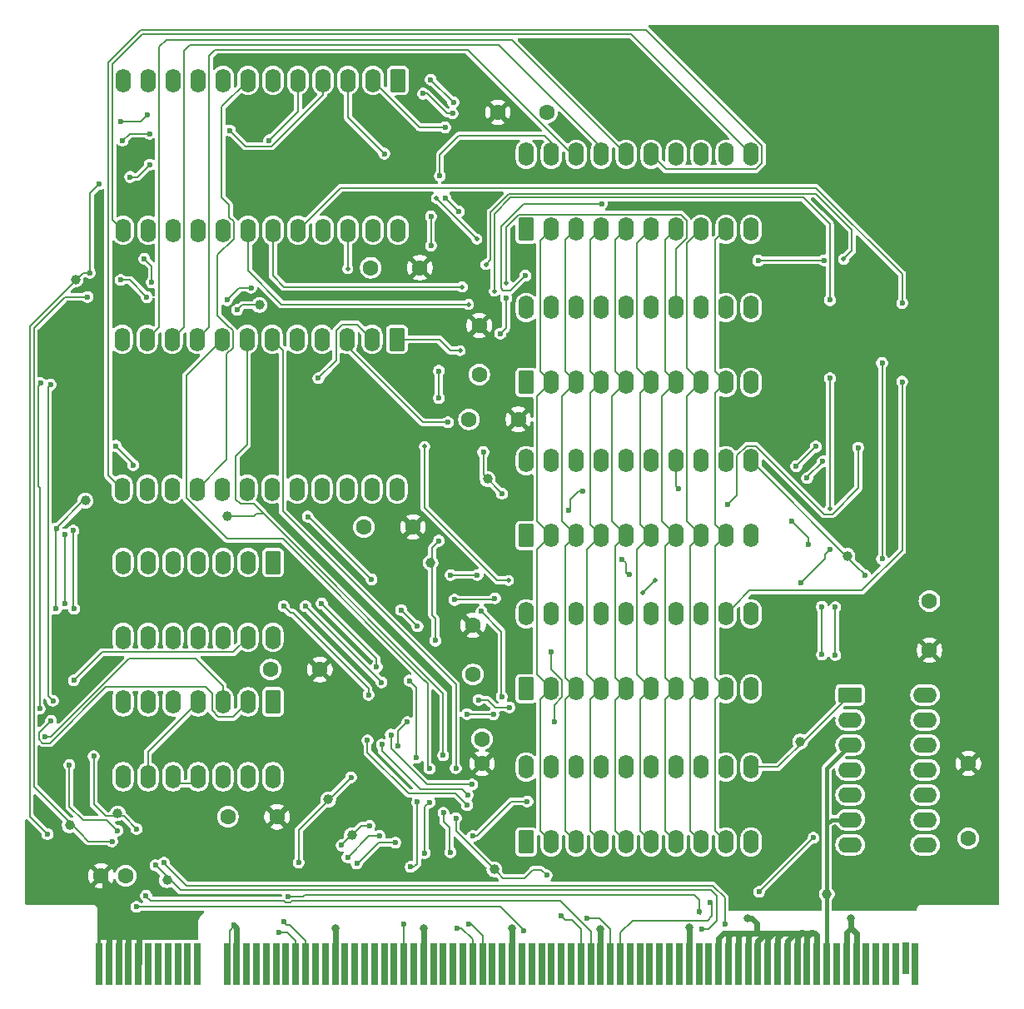
<source format=gbr>
%TF.GenerationSoftware,KiCad,Pcbnew,9.0.5*%
%TF.CreationDate,2025-11-19T18:07:15+02:00*%
%TF.ProjectId,alu_hub,616c755f-6875-4622-9e6b-696361645f70,rev?*%
%TF.SameCoordinates,Original*%
%TF.FileFunction,Copper,L1,Top*%
%TF.FilePolarity,Positive*%
%FSLAX46Y46*%
G04 Gerber Fmt 4.6, Leading zero omitted, Abs format (unit mm)*
G04 Created by KiCad (PCBNEW 9.0.5) date 2025-11-19 18:07:15*
%MOMM*%
%LPD*%
G01*
G04 APERTURE LIST*
G04 Aperture macros list*
%AMRoundRect*
0 Rectangle with rounded corners*
0 $1 Rounding radius*
0 $2 $3 $4 $5 $6 $7 $8 $9 X,Y pos of 4 corners*
0 Add a 4 corners polygon primitive as box body*
4,1,4,$2,$3,$4,$5,$6,$7,$8,$9,$2,$3,0*
0 Add four circle primitives for the rounded corners*
1,1,$1+$1,$2,$3*
1,1,$1+$1,$4,$5*
1,1,$1+$1,$6,$7*
1,1,$1+$1,$8,$9*
0 Add four rect primitives between the rounded corners*
20,1,$1+$1,$2,$3,$4,$5,0*
20,1,$1+$1,$4,$5,$6,$7,0*
20,1,$1+$1,$6,$7,$8,$9,0*
20,1,$1+$1,$8,$9,$2,$3,0*%
G04 Aperture macros list end*
%TA.AperFunction,SMDPad,CuDef*%
%ADD10C,1.000000*%
%TD*%
%TA.AperFunction,ComponentPad*%
%ADD11C,1.600000*%
%TD*%
%TA.AperFunction,ComponentPad*%
%ADD12RoundRect,0.250000X0.550000X-0.950000X0.550000X0.950000X-0.550000X0.950000X-0.550000X-0.950000X0*%
%TD*%
%TA.AperFunction,ComponentPad*%
%ADD13O,1.600000X2.400000*%
%TD*%
%TA.AperFunction,ComponentPad*%
%ADD14RoundRect,0.250000X-0.550000X0.950000X-0.550000X-0.950000X0.550000X-0.950000X0.550000X0.950000X0*%
%TD*%
%TA.AperFunction,ConnectorPad*%
%ADD15R,0.700000X4.300000*%
%TD*%
%TA.AperFunction,ConnectorPad*%
%ADD16R,0.700000X3.200000*%
%TD*%
%TA.AperFunction,ComponentPad*%
%ADD17RoundRect,0.250000X-0.950000X-0.550000X0.950000X-0.550000X0.950000X0.550000X-0.950000X0.550000X0*%
%TD*%
%TA.AperFunction,ComponentPad*%
%ADD18O,2.400000X1.600000*%
%TD*%
%TA.AperFunction,ViaPad*%
%ADD19C,0.600000*%
%TD*%
%TA.AperFunction,ViaPad*%
%ADD20C,0.800000*%
%TD*%
%TA.AperFunction,ViaPad*%
%ADD21C,0.500000*%
%TD*%
%TA.AperFunction,Conductor*%
%ADD22C,0.600000*%
%TD*%
%TA.AperFunction,Conductor*%
%ADD23C,0.200000*%
%TD*%
%TA.AperFunction,Conductor*%
%ADD24C,0.300000*%
%TD*%
%TA.AperFunction,Conductor*%
%ADD25C,0.400000*%
%TD*%
G04 APERTURE END LIST*
D10*
%TO.P,Mode1,1,1*%
%TO.N,Net-(BC1-ALUM)*%
X124305000Y-73500000D03*
%TD*%
D11*
%TO.P,R1,1*%
%TO.N,VCC*%
X196400000Y-120130000D03*
%TO.P,R1,2*%
%TO.N,Net-(R1-Pad2)*%
X196400000Y-127750000D03*
%TD*%
D10*
%TO.P,PWR1,1,1*%
%TO.N,VCC*%
X103000000Y-132000000D03*
%TD*%
%TO.P,~{RHIGH}1,1,1*%
%TO.N,Net-(BC1-~{RARGH})*%
X131300000Y-123800000D03*
%TD*%
%TO.P,~{CLK}1,1,1*%
%TO.N,Net-(BC1-~{CLK})*%
X182000000Y-133400000D03*
%TD*%
D12*
%TO.P,U8,1,A->B*%
%TO.N,GND*%
X151445000Y-65795000D03*
D13*
%TO.P,U8,2,A0*%
%TO.N,/DATA0*%
X153985000Y-65795000D03*
%TO.P,U8,3,A1*%
%TO.N,/DATA1*%
X156525000Y-65795000D03*
%TO.P,U8,4,A2*%
%TO.N,/DATA2*%
X159065000Y-65795000D03*
%TO.P,U8,5,A3*%
%TO.N,/DATA3*%
X161605000Y-65795000D03*
%TO.P,U8,6,A4*%
%TO.N,/DATA4*%
X164145000Y-65795000D03*
%TO.P,U8,7,A5*%
%TO.N,/DATA5*%
X166685000Y-65795000D03*
%TO.P,U8,8,A6*%
%TO.N,/DATA6*%
X169225000Y-65795000D03*
%TO.P,U8,9,A7*%
%TO.N,/DATA7*%
X171765000Y-65795000D03*
%TO.P,U8,10,GND*%
%TO.N,GND*%
X174305000Y-65795000D03*
%TO.P,U8,11,B7*%
%TO.N,Net-(BC1-ALUSO)*%
X174305000Y-58175000D03*
%TO.P,U8,12,B6*%
%TO.N,Net-(U5-F2)*%
X171765000Y-58175000D03*
%TO.P,U8,13,B5*%
%TO.N,Net-(U5-F1)*%
X169225000Y-58175000D03*
%TO.P,U8,14,B4*%
%TO.N,Net-(U5-F0)*%
X166685000Y-58175000D03*
%TO.P,U8,15,B3*%
%TO.N,Net-(U4-F3)*%
X164145000Y-58175000D03*
%TO.P,U8,16,B2*%
%TO.N,Net-(U4-F2)*%
X161605000Y-58175000D03*
%TO.P,U8,17,B1*%
%TO.N,Net-(U4-F1)*%
X159065000Y-58175000D03*
%TO.P,U8,18,B0*%
%TO.N,Net-(U4-F0)*%
X156525000Y-58175000D03*
%TO.P,U8,19,CE*%
%TO.N,Net-(BC1-~{RALU})*%
X153985000Y-58175000D03*
%TO.P,U8,20,VCC*%
%TO.N,VCC*%
X151445000Y-58175000D03*
%TD*%
D10*
%TO.P,Zero1,1,1*%
%TO.N,Net-(BC1-ALUZO)*%
X114900000Y-132000000D03*
%TD*%
D11*
%TO.P,C8,1*%
%TO.N,GND*%
X121100000Y-125550000D03*
%TO.P,C8,2*%
%TO.N,VCC*%
X126100000Y-125550000D03*
%TD*%
D10*
%TO.P,S3,1,1*%
%TO.N,Net-(BC1-ALUS3)*%
X147500000Y-91200000D03*
%TD*%
%TO.P,S1,1,1*%
%TO.N,Net-(BC1-ALUS1)*%
X105000000Y-126400000D03*
%TD*%
%TO.P,~{RALU}1,1,1*%
%TO.N,Net-(BC1-~{RALU})*%
X141700000Y-99700000D03*
%TD*%
D11*
%TO.P,C5,1*%
%TO.N,GND*%
X146940000Y-117630000D03*
%TO.P,C5,2*%
%TO.N,VCC*%
X146940000Y-120130000D03*
%TD*%
D14*
%TO.P,U9,1*%
%TO.N,Net-(U9-Pad1)*%
X125670000Y-113860000D03*
D13*
%TO.P,U9,2*%
%TO.N,Net-(U5-F0)*%
X123130000Y-113860000D03*
%TO.P,U9,3*%
%TO.N,Net-(U5-F1)*%
X120590000Y-113860000D03*
%TO.P,U9,4*%
%TO.N,Net-(U9-Pad4)*%
X118050000Y-113860000D03*
%TO.P,U9,5*%
%TO.N,Net-(U5-F2)*%
X115510000Y-113860000D03*
%TO.P,U9,6*%
%TO.N,Net-(BC1-ALUSO)*%
X112970000Y-113860000D03*
%TO.P,U9,7,GND*%
%TO.N,GND*%
X110430000Y-113860000D03*
%TO.P,U9,8*%
%TO.N,Net-(U9-Pad1)*%
X110430000Y-121480000D03*
%TO.P,U9,9*%
%TO.N,Net-(U9-Pad4)*%
X112970000Y-121480000D03*
%TO.P,U9,10*%
%TO.N,Net-(U9-Pad10)*%
X115510000Y-121480000D03*
%TO.P,U9,11*%
X118050000Y-121480000D03*
%TO.P,U9,12*%
%TO.N,Net-(U10-Pad10)*%
X120590000Y-121480000D03*
%TO.P,U9,13*%
%TO.N,Net-(U10-Pad11)*%
X123130000Y-121480000D03*
%TO.P,U9,14,VCC*%
%TO.N,VCC*%
X125670000Y-121480000D03*
%TD*%
D12*
%TO.P,U7,1,A->B*%
%TO.N,GND*%
X151445000Y-81371200D03*
D13*
%TO.P,U7,2,A0*%
%TO.N,/DATA0*%
X153985000Y-81371200D03*
%TO.P,U7,3,A1*%
%TO.N,/DATA1*%
X156525000Y-81371200D03*
%TO.P,U7,4,A2*%
%TO.N,/DATA2*%
X159065000Y-81371200D03*
%TO.P,U7,5,A3*%
%TO.N,/DATA3*%
X161605000Y-81371200D03*
%TO.P,U7,6,A4*%
%TO.N,/DATA4*%
X164145000Y-81371200D03*
%TO.P,U7,7,A5*%
%TO.N,/DATA5*%
X166685000Y-81371200D03*
%TO.P,U7,8,A6*%
%TO.N,/DATA6*%
X169225000Y-81371200D03*
%TO.P,U7,9,A7*%
%TO.N,/DATA7*%
X171765000Y-81371200D03*
%TO.P,U7,10,GND*%
%TO.N,GND*%
X174305000Y-81371200D03*
%TO.P,U7,11,B7*%
%TO.N,/LOW7*%
X174305000Y-73751200D03*
%TO.P,U7,12,B6*%
%TO.N,/LOW6*%
X171765000Y-73751200D03*
%TO.P,U7,13,B5*%
%TO.N,/LOW5*%
X169225000Y-73751200D03*
%TO.P,U7,14,B4*%
%TO.N,/LOW4*%
X166685000Y-73751200D03*
%TO.P,U7,15,B3*%
%TO.N,/LOW3*%
X164145000Y-73751200D03*
%TO.P,U7,16,B2*%
%TO.N,/LOW2*%
X161605000Y-73751200D03*
%TO.P,U7,17,B1*%
%TO.N,/LOW1*%
X159065000Y-73751200D03*
%TO.P,U7,18,B0*%
%TO.N,/LOW0*%
X156525000Y-73751200D03*
%TO.P,U7,19,CE*%
%TO.N,Net-(BC1-~{RARGL})*%
X153985000Y-73751200D03*
%TO.P,U7,20,VCC*%
%TO.N,VCC*%
X151445000Y-73751200D03*
%TD*%
D11*
%TO.P,C1,1*%
%TO.N,GND*%
X153550000Y-53900000D03*
%TO.P,C1,2*%
%TO.N,VCC*%
X148550000Y-53900000D03*
%TD*%
%TO.P,C11,1*%
%TO.N,GND*%
X110700000Y-131550000D03*
%TO.P,C11,2*%
%TO.N,VCC*%
X108200000Y-131550000D03*
%TD*%
%TO.P,C10,1*%
%TO.N,GND*%
X135630000Y-69700000D03*
%TO.P,C10,2*%
%TO.N,VCC*%
X140630000Y-69700000D03*
%TD*%
%TO.P,C3,1*%
%TO.N,GND*%
X145625000Y-85125000D03*
%TO.P,C3,2*%
%TO.N,VCC*%
X150625000Y-85125000D03*
%TD*%
D10*
%TO.P,Sign1,1,1*%
%TO.N,Net-(BC1-ALUSO)*%
X109900000Y-125200000D03*
%TD*%
D12*
%TO.P,U1,1,OE*%
%TO.N,GND*%
X151445000Y-128100000D03*
D13*
%TO.P,U1,2,D0*%
%TO.N,/DATA0*%
X153985000Y-128100000D03*
%TO.P,U1,3,D1*%
%TO.N,/DATA1*%
X156525000Y-128100000D03*
%TO.P,U1,4,D2*%
%TO.N,/DATA2*%
X159065000Y-128100000D03*
%TO.P,U1,5,D3*%
%TO.N,/DATA3*%
X161605000Y-128100000D03*
%TO.P,U1,6,D4*%
%TO.N,/DATA4*%
X164145000Y-128100000D03*
%TO.P,U1,7,D5*%
%TO.N,/DATA5*%
X166685000Y-128100000D03*
%TO.P,U1,8,D6*%
%TO.N,/DATA6*%
X169225000Y-128100000D03*
%TO.P,U1,9,D7*%
%TO.N,/DATA7*%
X171765000Y-128100000D03*
%TO.P,U1,10,GND*%
%TO.N,GND*%
X174305000Y-128100000D03*
%TO.P,U1,11,Cp*%
%TO.N,Net-(U1-Cp)*%
X174305000Y-120480000D03*
%TO.P,U1,12,Q7*%
%TO.N,/HIGH7*%
X171765000Y-120480000D03*
%TO.P,U1,13,Q6*%
%TO.N,/HIGH6*%
X169225000Y-120480000D03*
%TO.P,U1,14,Q5*%
%TO.N,/HIGH5*%
X166685000Y-120480000D03*
%TO.P,U1,15,Q4*%
%TO.N,/HIGH4*%
X164145000Y-120480000D03*
%TO.P,U1,16,Q3*%
%TO.N,/HIGH3*%
X161605000Y-120480000D03*
%TO.P,U1,17,Q2*%
%TO.N,/HIGH2*%
X159065000Y-120480000D03*
%TO.P,U1,18,Q1*%
%TO.N,/HIGH1*%
X156525000Y-120480000D03*
%TO.P,U1,19,Q0*%
%TO.N,/HIGH0*%
X153985000Y-120480000D03*
%TO.P,U1,20,VCC*%
%TO.N,VCC*%
X151445000Y-120480000D03*
%TD*%
D10*
%TO.P,~{Carry}1,1,1*%
%TO.N,Net-(BC1-~{ALUCO})*%
X106600000Y-93400000D03*
%TD*%
D11*
%TO.P,C2,1*%
%TO.N,GND*%
X146650000Y-80575000D03*
%TO.P,C2,2*%
%TO.N,VCC*%
X146650000Y-75575000D03*
%TD*%
D14*
%TO.P,U4,1,B0*%
%TO.N,/LOW4*%
X138280000Y-76985000D03*
D13*
%TO.P,U4,2,A0*%
%TO.N,/HIGH0*%
X135740000Y-76985000D03*
%TO.P,U4,3,S3*%
%TO.N,Net-(BC1-ALUS3)*%
X133200000Y-76985000D03*
%TO.P,U4,4,S2*%
%TO.N,Net-(BC1-ALUS2)*%
X130660000Y-76985000D03*
%TO.P,U4,5,S1*%
%TO.N,Net-(BC1-ALUS1)*%
X128120000Y-76985000D03*
%TO.P,U4,6,S0*%
%TO.N,Net-(BC1-ALUS0)*%
X125580000Y-76985000D03*
%TO.P,U4,7,Cn*%
%TO.N,Net-(BC1-~{ALUCI})*%
X123040000Y-76985000D03*
%TO.P,U4,8,M*%
%TO.N,Net-(BC1-ALUM)*%
X120500000Y-76985000D03*
%TO.P,U4,9,F0*%
%TO.N,Net-(U4-F0)*%
X117960000Y-76985000D03*
%TO.P,U4,10,F1*%
%TO.N,Net-(U4-F1)*%
X115420000Y-76985000D03*
%TO.P,U4,11,F2*%
%TO.N,Net-(U4-F2)*%
X112880000Y-76985000D03*
%TO.P,U4,12,GND*%
%TO.N,GND*%
X110340000Y-76985000D03*
%TO.P,U4,13,F3*%
%TO.N,Net-(U4-F3)*%
X110340000Y-92225000D03*
%TO.P,U4,14,A=B*%
%TO.N,unconnected-(U4-A=B-Pad14)*%
X112880000Y-92225000D03*
%TO.P,U4,15,X*%
%TO.N,unconnected-(U4-X-Pad15)*%
X115420000Y-92225000D03*
%TO.P,U4,16,Cn+4*%
%TO.N,Net-(U4-Cn+4)*%
X117960000Y-92225000D03*
%TO.P,U4,17,Y*%
%TO.N,unconnected-(U4-Y-Pad17)*%
X120500000Y-92225000D03*
%TO.P,U4,18,B3*%
%TO.N,/LOW7*%
X123040000Y-92225000D03*
%TO.P,U4,19,A3*%
%TO.N,/HIGH3*%
X125580000Y-92225000D03*
%TO.P,U4,20,B2*%
%TO.N,/LOW6*%
X128120000Y-92225000D03*
%TO.P,U4,21,A2*%
%TO.N,/HIGH2*%
X130660000Y-92225000D03*
%TO.P,U4,22,B1*%
%TO.N,/LOW5*%
X133200000Y-92225000D03*
%TO.P,U4,23,A1*%
%TO.N,/HIGH1*%
X135740000Y-92225000D03*
%TO.P,U4,24,VCC*%
%TO.N,VCC*%
X138280000Y-92225000D03*
%TD*%
D14*
%TO.P,U5,1,B0*%
%TO.N,/HIGH4*%
X138380000Y-50655000D03*
D13*
%TO.P,U5,2,A0*%
%TO.N,/LOW0*%
X135840000Y-50655000D03*
%TO.P,U5,3,S3*%
%TO.N,Net-(BC1-ALUS3)*%
X133300000Y-50655000D03*
%TO.P,U5,4,S2*%
%TO.N,Net-(BC1-ALUS2)*%
X130760000Y-50655000D03*
%TO.P,U5,5,S1*%
%TO.N,Net-(BC1-ALUS1)*%
X128220000Y-50655000D03*
%TO.P,U5,6,S0*%
%TO.N,Net-(BC1-ALUS0)*%
X125680000Y-50655000D03*
%TO.P,U5,7,Cn*%
%TO.N,Net-(U4-Cn+4)*%
X123140000Y-50655000D03*
%TO.P,U5,8,M*%
%TO.N,Net-(BC1-ALUM)*%
X120600000Y-50655000D03*
%TO.P,U5,9,F0*%
%TO.N,Net-(U5-F0)*%
X118060000Y-50655000D03*
%TO.P,U5,10,F1*%
%TO.N,Net-(U5-F1)*%
X115520000Y-50655000D03*
%TO.P,U5,11,F2*%
%TO.N,Net-(U5-F2)*%
X112980000Y-50655000D03*
%TO.P,U5,12,GND*%
%TO.N,GND*%
X110440000Y-50655000D03*
%TO.P,U5,13,F3*%
%TO.N,Net-(BC1-ALUSO)*%
X110440000Y-65895000D03*
%TO.P,U5,14,A=B*%
%TO.N,unconnected-(U5-A=B-Pad14)*%
X112980000Y-65895000D03*
%TO.P,U5,15,X*%
%TO.N,unconnected-(U5-X-Pad15)*%
X115520000Y-65895000D03*
%TO.P,U5,16,Cn+4*%
%TO.N,Net-(BC1-~{ALUCO})*%
X118060000Y-65895000D03*
%TO.P,U5,17,Y*%
%TO.N,unconnected-(U5-Y-Pad17)*%
X120600000Y-65895000D03*
%TO.P,U5,18,B3*%
%TO.N,/HIGH7*%
X123140000Y-65895000D03*
%TO.P,U5,19,A3*%
%TO.N,/LOW3*%
X125680000Y-65895000D03*
%TO.P,U5,20,B2*%
%TO.N,/HIGH6*%
X128220000Y-65895000D03*
%TO.P,U5,21,A2*%
%TO.N,/LOW2*%
X130760000Y-65895000D03*
%TO.P,U5,22,B1*%
%TO.N,/HIGH5*%
X133300000Y-65895000D03*
%TO.P,U5,23,A1*%
%TO.N,/LOW1*%
X135840000Y-65895000D03*
%TO.P,U5,24,VCC*%
%TO.N,VCC*%
X138380000Y-65895000D03*
%TD*%
D15*
%TO.P,BC1,B1,VCC*%
%TO.N,VCC*%
X108000000Y-140500000D03*
%TO.P,BC1,B2,VCC*%
X109000000Y-140500000D03*
%TO.P,BC1,B3,VCC*%
X110000000Y-140500000D03*
%TO.P,BC1,B4,VCC*%
X111000000Y-140500000D03*
%TO.P,BC1,B5,VCC*%
X112000000Y-140500000D03*
%TO.P,BC1,B6*%
%TO.N,N/C*%
X113000000Y-140500000D03*
%TO.P,BC1,B7*%
X114000000Y-140500000D03*
%TO.P,BC1,B8*%
X115000000Y-140500000D03*
%TO.P,BC1,B9*%
X116000000Y-140500000D03*
%TO.P,BC1,B10*%
X117000000Y-140500000D03*
%TO.P,BC1,B11*%
X118000000Y-140500000D03*
%TO.P,BC1,B12,GND*%
%TO.N,GND*%
X121000000Y-140500000D03*
%TO.P,BC1,B13,GND*%
X122000000Y-140500000D03*
%TO.P,BC1,B14,~{RMEM}*%
%TO.N,unconnected-(BC1-~{RMEM}-PadB14)*%
X123000000Y-140500000D03*
%TO.P,BC1,B15,~{RSPH}*%
%TO.N,unconnected-(BC1-~{RSPH}-PadB15)*%
X124000000Y-140500000D03*
%TO.P,BC1,B16,~{RSPL}*%
%TO.N,unconnected-(BC1-~{RSPL}-PadB16)*%
X125000000Y-140500000D03*
%TO.P,BC1,B17,~{RPCH}*%
%TO.N,unconnected-(BC1-~{RPCH}-PadB17)*%
X126000000Y-140500000D03*
%TO.P,BC1,B18,~{RPCL}*%
%TO.N,unconnected-(BC1-~{RPCL}-PadB18)*%
X127000000Y-140500000D03*
%TO.P,BC1,B19,~{RARGH}*%
%TO.N,Net-(BC1-~{RARGH})*%
X128000000Y-140500000D03*
%TO.P,BC1,B20,~{RARGL}*%
%TO.N,Net-(BC1-~{RARGL})*%
X129000000Y-140500000D03*
%TO.P,BC1,B21,~{RAC}*%
%TO.N,unconnected-(BC1-~{RAC}-PadB21)*%
X130000000Y-140500000D03*
%TO.P,BC1,B22,~{RXH}*%
%TO.N,unconnected-(BC1-~{RXH}-PadB22)*%
X131000000Y-140500000D03*
%TO.P,BC1,B23,GND*%
%TO.N,GND*%
X132000000Y-140500000D03*
%TO.P,BC1,B24,~{RYL}*%
%TO.N,unconnected-(BC1-~{RYL}-PadB24)*%
X133000000Y-140500000D03*
%TO.P,BC1,B25,~{RYH}*%
%TO.N,unconnected-(BC1-~{RYH}-PadB25)*%
X134000000Y-140500000D03*
%TO.P,BC1,B26,~{RZL}*%
%TO.N,unconnected-(BC1-~{RZL}-PadB26)*%
X135000000Y-140500000D03*
%TO.P,BC1,B27,~{RZH}*%
%TO.N,unconnected-(BC1-~{RZH}-PadB27)*%
X136000000Y-140500000D03*
%TO.P,BC1,B28,~{RFR}*%
%TO.N,unconnected-(BC1-~{RFR}-PadB28)*%
X137000000Y-140500000D03*
%TO.P,BC1,B29,~{RCONST}*%
%TO.N,unconnected-(BC1-~{RCONST}-PadB29)*%
X138000000Y-140500000D03*
%TO.P,BC1,B30,~{RALU}*%
%TO.N,Net-(BC1-~{RALU})*%
X139000000Y-140500000D03*
%TO.P,BC1,B31,~{RINTC}*%
%TO.N,unconnected-(BC1-~{RINTC}-PadB31)*%
X140000000Y-140500000D03*
%TO.P,BC1,B32,GND*%
%TO.N,GND*%
X141000000Y-140500000D03*
%TO.P,BC1,B33,L0*%
%TO.N,unconnected-(BC1-L0-PadB33)*%
X142000000Y-140500000D03*
%TO.P,BC1,B34,L1*%
%TO.N,unconnected-(BC1-L1-PadB34)*%
X143000000Y-140500000D03*
%TO.P,BC1,B35,L2*%
%TO.N,unconnected-(BC1-L2-PadB35)*%
X144000000Y-140500000D03*
%TO.P,BC1,B36,L3*%
%TO.N,unconnected-(BC1-L3-PadB36)*%
X145000000Y-140500000D03*
%TO.P,BC1,B37,ALUM*%
%TO.N,Net-(BC1-ALUM)*%
X146000000Y-140500000D03*
%TO.P,BC1,B38,~{ALUCI}*%
%TO.N,Net-(BC1-~{ALUCI})*%
X147000000Y-140500000D03*
%TO.P,BC1,B39,FRUpd*%
%TO.N,unconnected-(BC1-FRUpd-PadB39)*%
X148000000Y-140500000D03*
%TO.P,BC1,B40,R0*%
%TO.N,unconnected-(BC1-R0-PadB40)*%
X149000000Y-140500000D03*
%TO.P,BC1,B41,GND*%
%TO.N,GND*%
X150000000Y-140500000D03*
%TO.P,BC1,B42,R1*%
%TO.N,unconnected-(BC1-R1-PadB42)*%
X151000000Y-140500000D03*
%TO.P,BC1,B43,R2*%
%TO.N,unconnected-(BC1-R2-PadB43)*%
X152000000Y-140500000D03*
%TO.P,BC1,B44,R3*%
%TO.N,unconnected-(BC1-R3-PadB44)*%
X153000000Y-140500000D03*
%TO.P,BC1,B45,~{SCCLR}*%
%TO.N,unconnected-(BC1-~{SCCLR}-PadB45)*%
X154000000Y-140500000D03*
%TO.P,BC1,B46,~{HALT}*%
%TO.N,unconnected-(BC1-~{HALT}-PadB46)*%
X155000000Y-140500000D03*
%TO.P,BC1,B47,PCINC*%
%TO.N,unconnected-(BC1-PCINC-PadB47)*%
X156000000Y-140500000D03*
%TO.P,BC1,B48,ALUS0*%
%TO.N,Net-(BC1-ALUS0)*%
X157000000Y-140500000D03*
%TO.P,BC1,B49,ALUS1*%
%TO.N,Net-(BC1-ALUS1)*%
X158000000Y-140500000D03*
%TO.P,BC1,B50,GND*%
%TO.N,GND*%
X159000000Y-140500000D03*
%TO.P,BC1,B51,ALUS2*%
%TO.N,Net-(BC1-ALUS2)*%
X160000000Y-140500000D03*
%TO.P,BC1,B52,ALUS3*%
%TO.N,Net-(BC1-ALUS3)*%
X161000000Y-140500000D03*
%TO.P,BC1,B53,SPDEC*%
%TO.N,unconnected-(BC1-SPDEC-PadB53)*%
X162000000Y-140500000D03*
%TO.P,BC1,B54,SPINC*%
%TO.N,unconnected-(BC1-SPINC-PadB54)*%
X163000000Y-140500000D03*
%TO.P,BC1,B55,ACSHLEFT*%
%TO.N,unconnected-(BC1-ACSHLEFT-PadB55)*%
X164000000Y-140500000D03*
%TO.P,BC1,B56,ACSHRIGHT*%
%TO.N,unconnected-(BC1-ACSHRIGHT-PadB56)*%
X165000000Y-140500000D03*
%TO.P,BC1,B57,INTE*%
%TO.N,unconnected-(BC1-INTE-PadB57)*%
X166000000Y-140500000D03*
%TO.P,BC1,B58,~{INTD}*%
%TO.N,unconnected-(BC1-~{INTD}-PadB58)*%
X167000000Y-140500000D03*
%TO.P,BC1,B59,GND*%
%TO.N,GND*%
X168000000Y-140500000D03*
%TO.P,BC1,B60,ADRDEC*%
%TO.N,unconnected-(BC1-ADRDEC-PadB60)*%
X169000000Y-140500000D03*
%TO.P,BC1,B61,ADDRINC*%
%TO.N,unconnected-(BC1-ADDRINC-PadB61)*%
X170000000Y-140500000D03*
%TO.P,BC1,B62,GND*%
%TO.N,GND*%
X171000000Y-140500000D03*
%TO.P,BC1,B63,GND*%
X172000000Y-140500000D03*
%TO.P,BC1,B64,GND*%
X173000000Y-140500000D03*
%TO.P,BC1,B65,GND*%
X174000000Y-140500000D03*
%TO.P,BC1,B66,GND*%
X175000000Y-140500000D03*
%TO.P,BC1,B67,GND*%
X176000000Y-140500000D03*
%TO.P,BC1,B68,GND*%
X177000000Y-140500000D03*
%TO.P,BC1,B69,GND*%
X178000000Y-140500000D03*
%TO.P,BC1,B70,GND*%
X179000000Y-140500000D03*
%TO.P,BC1,B71,GND*%
X180000000Y-140500000D03*
%TO.P,BC1,B72,GND*%
X181000000Y-140500000D03*
%TO.P,BC1,B73,~{CLK}*%
%TO.N,Net-(BC1-~{CLK})*%
X182000000Y-140500000D03*
%TO.P,BC1,B74,PULSE*%
%TO.N,unconnected-(BC1-PULSE-PadB74)*%
X183000000Y-140500000D03*
%TO.P,BC1,B75,GND*%
%TO.N,GND*%
X184000000Y-140500000D03*
%TO.P,BC1,B76,GND*%
X185000000Y-140500000D03*
%TO.P,BC1,B77*%
%TO.N,N/C*%
X186000000Y-140500000D03*
%TO.P,BC1,B78*%
X187000000Y-140500000D03*
%TO.P,BC1,B79*%
X188000000Y-140500000D03*
%TO.P,BC1,B80*%
X189000000Y-140500000D03*
D16*
%TO.P,BC1,B81*%
X190000000Y-139950000D03*
D15*
%TO.P,BC1,B82*%
X191000000Y-140500000D03*
%TD*%
D11*
%TO.P,C7,1*%
%TO.N,GND*%
X134925000Y-96075000D03*
%TO.P,C7,2*%
%TO.N,VCC*%
X139925000Y-96075000D03*
%TD*%
D17*
%TO.P,U3,1*%
%TO.N,Net-(U1-Cp)*%
X184380000Y-113140000D03*
D18*
%TO.P,U3,2*%
%TO.N,Net-(BC1-~{LARGH})*%
X184380000Y-115680000D03*
%TO.P,U3,3*%
%TO.N,Net-(BC1-~{CLK})*%
X184380000Y-118220000D03*
%TO.P,U3,4*%
%TO.N,Net-(U6-Cp)*%
X184380000Y-120760000D03*
%TO.P,U3,5*%
%TO.N,Net-(BC1-~{LARGL})*%
X184380000Y-123300000D03*
%TO.P,U3,6*%
%TO.N,Net-(BC1-~{CLK})*%
X184380000Y-125840000D03*
%TO.P,U3,7,GND*%
%TO.N,GND*%
X184380000Y-128380000D03*
%TO.P,U3,8*%
%TO.N,Net-(R1-Pad2)*%
X192000000Y-128380000D03*
%TO.P,U3,9*%
X192000000Y-125840000D03*
%TO.P,U3,10*%
%TO.N,unconnected-(U3-Pad10)*%
X192000000Y-123300000D03*
%TO.P,U3,11*%
%TO.N,Net-(R1-Pad2)*%
X192000000Y-120760000D03*
%TO.P,U3,12*%
X192000000Y-118220000D03*
%TO.P,U3,13*%
%TO.N,unconnected-(U3-Pad13)*%
X192000000Y-115680000D03*
%TO.P,U3,14,VCC*%
%TO.N,VCC*%
X192000000Y-113140000D03*
%TD*%
D11*
%TO.P,C9,1*%
%TO.N,GND*%
X125450000Y-110575000D03*
%TO.P,C9,2*%
%TO.N,VCC*%
X130450000Y-110575000D03*
%TD*%
D14*
%TO.P,U10,1*%
%TO.N,Net-(U10-Pad1)*%
X125670000Y-99680000D03*
D13*
%TO.P,U10,2*%
%TO.N,Net-(U4-F0)*%
X123130000Y-99680000D03*
%TO.P,U10,3*%
%TO.N,Net-(U4-F1)*%
X120590000Y-99680000D03*
%TO.P,U10,4*%
%TO.N,Net-(U10-Pad4)*%
X118050000Y-99680000D03*
%TO.P,U10,5*%
%TO.N,Net-(U4-F2)*%
X115510000Y-99680000D03*
%TO.P,U10,6*%
%TO.N,Net-(U4-F3)*%
X112970000Y-99680000D03*
%TO.P,U10,7,GND*%
%TO.N,GND*%
X110430000Y-99680000D03*
%TO.P,U10,8*%
%TO.N,Net-(U10-Pad1)*%
X110430000Y-107300000D03*
%TO.P,U10,9*%
%TO.N,Net-(U10-Pad4)*%
X112970000Y-107300000D03*
%TO.P,U10,10*%
%TO.N,Net-(U10-Pad10)*%
X115510000Y-107300000D03*
%TO.P,U10,11*%
%TO.N,Net-(U10-Pad11)*%
X118050000Y-107300000D03*
%TO.P,U10,12*%
X120590000Y-107300000D03*
%TO.P,U10,13*%
%TO.N,Net-(BC1-ALUZO)*%
X123130000Y-107300000D03*
%TO.P,U10,14,VCC*%
%TO.N,VCC*%
X125670000Y-107300000D03*
%TD*%
D11*
%TO.P,C4,1*%
%TO.N,GND*%
X146025000Y-111075000D03*
%TO.P,C4,2*%
%TO.N,VCC*%
X146025000Y-106075000D03*
%TD*%
%TO.P,C6,1*%
%TO.N,GND*%
X192450000Y-103600000D03*
%TO.P,C6,2*%
%TO.N,VCC*%
X192450000Y-108600000D03*
%TD*%
D10*
%TO.P,S0,1,1*%
%TO.N,Net-(BC1-ALUS0)*%
X148200000Y-130900000D03*
%TD*%
%TO.P,~{CaIn}1,1,1*%
%TO.N,Net-(BC1-~{ALUCI})*%
X121000000Y-95000000D03*
%TD*%
%TO.P,~{LHIGH}1,1,1*%
%TO.N,Net-(U1-Cp)*%
X179300000Y-117900000D03*
%TD*%
D12*
%TO.P,U2,1,A->B*%
%TO.N,GND*%
X151445000Y-112523700D03*
D13*
%TO.P,U2,2,A0*%
%TO.N,/DATA0*%
X153985000Y-112523700D03*
%TO.P,U2,3,A1*%
%TO.N,/DATA1*%
X156525000Y-112523700D03*
%TO.P,U2,4,A2*%
%TO.N,/DATA2*%
X159065000Y-112523700D03*
%TO.P,U2,5,A3*%
%TO.N,/DATA3*%
X161605000Y-112523700D03*
%TO.P,U2,6,A4*%
%TO.N,/DATA4*%
X164145000Y-112523700D03*
%TO.P,U2,7,A5*%
%TO.N,/DATA5*%
X166685000Y-112523700D03*
%TO.P,U2,8,A6*%
%TO.N,/DATA6*%
X169225000Y-112523700D03*
%TO.P,U2,9,A7*%
%TO.N,/DATA7*%
X171765000Y-112523700D03*
%TO.P,U2,10,GND*%
%TO.N,GND*%
X174305000Y-112523700D03*
%TO.P,U2,11,B7*%
%TO.N,/HIGH7*%
X174305000Y-104903700D03*
%TO.P,U2,12,B6*%
%TO.N,/HIGH6*%
X171765000Y-104903700D03*
%TO.P,U2,13,B5*%
%TO.N,/HIGH5*%
X169225000Y-104903700D03*
%TO.P,U2,14,B4*%
%TO.N,/HIGH4*%
X166685000Y-104903700D03*
%TO.P,U2,15,B3*%
%TO.N,/HIGH3*%
X164145000Y-104903700D03*
%TO.P,U2,16,B2*%
%TO.N,/HIGH2*%
X161605000Y-104903700D03*
%TO.P,U2,17,B1*%
%TO.N,/HIGH1*%
X159065000Y-104903700D03*
%TO.P,U2,18,B0*%
%TO.N,/HIGH0*%
X156525000Y-104903700D03*
%TO.P,U2,19,CE*%
%TO.N,Net-(BC1-~{RARGH})*%
X153985000Y-104903700D03*
%TO.P,U2,20,VCC*%
%TO.N,VCC*%
X151445000Y-104903700D03*
%TD*%
D10*
%TO.P,~{RLOW}1,1,1*%
%TO.N,Net-(BC1-~{RARGL})*%
X133700000Y-127400000D03*
%TD*%
%TO.P,S2,1,1*%
%TO.N,Net-(BC1-ALUS2)*%
X105600000Y-70900000D03*
%TD*%
%TO.P,~{LLOW}1,1,1*%
%TO.N,Net-(U6-Cp)*%
X184100000Y-99000000D03*
%TD*%
D12*
%TO.P,U6,1,OE*%
%TO.N,GND*%
X151445000Y-96947500D03*
D13*
%TO.P,U6,2,D0*%
%TO.N,/DATA0*%
X153985000Y-96947500D03*
%TO.P,U6,3,D1*%
%TO.N,/DATA1*%
X156525000Y-96947500D03*
%TO.P,U6,4,D2*%
%TO.N,/DATA2*%
X159065000Y-96947500D03*
%TO.P,U6,5,D3*%
%TO.N,/DATA3*%
X161605000Y-96947500D03*
%TO.P,U6,6,D4*%
%TO.N,/DATA4*%
X164145000Y-96947500D03*
%TO.P,U6,7,D5*%
%TO.N,/DATA5*%
X166685000Y-96947500D03*
%TO.P,U6,8,D6*%
%TO.N,/DATA6*%
X169225000Y-96947500D03*
%TO.P,U6,9,D7*%
%TO.N,/DATA7*%
X171765000Y-96947500D03*
%TO.P,U6,10,GND*%
%TO.N,GND*%
X174305000Y-96947500D03*
%TO.P,U6,11,Cp*%
%TO.N,Net-(U6-Cp)*%
X174305000Y-89327500D03*
%TO.P,U6,12,Q7*%
%TO.N,/LOW7*%
X171765000Y-89327500D03*
%TO.P,U6,13,Q6*%
%TO.N,/LOW6*%
X169225000Y-89327500D03*
%TO.P,U6,14,Q5*%
%TO.N,/LOW5*%
X166685000Y-89327500D03*
%TO.P,U6,15,Q4*%
%TO.N,/LOW4*%
X164145000Y-89327500D03*
%TO.P,U6,16,Q3*%
%TO.N,/LOW3*%
X161605000Y-89327500D03*
%TO.P,U6,17,Q2*%
%TO.N,/LOW2*%
X159065000Y-89327500D03*
%TO.P,U6,18,Q1*%
%TO.N,/LOW1*%
X156525000Y-89327500D03*
%TO.P,U6,19,Q0*%
%TO.N,/LOW0*%
X153985000Y-89327500D03*
%TO.P,U6,20,VCC*%
%TO.N,VCC*%
X151445000Y-89327500D03*
%TD*%
D19*
%TO.N,VCC*%
X108550000Y-133950000D03*
X111050000Y-136800000D03*
X109050000Y-136800000D03*
X110050000Y-136800000D03*
X108300000Y-136800000D03*
X112050000Y-136800000D03*
X109999000Y-135400500D03*
D20*
%TO.N,GND*%
X132000000Y-136850000D03*
X150000000Y-136875000D03*
D19*
X180550000Y-137300000D03*
D20*
X168000000Y-136800000D03*
D19*
X172400000Y-137350000D03*
X121700000Y-136550000D03*
X173350000Y-137375000D03*
X175150000Y-137350000D03*
D20*
X141000000Y-136850000D03*
X184425000Y-135875000D03*
X159000000Y-136975000D03*
D19*
X174375000Y-137375000D03*
D20*
X173950000Y-135825000D03*
D19*
X179500000Y-137300000D03*
%TO.N,Net-(BC1-~{ALUCO})*%
X169000000Y-135200000D03*
X127200000Y-133625000D03*
X103650000Y-96225000D03*
X103625000Y-104375000D03*
%TO.N,Net-(BC1-~{LARGL})*%
X138125000Y-128175000D03*
X134200000Y-130300000D03*
%TO.N,Net-(BC1-ALUS0)*%
X154950000Y-135575000D03*
X144275000Y-125675000D03*
X144275000Y-120600000D03*
X153525000Y-131500000D03*
%TO.N,Net-(BC1-~{ALUCI})*%
X143025000Y-125150000D03*
X145550000Y-136450000D03*
X143730000Y-129142000D03*
X142983500Y-119300000D03*
%TO.N,Net-(BC1-ALUS3)*%
X148975000Y-92675000D03*
X185200000Y-88000000D03*
X141749400Y-67450000D03*
X147075000Y-88450000D03*
X141749400Y-64500000D03*
X157150000Y-92400000D03*
X175125000Y-133175000D03*
X137000000Y-58100000D03*
X155750000Y-94350000D03*
X171925000Y-93800000D03*
X180650000Y-127675000D03*
X170150000Y-134225000D03*
X143475000Y-85425000D03*
%TO.N,Net-(BC1-~{RARGL})*%
X126775000Y-136225000D03*
X159100000Y-63225000D03*
X151350000Y-70500000D03*
X187625000Y-79400000D03*
X187625000Y-99325000D03*
X135500000Y-126475000D03*
X132650000Y-128450000D03*
%TO.N,Net-(BC1-~{LARGH})*%
X146000000Y-127500000D03*
X136500000Y-127475000D03*
X151550000Y-123987500D03*
X133275000Y-129675000D03*
%TO.N,Net-(BC1-~{RARGH})*%
X128300000Y-130200000D03*
X154300000Y-115875000D03*
X153975000Y-108800000D03*
X138425000Y-118350000D03*
X139350000Y-115925000D03*
X149725000Y-114425000D03*
X126275000Y-137275000D03*
X133625000Y-121525000D03*
X146600000Y-113650000D03*
%TO.N,Net-(BC1-ALUM)*%
X141125000Y-129225000D03*
X141600000Y-124075000D03*
X141600000Y-120625000D03*
X122039000Y-74000000D03*
X144425000Y-136850000D03*
%TO.N,Net-(BC1-~{RALU})*%
X142550000Y-97475000D03*
X144575028Y-63974972D03*
X142200000Y-107625000D03*
X142650000Y-60375000D03*
X139550000Y-111700000D03*
X140350000Y-124050000D03*
X142550000Y-80200000D03*
X139675000Y-130650000D03*
X142550000Y-82950000D03*
X140275000Y-119550000D03*
X139000000Y-136475000D03*
X143225028Y-62624972D03*
%TO.N,Net-(BC1-ALUS2)*%
X109700000Y-87825000D03*
X102750000Y-127300000D03*
X151200000Y-137100000D03*
X112600000Y-68800000D03*
X121300000Y-55750000D03*
X113150000Y-59225000D03*
X108000000Y-61200000D03*
X111150000Y-60475000D03*
X157625000Y-135875000D03*
X111800000Y-134700000D03*
X111475000Y-89775000D03*
X107050000Y-70225000D03*
X113350000Y-71200000D03*
%TO.N,Net-(BC1-ALUS1)*%
X125300000Y-56750000D03*
X123450000Y-71750000D03*
X109325000Y-128050000D03*
X106825000Y-72675000D03*
X112775000Y-133575000D03*
X110200000Y-70950000D03*
X112850000Y-72700000D03*
X121000000Y-73000000D03*
%TO.N,Net-(BC1-ALUZO)*%
X104975000Y-120275000D03*
X169300000Y-136925000D03*
X113725000Y-130475000D03*
X109850000Y-126950000D03*
X105425000Y-111675000D03*
%TO.N,Net-(BC1-ALUSO)*%
X171625000Y-136425000D03*
X114600000Y-130225000D03*
X104500000Y-103850000D03*
X111813235Y-126786765D03*
X107450000Y-119380000D03*
X104525000Y-96850000D03*
%TO.N,/HIGH4*%
X161200000Y-99375000D03*
X161950000Y-100925000D03*
D21*
X146412000Y-66787500D03*
X142300400Y-62649600D03*
D19*
%TO.N,/HIGH3*%
X135700000Y-101400000D03*
X148250000Y-103325000D03*
X144150000Y-103475000D03*
X129221000Y-95021000D03*
D21*
%TO.N,/HIGH5*%
X133275000Y-69800000D03*
X164550000Y-101475000D03*
X141100000Y-87900000D03*
X163275000Y-102725000D03*
X149650000Y-101500000D03*
D19*
%TO.N,/HIGH0*%
X148100000Y-115150000D03*
X130300000Y-80950000D03*
X145425000Y-115100000D03*
D21*
%TO.N,/HIGH7*%
X145550000Y-73425000D03*
D19*
X182325000Y-80950000D03*
X182325000Y-73000000D03*
X179350000Y-101750000D03*
D21*
X182325000Y-94225000D03*
X148200000Y-72100000D03*
D19*
X182325000Y-98400000D03*
%TO.N,/HIGH2*%
X136225000Y-110300000D03*
X130637500Y-103862500D03*
X145925000Y-122250000D03*
X137675000Y-117200000D03*
%TO.N,/HIGH6*%
X189675000Y-73300000D03*
X189675000Y-81300000D03*
%TO.N,/HIGH1*%
X146875000Y-104650000D03*
X148950000Y-113325000D03*
X138725000Y-104525000D03*
X140375000Y-106175000D03*
%TO.N,Net-(U6-Cp)*%
X185900000Y-100975000D03*
%TO.N,/LOW5*%
X143750000Y-100950000D03*
X166950000Y-92150000D03*
X178450000Y-95475000D03*
X180150000Y-97825000D03*
X146475000Y-100950000D03*
%TO.N,/LOW7*%
X135400000Y-113150000D03*
X182875000Y-104225000D03*
X180900000Y-87900000D03*
X182875000Y-109100000D03*
X145425000Y-124350000D03*
X135300000Y-117775000D03*
X126775000Y-104125000D03*
X178900000Y-89900000D03*
%TO.N,/LOW6*%
X180000000Y-91100000D03*
X145475000Y-123350000D03*
X136750000Y-118200000D03*
X181525000Y-109050000D03*
X181500000Y-104175000D03*
X136725000Y-111875000D03*
X181600000Y-89400000D03*
X129000000Y-104125000D03*
D21*
%TO.N,/LOW4*%
X144700000Y-78125000D03*
D19*
X149400000Y-72800000D03*
X148812500Y-76412500D03*
D21*
X149400000Y-71225000D03*
D19*
%TO.N,Net-(U5-F1)*%
X101950000Y-114550000D03*
X102075000Y-81450000D03*
X102525000Y-117450000D03*
X112925000Y-54175000D03*
X110225000Y-54875000D03*
%TO.N,Net-(U5-F2)*%
X105376000Y-96450000D03*
X105450000Y-104375000D03*
%TO.N,/LOW1*%
X140950000Y-52000000D03*
X143950000Y-54000000D03*
D21*
%TO.N,/LOW3*%
X147325000Y-69400000D03*
D19*
X181700000Y-68950000D03*
X175025000Y-68975000D03*
D21*
X183725000Y-68850000D03*
X144950000Y-71650000D03*
D19*
%TO.N,/LOW0*%
X143200000Y-55425000D03*
%TO.N,Net-(U5-F0)*%
X103100000Y-115800000D03*
X103300000Y-113750000D03*
X113125000Y-56075000D03*
X103050000Y-81600000D03*
X110400000Y-56775000D03*
%TO.N,/LOW2*%
X141722550Y-50577450D03*
X144022550Y-52877450D03*
%TD*%
D22*
%TO.N,VCC*%
X109000000Y-136850000D02*
X109000000Y-140500000D01*
D23*
X109050000Y-136800000D02*
X109000000Y-136850000D01*
D22*
X112050000Y-136800000D02*
X108300000Y-136800000D01*
X192450000Y-108720000D02*
X192470000Y-108740000D01*
X110050000Y-140450000D02*
X110000000Y-140500000D01*
X151252500Y-89327500D02*
X151445000Y-89327500D01*
X108550000Y-133950000D02*
X108550000Y-131900000D01*
X110050000Y-136800000D02*
X110050000Y-135451500D01*
X110050000Y-136800000D02*
X110050000Y-140450000D01*
D23*
X111050000Y-136800000D02*
X111000000Y-136850000D01*
D22*
X192000000Y-109050000D02*
X192450000Y-108600000D01*
X112050000Y-136800000D02*
X112050000Y-140450000D01*
D24*
X108000000Y-137100000D02*
X108000000Y-140500000D01*
X108300000Y-136800000D02*
X108000000Y-137100000D01*
D22*
X110050000Y-135451500D02*
X109999000Y-135400500D01*
X108550000Y-131900000D02*
X108200000Y-131550000D01*
X111000000Y-136850000D02*
X111000000Y-140500000D01*
X112050000Y-140450000D02*
X112000000Y-140500000D01*
X109999000Y-135400500D02*
X109999000Y-135399000D01*
X151095000Y-120130000D02*
X151445000Y-120480000D01*
X109999000Y-135399000D02*
X108550000Y-133950000D01*
%TO.N,GND*%
X174850000Y-137375000D02*
X174375000Y-137375000D01*
X168000000Y-136800000D02*
X168000000Y-136775000D01*
X185000000Y-140500000D02*
X185000000Y-137425000D01*
X177000000Y-137875000D02*
X177000000Y-140525000D01*
X177500000Y-137375000D02*
X177000000Y-137875000D01*
D23*
X121251000Y-137099000D02*
X121251000Y-140500000D01*
D22*
X184000000Y-137325000D02*
X184450000Y-136875000D01*
X176000000Y-137975000D02*
X176000000Y-140525000D01*
X173000000Y-137725000D02*
X173000000Y-140525000D01*
X184000000Y-140500000D02*
X184000000Y-137325000D01*
X172000000Y-140500000D02*
X172000000Y-137725000D01*
X175000000Y-138175000D02*
X175000000Y-140525000D01*
X181000000Y-140525000D02*
X181000000Y-137600000D01*
X185000000Y-137425000D02*
X184450000Y-136875000D01*
X174375000Y-137375000D02*
X174000000Y-137750000D01*
X180000000Y-137775000D02*
X180000000Y-140525000D01*
X175800000Y-137375000D02*
X175000000Y-138175000D01*
X176600000Y-137375000D02*
X176000000Y-137975000D01*
X184450000Y-136875000D02*
X184425000Y-136850000D01*
X181000000Y-137600000D02*
X180775000Y-137375000D01*
X159000000Y-136975000D02*
X159000000Y-136950000D01*
X159000000Y-140625000D02*
X159000000Y-136975000D01*
X174375000Y-137375000D02*
X173350000Y-137375000D01*
X174000000Y-137750000D02*
X174000000Y-140525000D01*
X180400000Y-137375000D02*
X179425000Y-137375000D01*
X171000000Y-137875000D02*
X171500000Y-137375000D01*
X179425000Y-137375000D02*
X178750000Y-137375000D01*
X175800000Y-137375000D02*
X174850000Y-137375000D01*
X172000000Y-137725000D02*
X172350000Y-137375000D01*
X150000000Y-140525000D02*
X150000000Y-136875000D01*
X178750000Y-137375000D02*
X177500000Y-137375000D01*
X173350000Y-137375000D02*
X173000000Y-137725000D01*
X178000000Y-138125000D02*
X178000000Y-140525000D01*
X179425000Y-137375000D02*
X179000000Y-137800000D01*
X141000000Y-140500000D02*
X141000000Y-136850000D01*
X174350000Y-135850000D02*
X173950000Y-135850000D01*
X179000000Y-137800000D02*
X179000000Y-140525000D01*
D23*
X141000000Y-136825000D02*
X141000000Y-136850000D01*
D22*
X174850000Y-137375000D02*
X174850000Y-136350000D01*
X180400000Y-137375000D02*
X180000000Y-137775000D01*
X171000000Y-140525000D02*
X171000000Y-137875000D01*
X122000000Y-140500000D02*
X122000000Y-136850000D01*
X173950000Y-135850000D02*
X173950000Y-135825000D01*
X184425000Y-136850000D02*
X184425000Y-135875000D01*
X150000000Y-136875000D02*
X150000000Y-136850000D01*
X132000000Y-140500000D02*
X132000000Y-136850000D01*
X178750000Y-137375000D02*
X178000000Y-138125000D01*
D23*
X121700000Y-136650000D02*
X121251000Y-137099000D01*
D22*
X180775000Y-137375000D02*
X180400000Y-137375000D01*
X168000000Y-140450000D02*
X168000000Y-136800000D01*
X172000000Y-140525000D02*
X172000000Y-140500000D01*
X177500000Y-137375000D02*
X176600000Y-137375000D01*
X174850000Y-136350000D02*
X174350000Y-135850000D01*
X173350000Y-137375000D02*
X172350000Y-137375000D01*
X176600000Y-137375000D02*
X175800000Y-137375000D01*
X122000000Y-136850000D02*
X121700000Y-136550000D01*
X171500000Y-137375000D02*
X172350000Y-137375000D01*
D23*
%TO.N,Net-(BC1-~{ALUCO})*%
X128750000Y-133625000D02*
X127200000Y-133625000D01*
X103625000Y-96250000D02*
X103650000Y-96225000D01*
X128875000Y-133500000D02*
X128750000Y-133625000D01*
X106400000Y-93400000D02*
X106600000Y-93400000D01*
X103650000Y-96150000D02*
X106400000Y-93400000D01*
X168525000Y-133500000D02*
X128875000Y-133500000D01*
X169000000Y-135300000D02*
X169000000Y-133975000D01*
X169000000Y-133975000D02*
X168525000Y-133500000D01*
X103650000Y-96225000D02*
X103650000Y-96150000D01*
X103625000Y-104375000D02*
X103625000Y-96250000D01*
X169150000Y-135450000D02*
X169000000Y-135300000D01*
%TO.N,Net-(BC1-~{LARGL})*%
X134300000Y-130300000D02*
X136425000Y-128175000D01*
X136425000Y-128175000D02*
X138125000Y-128175000D01*
X134200000Y-130300000D02*
X134300000Y-130300000D01*
%TO.N,/DATA1*%
X155424000Y-126999000D02*
X155424000Y-113625000D01*
X155424000Y-98048500D02*
X156525000Y-96947500D01*
X155424000Y-113625000D02*
X156525000Y-112524000D01*
X155086000Y-95508500D02*
X155086000Y-82810200D01*
X155086000Y-82810200D02*
X156525000Y-81371200D01*
X156525000Y-112524000D02*
X155424000Y-111423000D01*
X156525000Y-128100000D02*
X155424000Y-126999000D01*
X156525000Y-96947500D02*
X155086000Y-95508500D01*
X156525000Y-81371200D02*
X155424000Y-80270200D01*
X155424000Y-66896000D02*
X156525000Y-65795000D01*
X156525000Y-112523700D02*
X156525000Y-112524000D01*
X155424000Y-111423000D02*
X155424000Y-98048500D01*
X155424000Y-80270200D02*
X155424000Y-66896000D01*
%TO.N,/DATA4*%
X162706000Y-67234000D02*
X164145000Y-65795000D01*
X163044000Y-95846500D02*
X163044000Y-82472200D01*
X162706000Y-111085000D02*
X162706000Y-98386500D01*
X163044000Y-126999000D02*
X163044000Y-113625000D01*
X162706000Y-79932200D02*
X162706000Y-67234000D01*
X164145000Y-112524000D02*
X163695000Y-112074000D01*
X163695000Y-112074000D02*
X162706000Y-111085000D01*
X164145000Y-128100000D02*
X163044000Y-126999000D01*
X162706000Y-98386500D02*
X164145000Y-96947500D01*
X163695300Y-112074000D02*
X164145000Y-112523700D01*
X163695000Y-112074000D02*
X163695300Y-112074000D01*
X164145000Y-81371200D02*
X162706000Y-79932200D01*
X163044000Y-113625000D02*
X164145000Y-112524000D01*
X164145000Y-96947500D02*
X163044000Y-95846500D01*
X163044000Y-82472200D02*
X164145000Y-81371200D01*
%TO.N,Net-(BC1-ALUS0)*%
X152100000Y-130950000D02*
X152975000Y-130950000D01*
X126681000Y-94469000D02*
X126681000Y-78086000D01*
X149050000Y-131775000D02*
X151300000Y-131775000D01*
X144275000Y-120600000D02*
X144275000Y-112075000D01*
X144275000Y-112075000D02*
X144281000Y-112069000D01*
X144281000Y-127006000D02*
X144281000Y-125681000D01*
X148512500Y-131237500D02*
X149050000Y-131775000D01*
X126681000Y-78086000D02*
X125580000Y-76985000D01*
X144281000Y-127006000D02*
X148512500Y-131237500D01*
X155375000Y-136000000D02*
X156050000Y-136000000D01*
X144281000Y-125681000D02*
X144275000Y-125675000D01*
X156050000Y-136000000D02*
X157000000Y-136950000D01*
X152100000Y-130975000D02*
X152100000Y-130950000D01*
X154950000Y-135575000D02*
X155375000Y-136000000D01*
X151300000Y-131775000D02*
X152100000Y-130975000D01*
X144281000Y-112069000D02*
X126681000Y-94469000D01*
X157000000Y-136950000D02*
X157000000Y-140500000D01*
X152975000Y-130950000D02*
X153525000Y-131500000D01*
%TO.N,Net-(BC1-~{ALUCI})*%
X123718000Y-93726000D02*
X122376000Y-93726000D01*
X143650000Y-126675000D02*
X143650000Y-129062000D01*
X142983500Y-119300000D02*
X142983500Y-112991500D01*
X142983500Y-112991500D02*
X124746000Y-94754000D01*
X145800000Y-136450000D02*
X147000000Y-137650000D01*
X122376000Y-93726000D02*
X121900000Y-93250000D01*
X147000000Y-137650000D02*
X147000000Y-140500000D01*
X124746000Y-94754000D02*
X123718000Y-93726000D01*
X145550000Y-136450000D02*
X145800000Y-136450000D01*
X143025000Y-126050000D02*
X143650000Y-126675000D01*
X124746000Y-94754000D02*
X124004000Y-94754000D01*
X124004000Y-94754000D02*
X123758000Y-95000000D01*
X121900000Y-93250000D02*
X121900000Y-88852100D01*
X143650000Y-129062000D02*
X143730000Y-129142000D01*
X121900000Y-88852100D02*
X123040000Y-87712100D01*
X123758000Y-95000000D02*
X121000000Y-95000000D01*
X123040000Y-87712100D02*
X123040000Y-76985000D01*
X143025000Y-125150000D02*
X143025000Y-126050000D01*
%TO.N,/DATA5*%
X165246000Y-95508500D02*
X165246000Y-82810200D01*
X165584000Y-126999000D02*
X165584000Y-113625000D01*
X165584000Y-66896000D02*
X166685000Y-65795000D01*
X165584000Y-98048500D02*
X166685000Y-96947500D01*
X165584000Y-80270200D02*
X165584000Y-66896000D01*
X166685000Y-112524000D02*
X166235000Y-112074000D01*
X165246000Y-82810200D02*
X166685000Y-81371200D01*
X166685000Y-128100000D02*
X165584000Y-126999000D01*
X165584000Y-113625000D02*
X166685000Y-112524000D01*
X166685000Y-81371200D02*
X165584000Y-80270200D01*
X166235000Y-112074000D02*
X165584000Y-111423000D01*
X166235300Y-112074000D02*
X166685000Y-112523700D01*
X166235000Y-112074000D02*
X166235300Y-112074000D01*
X165584000Y-111423000D02*
X165584000Y-98048500D01*
X166685000Y-96947500D02*
X165246000Y-95508500D01*
%TO.N,Net-(BC1-ALUS3)*%
X175125000Y-133175000D02*
X180625000Y-127675000D01*
X172866000Y-92859000D02*
X171925000Y-93800000D01*
X141749400Y-67450000D02*
X141749400Y-64500000D01*
X170326000Y-135624000D02*
X170326000Y-134401000D01*
X172866000Y-88809451D02*
X172866000Y-92859000D01*
X173848951Y-87826500D02*
X172866000Y-88809451D01*
X155925000Y-93250000D02*
X156775000Y-92400000D01*
X148975000Y-92675000D02*
X147075000Y-90775000D01*
X161000000Y-137325000D02*
X162226000Y-136099000D01*
X161000000Y-140500000D02*
X161000000Y-137325000D01*
X170326000Y-134401000D02*
X170150000Y-134225000D01*
X174761049Y-87826500D02*
X173848951Y-87826500D01*
X185200000Y-92129232D02*
X182553232Y-94776000D01*
X143475000Y-85425000D02*
X140925000Y-85425000D01*
X140925000Y-85425000D02*
X133200000Y-77700000D01*
X162226000Y-136099000D02*
X169851000Y-136099000D01*
X180625000Y-127675000D02*
X180650000Y-127675000D01*
X182553232Y-94776000D02*
X181710549Y-94776000D01*
X156775000Y-92400000D02*
X157150000Y-92400000D01*
X155925000Y-94175000D02*
X155925000Y-93250000D01*
X133300000Y-54400000D02*
X133300000Y-50655000D01*
X169851000Y-136099000D02*
X170326000Y-135624000D01*
X137000000Y-58100000D02*
X133300000Y-54400000D01*
X133200000Y-77700000D02*
X133200000Y-76985000D01*
X155750000Y-94350000D02*
X155925000Y-94175000D01*
X181710549Y-94776000D02*
X174761049Y-87826500D01*
X185200000Y-88000000D02*
X185200000Y-92129232D01*
X147075000Y-90775000D02*
X147075000Y-88450000D01*
%TO.N,Net-(BC1-~{RARGL})*%
X148849000Y-71749000D02*
X149100000Y-72000000D01*
X187625000Y-99325000D02*
X187625000Y-79400000D01*
X135500000Y-126475000D02*
X134625000Y-126475000D01*
X129000000Y-138150000D02*
X127375000Y-136525000D01*
X127375000Y-136525000D02*
X127075000Y-136525000D01*
X149100000Y-72000000D02*
X149850000Y-72000000D01*
X148849000Y-65537740D02*
X148849000Y-71749000D01*
X134625000Y-126475000D02*
X132650000Y-128450000D01*
X159100000Y-63225000D02*
X151161740Y-63225000D01*
X127075000Y-136525000D02*
X126775000Y-136225000D01*
X149850000Y-72000000D02*
X151350000Y-70500000D01*
X129000000Y-140500000D02*
X129000000Y-138150000D01*
X151161740Y-63225000D02*
X148849000Y-65537740D01*
D25*
%TO.N,Net-(BC1-~{CLK})*%
X182000000Y-120600000D02*
X184380000Y-118220000D01*
X182000000Y-134000000D02*
X182000000Y-126300000D01*
X182000000Y-126300000D02*
X182000000Y-120600000D01*
X182000000Y-126300000D02*
X182460000Y-125840000D01*
X182460000Y-125840000D02*
X184380000Y-125840000D01*
X182000000Y-140500000D02*
X182000000Y-134000000D01*
D23*
%TO.N,Net-(BC1-~{LARGH})*%
X146425000Y-127500000D02*
X146000000Y-127500000D01*
X133275000Y-129650000D02*
X135450000Y-127475000D01*
X151550000Y-123987500D02*
X149937500Y-123987500D01*
X135450000Y-127475000D02*
X136500000Y-127475000D01*
X133275000Y-129675000D02*
X133275000Y-129650000D01*
X149937500Y-123987500D02*
X146425000Y-127500000D01*
%TO.N,Net-(BC1-~{RARGH})*%
X154300000Y-114181900D02*
X154300000Y-115875000D01*
X128300000Y-126850000D02*
X133625000Y-121525000D01*
X148275000Y-114425000D02*
X149725000Y-114425000D01*
X138425000Y-116850000D02*
X138425000Y-118350000D01*
X127125000Y-137275000D02*
X126275000Y-137275000D01*
X155100000Y-111681651D02*
X155100000Y-113381900D01*
X139350000Y-115925000D02*
X138425000Y-116850000D01*
X128300000Y-130200000D02*
X128300000Y-126850000D01*
X128000000Y-140500000D02*
X128000000Y-138150000D01*
X153975000Y-108800000D02*
X153975000Y-110556651D01*
X153975000Y-110556651D02*
X155100000Y-111681651D01*
X147500000Y-113650000D02*
X148275000Y-114425000D01*
X155100000Y-113381900D02*
X154300000Y-114181900D01*
X146600000Y-113650000D02*
X147500000Y-113650000D01*
X128000000Y-138150000D02*
X127125000Y-137275000D01*
%TO.N,Net-(BC1-ALUM)*%
X141400000Y-111975100D02*
X141062450Y-111637550D01*
X141600000Y-120625000D02*
X141400000Y-120425000D01*
X121034000Y-97256000D02*
X116859000Y-93081000D01*
X141125000Y-124550000D02*
X141600000Y-124075000D01*
X122039000Y-74000000D02*
X122539000Y-73500000D01*
X122539000Y-73500000D02*
X124305000Y-73500000D01*
X144850000Y-136850000D02*
X146000000Y-138000000D01*
X126681000Y-97256000D02*
X121034000Y-97256000D01*
X144425000Y-136850000D02*
X144850000Y-136850000D01*
X146000000Y-138000000D02*
X146000000Y-140500000D01*
X141125000Y-129225000D02*
X141125000Y-124550000D01*
X141400000Y-120425000D02*
X141400000Y-111975100D01*
X116859000Y-93081000D02*
X116859000Y-80626000D01*
X141125000Y-111700000D02*
X126681000Y-97256000D01*
X116859000Y-80626000D02*
X120500000Y-76985000D01*
%TO.N,/DATA2*%
X157964000Y-95846500D02*
X157964000Y-82472200D01*
X159065000Y-112523700D02*
X159065000Y-112524000D01*
X157964000Y-66896000D02*
X159065000Y-65795000D01*
X157626000Y-111085000D02*
X157626000Y-98386500D01*
X159065000Y-96947500D02*
X157964000Y-95846500D01*
X157964000Y-113625000D02*
X159065000Y-112524000D01*
X159065000Y-128100000D02*
X157964000Y-126999000D01*
X159065000Y-81371200D02*
X157964000Y-80270200D01*
X157964000Y-80270200D02*
X157964000Y-66896000D01*
X157626000Y-98386500D02*
X159065000Y-96947500D01*
X157964000Y-126999000D02*
X157964000Y-113625000D01*
X157964000Y-82472200D02*
X159065000Y-81371200D01*
X159065000Y-112524000D02*
X157626000Y-111085000D01*
%TO.N,/DATA6*%
X167786000Y-95508500D02*
X167786000Y-82810200D01*
X169225000Y-112524000D02*
X168775000Y-112074000D01*
X168124000Y-113625000D02*
X169225000Y-112524000D01*
X169225000Y-128100000D02*
X168124000Y-126999000D01*
X167786000Y-79932200D02*
X167786000Y-67234000D01*
X168124000Y-126999000D02*
X168124000Y-113625000D01*
X168124000Y-98048500D02*
X169225000Y-96947500D01*
X168775300Y-112074000D02*
X169225000Y-112523700D01*
X167786000Y-67234000D02*
X169225000Y-65795000D01*
X168124000Y-111423000D02*
X168124000Y-98048500D01*
X168775000Y-112074000D02*
X168124000Y-111423000D01*
X168775000Y-112074000D02*
X168775300Y-112074000D01*
X169225000Y-81371200D02*
X167786000Y-79932200D01*
X169225000Y-96947500D02*
X167786000Y-95508500D01*
X167786000Y-82810200D02*
X169225000Y-81371200D01*
%TO.N,/DATA0*%
X152546000Y-98386500D02*
X153985000Y-96947500D01*
X152850000Y-80236200D02*
X152850000Y-66930000D01*
X152550000Y-82806200D02*
X153985000Y-81371200D01*
X153535300Y-112074000D02*
X153985000Y-112523700D01*
X152546000Y-111085000D02*
X152546000Y-98386500D01*
X152850000Y-66930000D02*
X153985000Y-65795000D01*
X153985000Y-81371200D02*
X152850000Y-80236200D01*
X153535000Y-112074000D02*
X152546000Y-111085000D01*
X152884000Y-113625000D02*
X153985000Y-112524000D01*
X153985000Y-128100000D02*
X152884000Y-126999000D01*
X152550000Y-95512500D02*
X152550000Y-82806200D01*
X153535000Y-112074000D02*
X153535300Y-112074000D01*
X153985000Y-96947500D02*
X152550000Y-95512500D01*
X152884000Y-126999000D02*
X152884000Y-113625000D01*
X153985000Y-112524000D02*
X153535000Y-112074000D01*
%TO.N,/DATA7*%
X171765000Y-96947500D02*
X170664000Y-95846500D01*
X170664000Y-126999000D02*
X170664000Y-113625000D01*
X170664000Y-95846500D02*
X170664000Y-82472200D01*
X170664000Y-98048500D02*
X171765000Y-96947500D01*
X170664000Y-111423000D02*
X170664000Y-98048500D01*
X170664000Y-82472200D02*
X171765000Y-81371200D01*
X171765000Y-112524000D02*
X170664000Y-111423000D01*
X171765000Y-81371200D02*
X170664000Y-80270200D01*
X170664000Y-66896000D02*
X171765000Y-65795000D01*
X171765000Y-128100000D02*
X170664000Y-126999000D01*
X171765000Y-112523700D02*
X171765000Y-112524000D01*
X170664000Y-113625000D02*
X171765000Y-112524000D01*
X170664000Y-80270200D02*
X170664000Y-66896000D01*
%TO.N,/DATA3*%
X161155000Y-112074000D02*
X161155300Y-112074000D01*
X160475000Y-113654000D02*
X161605000Y-112524000D01*
X160504000Y-80270200D02*
X160504000Y-66896000D01*
X161605000Y-81371200D02*
X160504000Y-80270200D01*
X161605000Y-112524000D02*
X161155000Y-112074000D01*
X160504000Y-98048500D02*
X161605000Y-96947500D01*
X160166000Y-95508500D02*
X160166000Y-82810200D01*
X161605000Y-96947500D02*
X160166000Y-95508500D01*
X160166000Y-82810200D02*
X161605000Y-81371200D01*
X161605000Y-128100000D02*
X160475000Y-126970000D01*
X160504000Y-66896000D02*
X161605000Y-65795000D01*
X161155000Y-112074000D02*
X160504000Y-111423000D01*
X160504000Y-111423000D02*
X160504000Y-98048500D01*
X161155300Y-112074000D02*
X161605000Y-112523700D01*
X160475000Y-126970000D02*
X160475000Y-113654000D01*
%TO.N,Net-(BC1-~{RALU})*%
X141875000Y-100000000D02*
X141875000Y-98150000D01*
X139675000Y-130650000D02*
X140025000Y-130650000D01*
X153950000Y-58140000D02*
X153985000Y-58175000D01*
X142650000Y-60375000D02*
X142650000Y-58200000D01*
X140125000Y-130550000D02*
X140350000Y-130325000D01*
X141875000Y-98150000D02*
X142550000Y-97475000D01*
X153985000Y-56985000D02*
X153275000Y-56275000D01*
X144575000Y-56275000D02*
X144675000Y-56275000D01*
X140025000Y-130650000D02*
X140125000Y-130550000D01*
X141875000Y-105050000D02*
X141875000Y-100000000D01*
X140275000Y-119550000D02*
X140275000Y-112425000D01*
X140275000Y-112425000D02*
X139550000Y-111700000D01*
X153985000Y-58175000D02*
X153985000Y-56985000D01*
X139000000Y-140500000D02*
X139000000Y-136475000D01*
X140350000Y-130325000D02*
X140350000Y-124050000D01*
X142200000Y-107625000D02*
X142200000Y-105375000D01*
X142550000Y-82950000D02*
X142550000Y-80200000D01*
X142650000Y-58200000D02*
X144575000Y-56275000D01*
X144675000Y-56275000D02*
X153275000Y-56275000D01*
X144575028Y-63974972D02*
X143225028Y-62624972D01*
X142200000Y-105375000D02*
X141875000Y-105050000D01*
%TO.N,Net-(BC1-ALUS2)*%
X148816364Y-134700000D02*
X151200000Y-137083636D01*
X107050000Y-70225000D02*
X106407900Y-70225000D01*
X130760000Y-52139943D02*
X130760000Y-50655000D01*
X107050000Y-70225000D02*
X107050000Y-62150000D01*
X157625000Y-135875000D02*
X158891364Y-135875000D01*
X111150000Y-60475000D02*
X111900000Y-60475000D01*
X111900000Y-60475000D02*
X113150000Y-59225000D01*
X104566450Y-72066450D02*
X100948000Y-75684900D01*
X151200000Y-137083636D02*
X151200000Y-137100000D01*
X106407900Y-70225000D02*
X104566450Y-72066450D01*
X111475000Y-89600000D02*
X111475000Y-89775000D01*
X111800000Y-134700000D02*
X148816364Y-134700000D01*
X158891364Y-135875000D02*
X160000000Y-136983636D01*
X160000000Y-136983636D02*
X160000000Y-140500000D01*
X113350000Y-69550000D02*
X112600000Y-68800000D01*
X122901000Y-57351000D02*
X125548943Y-57351000D01*
X121300000Y-55750000D02*
X122901000Y-57351000D01*
X100948000Y-75684900D02*
X100948000Y-125498000D01*
X109700000Y-87825000D02*
X111475000Y-89600000D01*
X107050000Y-62150000D02*
X108000000Y-61200000D01*
X125548943Y-57351000D02*
X130760000Y-52139943D01*
X100948000Y-125498000D02*
X102750000Y-127300000D01*
X113350000Y-71200000D02*
X113350000Y-69550000D01*
%TO.N,Net-(BC1-ALUS1)*%
X106137500Y-127262500D02*
X101349000Y-122474000D01*
X127574943Y-134100000D02*
X127448943Y-134226000D01*
X113225000Y-134100000D02*
X112775000Y-133650000D01*
X110200000Y-70950000D02*
X111100000Y-70950000D01*
X122250000Y-71750000D02*
X123450000Y-71750000D01*
X125300000Y-56750000D02*
X128220000Y-53830000D01*
X128220000Y-53830000D02*
X128220000Y-50655000D01*
X109325000Y-128050000D02*
X106925000Y-128050000D01*
X121000000Y-73000000D02*
X122250000Y-71750000D01*
X154900000Y-134100000D02*
X127574943Y-134100000D01*
X158000000Y-137200000D02*
X154900000Y-134100000D01*
X158000000Y-140500000D02*
X158000000Y-137200000D01*
X112775000Y-133650000D02*
X112775000Y-133575000D01*
X104525000Y-72675000D02*
X106825000Y-72675000D01*
X126951057Y-134226000D02*
X126825057Y-134100000D01*
X101349000Y-75851000D02*
X104525000Y-72675000D01*
X127448943Y-134226000D02*
X126951057Y-134226000D01*
X106925000Y-128050000D02*
X106137500Y-127262500D01*
X101349000Y-122474000D02*
X101349000Y-75851000D01*
X126825057Y-134100000D02*
X113225000Y-134100000D01*
X111100000Y-70950000D02*
X112850000Y-72700000D01*
%TO.N,Net-(BC1-ALUZO)*%
X121629000Y-108801000D02*
X123130000Y-107300000D01*
X108299000Y-108801000D02*
X121629000Y-108801000D01*
X106350000Y-125875000D02*
X104975000Y-124500000D01*
X170825000Y-136125000D02*
X170825000Y-133600000D01*
X116275000Y-133025000D02*
X113725000Y-130475000D01*
X104975000Y-124500000D02*
X104975000Y-120275000D01*
X105425000Y-111675000D02*
X108299000Y-108801000D01*
X170825000Y-136125000D02*
X170000000Y-136950000D01*
X170000000Y-136950000D02*
X169325000Y-136950000D01*
X170250000Y-133025000D02*
X116275000Y-133025000D01*
X170825000Y-133600000D02*
X170250000Y-133025000D01*
X109850000Y-126950000D02*
X108775000Y-125875000D01*
X108775000Y-125875000D02*
X106350000Y-125875000D01*
X169325000Y-136950000D02*
X169300000Y-136925000D01*
%TO.N,Net-(BC1-ALUSO)*%
X171625000Y-136425000D02*
X171625000Y-133750000D01*
X104500000Y-103850000D02*
X104525000Y-103825000D01*
X112375000Y-45975000D02*
X162105000Y-45975000D01*
X171625000Y-133750000D02*
X170400000Y-132525000D01*
X104525000Y-103825000D02*
X104525000Y-96850000D01*
X110440000Y-65895000D02*
X109339000Y-64794000D01*
X109339000Y-49011000D02*
X112375000Y-45975000D01*
X109339000Y-64794000D02*
X109339000Y-49011000D01*
X111813235Y-126786765D02*
X110500470Y-125474000D01*
X108674000Y-125474000D02*
X107450000Y-124250000D01*
X110500470Y-125474000D02*
X108674000Y-125474000D01*
X116850000Y-132525000D02*
X114600000Y-130275000D01*
X170400000Y-132525000D02*
X116850000Y-132525000D01*
X162105000Y-45975000D02*
X174305000Y-58175000D01*
X107450000Y-124250000D02*
X107450000Y-119380000D01*
X114600000Y-130275000D02*
X114600000Y-130225000D01*
%TO.N,/HIGH4*%
X144138000Y-64512900D02*
X146412000Y-66787500D01*
X161575000Y-100725000D02*
X161575000Y-99750000D01*
X144138000Y-64487116D02*
X144138000Y-64512900D01*
X161950000Y-100925000D02*
X161775000Y-100925000D01*
X142300484Y-62649600D02*
X144138000Y-64487116D01*
X161575000Y-99750000D02*
X161200000Y-99375000D01*
X142300400Y-62649600D02*
X142300484Y-62649600D01*
X161775000Y-100925000D02*
X161575000Y-100725000D01*
%TO.N,/HIGH3*%
X129321000Y-95021000D02*
X129221000Y-95021000D01*
X135700000Y-101400000D02*
X129321000Y-95021000D01*
X148100000Y-103475000D02*
X148250000Y-103325000D01*
X144150000Y-103475000D02*
X148100000Y-103475000D01*
%TO.N,/HIGH5*%
X133300000Y-65895000D02*
X133300000Y-69775000D01*
X141100000Y-94100000D02*
X148500000Y-101500000D01*
X148500000Y-101500000D02*
X149650000Y-101500000D01*
X141100000Y-87900000D02*
X141100000Y-94100000D01*
X133300000Y-69775000D02*
X133275000Y-69800000D01*
X164125000Y-101875000D02*
X163275000Y-102725000D01*
X164550000Y-101475000D02*
X164150000Y-101875000D01*
X164150000Y-101875000D02*
X164125000Y-101875000D01*
%TO.N,/HIGH0*%
X132099000Y-76128951D02*
X132743951Y-75484000D01*
X134239000Y-75484000D02*
X135740000Y-76985000D01*
X148100000Y-115150000D02*
X145475000Y-115150000D01*
X132743951Y-75484000D02*
X134239000Y-75484000D01*
X130300000Y-80950000D02*
X132099000Y-79151000D01*
X132099000Y-79151000D02*
X132099000Y-76128951D01*
X145475000Y-115150000D02*
X145425000Y-115100000D01*
%TO.N,/HIGH7*%
X182325000Y-65275000D02*
X182325000Y-73000000D01*
X181825000Y-99275000D02*
X179350000Y-101750000D01*
X179625000Y-62575000D02*
X182325000Y-65275000D01*
X182325000Y-98400000D02*
X181825000Y-98900000D01*
X149850000Y-62575000D02*
X179625000Y-62575000D01*
X148225000Y-64200000D02*
X149850000Y-62575000D01*
X148225000Y-72100000D02*
X148225000Y-64200000D01*
X123150000Y-65905000D02*
X123150000Y-70025000D01*
X182325000Y-80950000D02*
X182325000Y-94225000D01*
X123150000Y-70025000D02*
X126550000Y-73425000D01*
X126550000Y-73425000D02*
X145550000Y-73425000D01*
X181825000Y-98900000D02*
X181825000Y-99275000D01*
X123140000Y-65895000D02*
X123150000Y-65905000D01*
X148200000Y-72100000D02*
X148225000Y-72100000D01*
%TO.N,/HIGH2*%
X141325000Y-122250000D02*
X145925000Y-122250000D01*
X137675000Y-117200000D02*
X137675000Y-118600000D01*
X137675000Y-118600000D02*
X141325000Y-122250000D01*
X136225000Y-109450000D02*
X136225000Y-110300000D01*
X130637500Y-103862500D02*
X136225000Y-109450000D01*
%TO.N,/HIGH6*%
X181090000Y-61773000D02*
X180891000Y-61574000D01*
X180891000Y-61574000D02*
X132541000Y-61574000D01*
X189675000Y-73300000D02*
X189675000Y-70357900D01*
X172585000Y-104084000D02*
X172584700Y-104084000D01*
X132541000Y-61574000D02*
X128220000Y-65895000D01*
X185575000Y-102525000D02*
X174144000Y-102525000D01*
X189675000Y-70357900D02*
X181090000Y-61773000D01*
X174144000Y-102525000D02*
X172585000Y-104084000D01*
X172584700Y-104084000D02*
X171765000Y-104903700D01*
X172585000Y-104084000D02*
X171765000Y-104904000D01*
X189675000Y-98425000D02*
X185575000Y-102525000D01*
X189675000Y-81300000D02*
X189675000Y-98425000D01*
%TO.N,Net-(U1-Cp)*%
X177040000Y-120480000D02*
X179885000Y-117635000D01*
X179885000Y-117635000D02*
X184380000Y-113140000D01*
X174305000Y-120480000D02*
X177040000Y-120480000D01*
X179885000Y-117635000D02*
X179770000Y-117750000D01*
%TO.N,/HIGH1*%
X148925000Y-113300000D02*
X148950000Y-113325000D01*
X140375000Y-106175000D02*
X138725000Y-104525000D01*
X146875000Y-104650000D02*
X148925000Y-106700000D01*
X148925000Y-106700000D02*
X148925000Y-113300000D01*
%TO.N,Net-(U6-Cp)*%
X185900000Y-100975000D02*
X185900000Y-100922040D01*
X174305000Y-89327500D02*
X184988980Y-100011020D01*
X185900000Y-100922000D02*
X185900000Y-100975000D01*
X185900000Y-100922040D02*
X184988980Y-100011020D01*
%TO.N,/LOW5*%
X143750000Y-100950000D02*
X146475000Y-100950000D01*
X166685000Y-89327500D02*
X166685000Y-91885000D01*
X178450000Y-95475000D02*
X180150000Y-97175000D01*
X166685000Y-91885000D02*
X166950000Y-92150000D01*
X180150000Y-97175000D02*
X180150000Y-97825000D01*
%TO.N,Net-(U4-Cn+4)*%
X121601000Y-77841049D02*
X121601000Y-76128951D01*
X120050000Y-68402049D02*
X121701000Y-66751049D01*
X121601000Y-76128951D02*
X120956049Y-75484000D01*
X120934000Y-75484000D02*
X120050000Y-74600000D01*
X120956049Y-78486000D02*
X121601000Y-77841049D01*
X117960000Y-92225000D02*
X120950000Y-89235000D01*
X120956049Y-75484000D02*
X120934000Y-75484000D01*
X120050000Y-74600000D02*
X120050000Y-68402049D01*
X121701000Y-65038951D02*
X121206025Y-64543975D01*
X120475000Y-62550000D02*
X120475000Y-53320000D01*
X120950000Y-89235000D02*
X120950000Y-78486000D01*
X121701000Y-66751049D02*
X121701000Y-65038951D01*
X120950000Y-78486000D02*
X120956049Y-78486000D01*
X121206025Y-63281025D02*
X120475000Y-62550000D01*
X120475000Y-53320000D02*
X123140000Y-50655000D01*
X121206025Y-64543975D02*
X121206025Y-63281025D01*
%TO.N,/LOW7*%
X127450000Y-104800000D02*
X127725000Y-104800000D01*
X145425000Y-124350000D02*
X144225000Y-123150000D01*
X182875000Y-104225000D02*
X182875000Y-109100000D01*
X178900000Y-89900000D02*
X180900000Y-87900000D01*
X135300000Y-119000000D02*
X135300000Y-117775000D01*
X127725000Y-104800000D02*
X135400000Y-112475000D01*
X139450000Y-123150000D02*
X135300000Y-119000000D01*
X144225000Y-123150000D02*
X139450000Y-123150000D01*
X135400000Y-112475000D02*
X135400000Y-113150000D01*
X126775000Y-104125000D02*
X127450000Y-104800000D01*
%TO.N,/LOW6*%
X144874000Y-122749000D02*
X145475000Y-123350000D01*
X181500000Y-109025000D02*
X181525000Y-109050000D01*
X180000000Y-91100000D02*
X180000000Y-91025000D01*
X136750000Y-118200000D02*
X136750000Y-118850000D01*
X140649000Y-122749000D02*
X144874000Y-122749000D01*
X136750000Y-118850000D02*
X140649000Y-122749000D01*
X136775000Y-111900000D02*
X129000000Y-104125000D01*
X181500000Y-104175000D02*
X181500000Y-109025000D01*
X180000000Y-91025000D02*
X181625000Y-89400000D01*
%TO.N,Net-(U4-F2)*%
X114081000Y-75784000D02*
X112880000Y-76985000D01*
X114815000Y-46525000D02*
X114081000Y-47259000D01*
X161605000Y-58175000D02*
X149955000Y-46525000D01*
X114081000Y-47259000D02*
X114081000Y-75784000D01*
X149955000Y-46525000D02*
X114815000Y-46525000D01*
%TO.N,Net-(U4-F1)*%
X117200000Y-47075000D02*
X116621000Y-47654000D01*
X148675000Y-47075000D02*
X117200000Y-47075000D01*
X116621000Y-47654000D02*
X116621000Y-75784000D01*
X116621000Y-75784000D02*
X115420000Y-76985000D01*
X159065000Y-58175000D02*
X159065000Y-57465000D01*
X159065000Y-57465000D02*
X148675000Y-47075000D01*
%TO.N,/LOW4*%
X167141049Y-64294000D02*
X167786000Y-64938951D01*
X149400000Y-65553840D02*
X150659840Y-64294000D01*
X148812500Y-76412500D02*
X149400000Y-75825000D01*
X143725000Y-78125000D02*
X142585000Y-76985000D01*
X166685000Y-67752049D02*
X166685000Y-73751200D01*
X149400000Y-71225000D02*
X149400000Y-65553840D01*
X150659840Y-64294000D02*
X167141049Y-64294000D01*
X167786000Y-66651049D02*
X166685000Y-67752049D01*
X167786000Y-64938951D02*
X167786000Y-66651049D01*
X144700000Y-78125000D02*
X143725000Y-78125000D01*
X149400000Y-75825000D02*
X149400000Y-72800000D01*
X142585000Y-76985000D02*
X138280000Y-76985000D01*
%TO.N,Net-(U4-F0)*%
X119161000Y-48164000D02*
X119161000Y-75784000D01*
X156125000Y-58175000D02*
X145475000Y-47525000D01*
X156525000Y-58175000D02*
X156125000Y-58175000D01*
X119161000Y-75784000D02*
X117960000Y-76985000D01*
X119800000Y-47525000D02*
X119161000Y-48164000D01*
X145475000Y-47525000D02*
X119800000Y-47525000D01*
%TO.N,Net-(U4-F3)*%
X108938000Y-90823000D02*
X110340000Y-92225000D01*
X175406000Y-59031049D02*
X175406000Y-57318951D01*
X112257900Y-45525000D02*
X108938000Y-48844900D01*
X165646000Y-59676000D02*
X174761049Y-59676000D01*
X175406000Y-57318951D02*
X163612049Y-45525000D01*
X108938000Y-48844900D02*
X108938000Y-90823000D01*
X174761049Y-59676000D02*
X175406000Y-59031049D01*
X163612049Y-45525000D02*
X112257900Y-45525000D01*
X164145000Y-58175000D02*
X165646000Y-59676000D01*
%TO.N,Net-(U5-F1)*%
X117825000Y-109475000D02*
X111025000Y-109475000D01*
X112925000Y-54175000D02*
X112225000Y-54875000D01*
X112225000Y-54875000D02*
X110225000Y-54875000D01*
X111025000Y-109475000D02*
X103050000Y-117450000D01*
X120590000Y-113860000D02*
X120590000Y-112240000D01*
X101775000Y-81750000D02*
X101775000Y-91900000D01*
X102075000Y-81450000D02*
X101775000Y-81750000D01*
X101950000Y-92075000D02*
X101950000Y-114550000D01*
X120590000Y-112240000D02*
X117825000Y-109475000D01*
X101775000Y-91900000D02*
X101950000Y-92075000D01*
X103050000Y-117450000D02*
X102525000Y-117450000D01*
%TO.N,Net-(U5-F2)*%
X105450000Y-104375000D02*
X105375000Y-104300000D01*
X105375000Y-97450000D02*
X105375000Y-96451000D01*
X105375000Y-96451000D02*
X105376000Y-96450000D01*
X105375000Y-104300000D02*
X105375000Y-97450000D01*
%TO.N,/LOW1*%
X143350000Y-54000000D02*
X141350000Y-52000000D01*
X141350000Y-52000000D02*
X140950000Y-52000000D01*
X143950000Y-54000000D02*
X143350000Y-54000000D01*
%TO.N,/LOW3*%
X175050000Y-68950000D02*
X181700000Y-68950000D01*
X147824000Y-68901000D02*
X147824000Y-64033900D01*
X125680000Y-65895000D02*
X125680000Y-70530000D01*
X180924000Y-62174000D02*
X184575000Y-65825000D01*
X175025000Y-68975000D02*
X175050000Y-68950000D01*
X183725000Y-68800000D02*
X183725000Y-68850000D01*
X149684000Y-62174000D02*
X180924000Y-62174000D01*
X184575000Y-67950000D02*
X183725000Y-68800000D01*
X184575000Y-65825000D02*
X184575000Y-67950000D01*
X126800000Y-71650000D02*
X144950000Y-71650000D01*
X147325000Y-69400000D02*
X147824000Y-68901000D01*
X147824000Y-64033900D02*
X149684000Y-62174000D01*
X125680000Y-70530000D02*
X126800000Y-71650000D01*
%TO.N,/LOW0*%
X140610000Y-55425000D02*
X135840000Y-50655000D01*
X143200000Y-55425000D02*
X140610000Y-55425000D01*
%TO.N,Net-(U5-F0)*%
X103016100Y-118051000D02*
X108708100Y-112359000D01*
X111100000Y-56075000D02*
X110400000Y-56775000D01*
X108708100Y-112359000D02*
X118844049Y-112359000D01*
X103050000Y-81600000D02*
X102800000Y-81850000D01*
X102276057Y-118051000D02*
X103016100Y-118051000D01*
X118844049Y-112359000D02*
X119489000Y-113003951D01*
X101924000Y-117698943D02*
X102276057Y-118051000D01*
X121629000Y-115361000D02*
X123130000Y-113860000D01*
X102800000Y-113250000D02*
X103300000Y-113750000D01*
X119489000Y-113003951D02*
X119489000Y-114716049D01*
X119489000Y-114716049D02*
X120133951Y-115361000D01*
X113125000Y-56075000D02*
X111100000Y-56075000D01*
X102800000Y-81850000D02*
X102800000Y-113250000D01*
X103100000Y-115800000D02*
X101924000Y-116976000D01*
X120133951Y-115361000D02*
X121629000Y-115361000D01*
X101924000Y-116976000D02*
X101924000Y-117698943D01*
%TO.N,/LOW2*%
X144022550Y-52877450D02*
X141722550Y-50577450D01*
%TO.N,Net-(U9-Pad4)*%
X112970000Y-121480000D02*
X112970000Y-118940000D01*
X112970000Y-118940000D02*
X118050000Y-113860000D01*
%TO.N,Net-(U9-Pad10)*%
X115510000Y-121480000D02*
X116205000Y-122175000D01*
X117355000Y-122175000D02*
X118050000Y-121480000D01*
X116205000Y-122175000D02*
X117355000Y-122175000D01*
%TD*%
%TA.AperFunction,Conductor*%
%TO.N,VCC*%
G36*
X199442539Y-45020185D02*
G01*
X199488294Y-45072989D01*
X199499500Y-45124500D01*
X199499500Y-134375500D01*
X199479815Y-134442539D01*
X199427011Y-134488294D01*
X199375500Y-134499500D01*
X191584108Y-134499500D01*
X191456812Y-134533608D01*
X191342686Y-134599500D01*
X191342683Y-134599502D01*
X191249502Y-134692683D01*
X191249500Y-134692686D01*
X191183608Y-134806812D01*
X191149500Y-134934108D01*
X191149500Y-135001000D01*
X191129815Y-135068039D01*
X191077011Y-135113794D01*
X191025500Y-135125000D01*
X182624500Y-135125000D01*
X182557461Y-135105315D01*
X182511706Y-135052511D01*
X182500500Y-135001000D01*
X182500500Y-134082940D01*
X182520185Y-134015901D01*
X182536814Y-133995263D01*
X182621789Y-133910289D01*
X182709394Y-133779179D01*
X182769737Y-133633497D01*
X182800500Y-133478842D01*
X182800500Y-133321158D01*
X182800500Y-133321155D01*
X182800499Y-133321153D01*
X182769737Y-133166503D01*
X182744085Y-133104573D01*
X182709397Y-133020827D01*
X182709390Y-133020814D01*
X182621789Y-132889711D01*
X182621786Y-132889707D01*
X182536819Y-132804740D01*
X182503334Y-132743417D01*
X182500500Y-132717059D01*
X182500500Y-128293389D01*
X182879500Y-128293389D01*
X182879500Y-128466611D01*
X182879551Y-128466930D01*
X182902498Y-128611819D01*
X182906598Y-128637701D01*
X182960127Y-128802445D01*
X183038768Y-128956788D01*
X183140586Y-129096928D01*
X183263072Y-129219414D01*
X183403212Y-129321232D01*
X183557555Y-129399873D01*
X183722299Y-129453402D01*
X183893389Y-129480500D01*
X183893390Y-129480500D01*
X184866610Y-129480500D01*
X184866611Y-129480500D01*
X185037701Y-129453402D01*
X185202445Y-129399873D01*
X185356788Y-129321232D01*
X185496928Y-129219414D01*
X185619414Y-129096928D01*
X185721232Y-128956788D01*
X185799873Y-128802445D01*
X185853402Y-128637701D01*
X185880500Y-128466611D01*
X185880500Y-128293389D01*
X190499500Y-128293389D01*
X190499500Y-128466611D01*
X190499551Y-128466930D01*
X190522498Y-128611819D01*
X190526598Y-128637701D01*
X190580127Y-128802445D01*
X190658768Y-128956788D01*
X190760586Y-129096928D01*
X190883072Y-129219414D01*
X191023212Y-129321232D01*
X191177555Y-129399873D01*
X191342299Y-129453402D01*
X191513389Y-129480500D01*
X191513390Y-129480500D01*
X192486610Y-129480500D01*
X192486611Y-129480500D01*
X192657701Y-129453402D01*
X192822445Y-129399873D01*
X192976788Y-129321232D01*
X193116928Y-129219414D01*
X193239414Y-129096928D01*
X193341232Y-128956788D01*
X193419873Y-128802445D01*
X193473402Y-128637701D01*
X193500500Y-128466611D01*
X193500500Y-128293389D01*
X193473402Y-128122299D01*
X193419873Y-127957555D01*
X193341232Y-127803212D01*
X193239644Y-127663389D01*
X195299500Y-127663389D01*
X195299500Y-127836611D01*
X195305296Y-127873206D01*
X195322293Y-127980524D01*
X195326598Y-128007701D01*
X195380127Y-128172445D01*
X195458768Y-128326788D01*
X195560586Y-128466928D01*
X195683072Y-128589414D01*
X195823212Y-128691232D01*
X195977555Y-128769873D01*
X196142299Y-128823402D01*
X196313389Y-128850500D01*
X196313390Y-128850500D01*
X196486610Y-128850500D01*
X196486611Y-128850500D01*
X196657701Y-128823402D01*
X196822445Y-128769873D01*
X196976788Y-128691232D01*
X197116928Y-128589414D01*
X197239414Y-128466928D01*
X197341232Y-128326788D01*
X197419873Y-128172445D01*
X197473402Y-128007701D01*
X197500500Y-127836611D01*
X197500500Y-127663389D01*
X197473402Y-127492299D01*
X197419873Y-127327555D01*
X197341232Y-127173212D01*
X197239414Y-127033072D01*
X197116928Y-126910586D01*
X196976788Y-126808768D01*
X196822445Y-126730127D01*
X196657701Y-126676598D01*
X196657699Y-126676597D01*
X196657698Y-126676597D01*
X196526271Y-126655781D01*
X196486611Y-126649500D01*
X196313389Y-126649500D01*
X196273728Y-126655781D01*
X196142302Y-126676597D01*
X195977552Y-126730128D01*
X195823211Y-126808768D01*
X195777322Y-126842109D01*
X195683072Y-126910586D01*
X195683070Y-126910588D01*
X195683069Y-126910588D01*
X195560588Y-127033069D01*
X195560588Y-127033070D01*
X195560586Y-127033072D01*
X195530487Y-127074500D01*
X195458768Y-127173211D01*
X195380128Y-127327552D01*
X195326597Y-127492302D01*
X195304336Y-127632853D01*
X195299500Y-127663389D01*
X193239644Y-127663389D01*
X193239414Y-127663072D01*
X193116928Y-127540586D01*
X192976788Y-127438768D01*
X192822445Y-127360127D01*
X192657701Y-127306598D01*
X192657699Y-127306597D01*
X192657698Y-127306597D01*
X192526271Y-127285781D01*
X192486611Y-127279500D01*
X191513389Y-127279500D01*
X191473728Y-127285781D01*
X191342302Y-127306597D01*
X191177552Y-127360128D01*
X191023211Y-127438768D01*
X190968055Y-127478842D01*
X190883072Y-127540586D01*
X190883070Y-127540588D01*
X190883069Y-127540588D01*
X190760588Y-127663069D01*
X190760588Y-127663070D01*
X190760586Y-127663072D01*
X190737767Y-127694480D01*
X190658768Y-127803211D01*
X190580128Y-127957552D01*
X190580127Y-127957554D01*
X190580127Y-127957555D01*
X190572665Y-127980520D01*
X190526597Y-128122302D01*
X190502333Y-128275499D01*
X190499500Y-128293389D01*
X185880500Y-128293389D01*
X185853402Y-128122299D01*
X185799873Y-127957555D01*
X185721232Y-127803212D01*
X185619414Y-127663072D01*
X185496928Y-127540586D01*
X185356788Y-127438768D01*
X185202445Y-127360127D01*
X185037701Y-127306598D01*
X185037699Y-127306597D01*
X185037698Y-127306597D01*
X184906271Y-127285781D01*
X184866611Y-127279500D01*
X183893389Y-127279500D01*
X183853728Y-127285781D01*
X183722302Y-127306597D01*
X183557552Y-127360128D01*
X183403211Y-127438768D01*
X183348055Y-127478842D01*
X183263072Y-127540586D01*
X183263070Y-127540588D01*
X183263069Y-127540588D01*
X183140588Y-127663069D01*
X183140588Y-127663070D01*
X183140586Y-127663072D01*
X183117767Y-127694480D01*
X183038768Y-127803211D01*
X182960128Y-127957552D01*
X182960127Y-127957554D01*
X182960127Y-127957555D01*
X182952665Y-127980520D01*
X182906597Y-128122302D01*
X182882333Y-128275499D01*
X182879500Y-128293389D01*
X182500500Y-128293389D01*
X182500500Y-126558675D01*
X182520185Y-126491636D01*
X182536819Y-126470994D01*
X182630994Y-126376819D01*
X182692317Y-126343334D01*
X182718675Y-126340500D01*
X182923910Y-126340500D01*
X182990949Y-126360185D01*
X183034393Y-126408202D01*
X183038765Y-126416783D01*
X183038770Y-126416792D01*
X183077047Y-126469475D01*
X183140586Y-126556928D01*
X183263072Y-126679414D01*
X183403212Y-126781232D01*
X183557555Y-126859873D01*
X183722299Y-126913402D01*
X183893389Y-126940500D01*
X183893390Y-126940500D01*
X184866610Y-126940500D01*
X184866611Y-126940500D01*
X185037701Y-126913402D01*
X185202445Y-126859873D01*
X185356788Y-126781232D01*
X185496928Y-126679414D01*
X185619414Y-126556928D01*
X185721232Y-126416788D01*
X185799873Y-126262445D01*
X185853402Y-126097701D01*
X185880500Y-125926611D01*
X185880500Y-125753389D01*
X190499500Y-125753389D01*
X190499500Y-125926611D01*
X190506331Y-125969738D01*
X190518047Y-126043716D01*
X190526598Y-126097701D01*
X190575500Y-126248206D01*
X190580128Y-126262447D01*
X190611534Y-126324085D01*
X190658768Y-126416788D01*
X190760586Y-126556928D01*
X190883072Y-126679414D01*
X191023212Y-126781232D01*
X191177555Y-126859873D01*
X191342299Y-126913402D01*
X191513389Y-126940500D01*
X191513390Y-126940500D01*
X192486610Y-126940500D01*
X192486611Y-126940500D01*
X192657701Y-126913402D01*
X192822445Y-126859873D01*
X192976788Y-126781232D01*
X193116928Y-126679414D01*
X193239414Y-126556928D01*
X193341232Y-126416788D01*
X193419873Y-126262445D01*
X193473402Y-126097701D01*
X193500500Y-125926611D01*
X193500500Y-125753389D01*
X193473402Y-125582299D01*
X193419873Y-125417555D01*
X193341232Y-125263212D01*
X193239414Y-125123072D01*
X193116928Y-125000586D01*
X192976788Y-124898768D01*
X192847845Y-124833069D01*
X192822447Y-124820128D01*
X192822446Y-124820127D01*
X192822445Y-124820127D01*
X192657701Y-124766598D01*
X192657699Y-124766597D01*
X192657698Y-124766597D01*
X192526271Y-124745781D01*
X192486611Y-124739500D01*
X191513389Y-124739500D01*
X191473728Y-124745781D01*
X191342302Y-124766597D01*
X191177552Y-124820128D01*
X191023211Y-124898768D01*
X190996444Y-124918216D01*
X190883072Y-125000586D01*
X190883070Y-125000588D01*
X190883069Y-125000588D01*
X190760588Y-125123069D01*
X190760588Y-125123070D01*
X190760586Y-125123072D01*
X190757329Y-125127555D01*
X190658768Y-125263211D01*
X190580128Y-125417552D01*
X190526597Y-125582302D01*
X190515508Y-125652317D01*
X190499500Y-125753389D01*
X185880500Y-125753389D01*
X185853402Y-125582299D01*
X185799873Y-125417555D01*
X185721232Y-125263212D01*
X185619414Y-125123072D01*
X185496928Y-125000586D01*
X185356788Y-124898768D01*
X185227845Y-124833069D01*
X185202447Y-124820128D01*
X185202446Y-124820127D01*
X185202445Y-124820127D01*
X185037701Y-124766598D01*
X185037699Y-124766597D01*
X185037698Y-124766597D01*
X184906271Y-124745781D01*
X184866611Y-124739500D01*
X183893389Y-124739500D01*
X183853728Y-124745781D01*
X183722302Y-124766597D01*
X183557552Y-124820128D01*
X183403211Y-124898768D01*
X183376444Y-124918216D01*
X183263072Y-125000586D01*
X183263070Y-125000588D01*
X183263069Y-125000588D01*
X183140588Y-125123069D01*
X183140588Y-125123070D01*
X183140586Y-125123072D01*
X183137329Y-125127555D01*
X183038770Y-125263207D01*
X183038765Y-125263216D01*
X183034393Y-125271798D01*
X182986418Y-125322592D01*
X182923910Y-125339500D01*
X182624500Y-125339500D01*
X182557461Y-125319815D01*
X182511706Y-125267011D01*
X182500500Y-125215500D01*
X182500500Y-123213389D01*
X182879500Y-123213389D01*
X182879500Y-123386610D01*
X182901134Y-123523207D01*
X182906598Y-123557701D01*
X182960127Y-123722445D01*
X183038768Y-123876788D01*
X183140586Y-124016928D01*
X183263072Y-124139414D01*
X183403212Y-124241232D01*
X183557555Y-124319873D01*
X183722299Y-124373402D01*
X183893389Y-124400500D01*
X183893390Y-124400500D01*
X184866610Y-124400500D01*
X184866611Y-124400500D01*
X185037701Y-124373402D01*
X185202445Y-124319873D01*
X185356788Y-124241232D01*
X185496928Y-124139414D01*
X185619414Y-124016928D01*
X185721232Y-123876788D01*
X185799873Y-123722445D01*
X185853402Y-123557701D01*
X185880500Y-123386611D01*
X185880500Y-123213389D01*
X190499500Y-123213389D01*
X190499500Y-123386610D01*
X190521134Y-123523207D01*
X190526598Y-123557701D01*
X190580127Y-123722445D01*
X190658768Y-123876788D01*
X190760586Y-124016928D01*
X190883072Y-124139414D01*
X191023212Y-124241232D01*
X191177555Y-124319873D01*
X191342299Y-124373402D01*
X191513389Y-124400500D01*
X191513390Y-124400500D01*
X192486610Y-124400500D01*
X192486611Y-124400500D01*
X192657701Y-124373402D01*
X192822445Y-124319873D01*
X192976788Y-124241232D01*
X193116928Y-124139414D01*
X193239414Y-124016928D01*
X193341232Y-123876788D01*
X193419873Y-123722445D01*
X193473402Y-123557701D01*
X193500500Y-123386611D01*
X193500500Y-123213389D01*
X193473402Y-123042299D01*
X193419873Y-122877555D01*
X193341232Y-122723212D01*
X193239414Y-122583072D01*
X193116928Y-122460586D01*
X192976788Y-122358768D01*
X192822445Y-122280127D01*
X192657701Y-122226598D01*
X192657699Y-122226597D01*
X192657698Y-122226597D01*
X192526271Y-122205781D01*
X192486611Y-122199500D01*
X191513389Y-122199500D01*
X191473728Y-122205781D01*
X191342302Y-122226597D01*
X191177552Y-122280128D01*
X191023211Y-122358768D01*
X190943256Y-122416859D01*
X190883072Y-122460586D01*
X190883070Y-122460588D01*
X190883069Y-122460588D01*
X190760588Y-122583069D01*
X190760588Y-122583070D01*
X190760586Y-122583072D01*
X190732864Y-122621228D01*
X190658768Y-122723211D01*
X190580128Y-122877552D01*
X190526597Y-123042302D01*
X190499500Y-123213389D01*
X185880500Y-123213389D01*
X185853402Y-123042299D01*
X185799873Y-122877555D01*
X185721232Y-122723212D01*
X185619414Y-122583072D01*
X185496928Y-122460586D01*
X185356788Y-122358768D01*
X185202445Y-122280127D01*
X185037701Y-122226598D01*
X185037699Y-122226597D01*
X185037698Y-122226597D01*
X184906271Y-122205781D01*
X184866611Y-122199500D01*
X183893389Y-122199500D01*
X183853728Y-122205781D01*
X183722302Y-122226597D01*
X183557552Y-122280128D01*
X183403211Y-122358768D01*
X183323256Y-122416859D01*
X183263072Y-122460586D01*
X183263070Y-122460588D01*
X183263069Y-122460588D01*
X183140588Y-122583069D01*
X183140588Y-122583070D01*
X183140586Y-122583072D01*
X183112864Y-122621228D01*
X183038768Y-122723211D01*
X182960128Y-122877552D01*
X182906597Y-123042302D01*
X182879500Y-123213389D01*
X182500500Y-123213389D01*
X182500500Y-120858675D01*
X182520185Y-120791636D01*
X182536819Y-120770994D01*
X182667819Y-120639994D01*
X182729142Y-120606509D01*
X182798834Y-120611493D01*
X182854767Y-120653365D01*
X182879184Y-120718829D01*
X182879500Y-120727675D01*
X182879500Y-120846611D01*
X182885586Y-120885036D01*
X182902753Y-120993428D01*
X182906598Y-121017701D01*
X182960127Y-121182445D01*
X183038768Y-121336788D01*
X183140586Y-121476928D01*
X183263072Y-121599414D01*
X183403212Y-121701232D01*
X183557555Y-121779873D01*
X183722299Y-121833402D01*
X183893389Y-121860500D01*
X183893390Y-121860500D01*
X184866610Y-121860500D01*
X184866611Y-121860500D01*
X185037701Y-121833402D01*
X185202445Y-121779873D01*
X185356788Y-121701232D01*
X185496928Y-121599414D01*
X185619414Y-121476928D01*
X185721232Y-121336788D01*
X185799873Y-121182445D01*
X185853402Y-121017701D01*
X185880500Y-120846611D01*
X185880500Y-120673389D01*
X190499500Y-120673389D01*
X190499500Y-120846611D01*
X190505586Y-120885036D01*
X190522753Y-120993428D01*
X190526598Y-121017701D01*
X190580127Y-121182445D01*
X190658768Y-121336788D01*
X190760586Y-121476928D01*
X190883072Y-121599414D01*
X191023212Y-121701232D01*
X191177555Y-121779873D01*
X191342299Y-121833402D01*
X191513389Y-121860500D01*
X191513390Y-121860500D01*
X192486610Y-121860500D01*
X192486611Y-121860500D01*
X192657701Y-121833402D01*
X192822445Y-121779873D01*
X192976788Y-121701232D01*
X193116928Y-121599414D01*
X193239414Y-121476928D01*
X193341232Y-121336788D01*
X193419873Y-121182445D01*
X193473402Y-121017701D01*
X193500500Y-120846611D01*
X193500500Y-120673389D01*
X193473402Y-120502299D01*
X193419873Y-120337555D01*
X193341232Y-120183212D01*
X193277651Y-120095701D01*
X193277651Y-120095699D01*
X193246624Y-120052996D01*
X193239414Y-120043072D01*
X193224024Y-120027682D01*
X195100000Y-120027682D01*
X195100000Y-120232317D01*
X195132009Y-120434417D01*
X195195244Y-120629031D01*
X195288141Y-120811350D01*
X195288147Y-120811359D01*
X195320523Y-120855921D01*
X195320524Y-120855922D01*
X196000000Y-120176446D01*
X196000000Y-120182661D01*
X196027259Y-120284394D01*
X196079920Y-120375606D01*
X196154394Y-120450080D01*
X196245606Y-120502741D01*
X196347339Y-120530000D01*
X196353553Y-120530000D01*
X195674076Y-121209474D01*
X195718650Y-121241859D01*
X195900968Y-121334755D01*
X196095582Y-121397990D01*
X196297683Y-121430000D01*
X196502317Y-121430000D01*
X196704417Y-121397990D01*
X196899031Y-121334755D01*
X197081349Y-121241859D01*
X197125921Y-121209474D01*
X196446447Y-120530000D01*
X196452661Y-120530000D01*
X196554394Y-120502741D01*
X196645606Y-120450080D01*
X196720080Y-120375606D01*
X196772741Y-120284394D01*
X196800000Y-120182661D01*
X196800000Y-120176448D01*
X197479474Y-120855922D01*
X197479474Y-120855921D01*
X197511859Y-120811349D01*
X197604755Y-120629031D01*
X197667990Y-120434417D01*
X197700000Y-120232317D01*
X197700000Y-120027682D01*
X197667990Y-119825582D01*
X197604755Y-119630968D01*
X197511859Y-119448650D01*
X197479474Y-119404077D01*
X197479474Y-119404076D01*
X196800000Y-120083551D01*
X196800000Y-120077339D01*
X196772741Y-119975606D01*
X196720080Y-119884394D01*
X196645606Y-119809920D01*
X196554394Y-119757259D01*
X196452661Y-119730000D01*
X196446446Y-119730000D01*
X197125922Y-119050524D01*
X197125921Y-119050523D01*
X197081359Y-119018147D01*
X197081350Y-119018141D01*
X196899031Y-118925244D01*
X196704417Y-118862009D01*
X196502317Y-118830000D01*
X196297683Y-118830000D01*
X196095582Y-118862009D01*
X195900968Y-118925244D01*
X195718644Y-119018143D01*
X195674077Y-119050523D01*
X195674077Y-119050524D01*
X196353554Y-119730000D01*
X196347339Y-119730000D01*
X196245606Y-119757259D01*
X196154394Y-119809920D01*
X196079920Y-119884394D01*
X196027259Y-119975606D01*
X196000000Y-120077339D01*
X196000000Y-120083553D01*
X195320524Y-119404077D01*
X195320523Y-119404077D01*
X195288143Y-119448644D01*
X195195244Y-119630968D01*
X195132009Y-119825582D01*
X195100000Y-120027682D01*
X193224024Y-120027682D01*
X193116928Y-119920586D01*
X192976788Y-119818768D01*
X192901721Y-119780520D01*
X192822447Y-119740128D01*
X192822446Y-119740127D01*
X192822445Y-119740127D01*
X192657701Y-119686598D01*
X192657699Y-119686597D01*
X192657698Y-119686597D01*
X192526271Y-119665781D01*
X192486611Y-119659500D01*
X191513389Y-119659500D01*
X191473728Y-119665781D01*
X191342302Y-119686597D01*
X191342299Y-119686598D01*
X191255251Y-119714882D01*
X191177552Y-119740128D01*
X191023211Y-119818768D01*
X190967043Y-119859577D01*
X190883072Y-119920586D01*
X190883070Y-119920588D01*
X190883069Y-119920588D01*
X190760588Y-120043069D01*
X190760588Y-120043070D01*
X190760586Y-120043072D01*
X190731463Y-120083156D01*
X190658768Y-120183211D01*
X190580128Y-120337552D01*
X190580127Y-120337554D01*
X190580127Y-120337555D01*
X190557624Y-120406812D01*
X190526597Y-120502302D01*
X190502671Y-120653365D01*
X190499500Y-120673389D01*
X185880500Y-120673389D01*
X185853402Y-120502299D01*
X185799873Y-120337555D01*
X185721232Y-120183212D01*
X185619414Y-120043072D01*
X185496928Y-119920586D01*
X185356788Y-119818768D01*
X185281721Y-119780520D01*
X185202447Y-119740128D01*
X185202446Y-119740127D01*
X185202445Y-119740127D01*
X185037701Y-119686598D01*
X185037699Y-119686597D01*
X185037698Y-119686597D01*
X184906271Y-119665781D01*
X184866611Y-119659500D01*
X183947675Y-119659500D01*
X183926429Y-119653261D01*
X183904341Y-119651682D01*
X183893557Y-119643609D01*
X183880636Y-119639815D01*
X183866136Y-119623081D01*
X183848408Y-119609810D01*
X183843700Y-119597189D01*
X183834881Y-119587011D01*
X183831729Y-119565093D01*
X183823991Y-119544346D01*
X183826853Y-119531185D01*
X183824937Y-119517853D01*
X183834136Y-119497709D01*
X183838843Y-119476073D01*
X183852111Y-119458347D01*
X183853962Y-119454297D01*
X183859994Y-119447819D01*
X183950994Y-119356819D01*
X184012317Y-119323334D01*
X184038675Y-119320500D01*
X184866610Y-119320500D01*
X184866611Y-119320500D01*
X185037701Y-119293402D01*
X185202445Y-119239873D01*
X185356788Y-119161232D01*
X185496928Y-119059414D01*
X185619414Y-118936928D01*
X185721232Y-118796788D01*
X185799873Y-118642445D01*
X185853402Y-118477701D01*
X185880500Y-118306611D01*
X185880500Y-118133389D01*
X190499500Y-118133389D01*
X190499500Y-118306610D01*
X190518893Y-118429057D01*
X190526598Y-118477701D01*
X190580127Y-118642445D01*
X190658768Y-118796788D01*
X190760586Y-118936928D01*
X190883072Y-119059414D01*
X191023212Y-119161232D01*
X191177555Y-119239873D01*
X191342299Y-119293402D01*
X191513389Y-119320500D01*
X191513390Y-119320500D01*
X192486610Y-119320500D01*
X192486611Y-119320500D01*
X192657701Y-119293402D01*
X192822445Y-119239873D01*
X192976788Y-119161232D01*
X193116928Y-119059414D01*
X193239414Y-118936928D01*
X193341232Y-118796788D01*
X193419873Y-118642445D01*
X193473402Y-118477701D01*
X193500500Y-118306611D01*
X193500500Y-118133389D01*
X193473402Y-117962299D01*
X193419873Y-117797555D01*
X193341232Y-117643212D01*
X193239414Y-117503072D01*
X193116928Y-117380586D01*
X192976788Y-117278768D01*
X192822445Y-117200127D01*
X192657701Y-117146598D01*
X192657699Y-117146597D01*
X192657698Y-117146597D01*
X192526271Y-117125781D01*
X192486611Y-117119500D01*
X191513389Y-117119500D01*
X191473728Y-117125781D01*
X191342302Y-117146597D01*
X191177552Y-117200128D01*
X191023211Y-117278768D01*
X190943256Y-117336859D01*
X190883072Y-117380586D01*
X190883070Y-117380588D01*
X190883069Y-117380588D01*
X190760588Y-117503069D01*
X190760588Y-117503070D01*
X190760586Y-117503072D01*
X190731425Y-117543209D01*
X190658768Y-117643211D01*
X190580128Y-117797552D01*
X190580127Y-117797554D01*
X190580127Y-117797555D01*
X190572458Y-117821158D01*
X190526597Y-117962302D01*
X190499500Y-118133389D01*
X185880500Y-118133389D01*
X185853402Y-117962299D01*
X185799873Y-117797555D01*
X185721232Y-117643212D01*
X185619414Y-117503072D01*
X185496928Y-117380586D01*
X185356788Y-117278768D01*
X185202445Y-117200127D01*
X185037701Y-117146598D01*
X185037699Y-117146597D01*
X185037698Y-117146597D01*
X184906271Y-117125781D01*
X184866611Y-117119500D01*
X183893389Y-117119500D01*
X183853728Y-117125781D01*
X183722302Y-117146597D01*
X183557552Y-117200128D01*
X183403211Y-117278768D01*
X183323256Y-117336859D01*
X183263072Y-117380586D01*
X183263070Y-117380588D01*
X183263069Y-117380588D01*
X183140588Y-117503069D01*
X183140588Y-117503070D01*
X183140586Y-117503072D01*
X183111425Y-117543209D01*
X183038768Y-117643211D01*
X182960128Y-117797552D01*
X182960127Y-117797554D01*
X182960127Y-117797555D01*
X182952458Y-117821158D01*
X182906597Y-117962302D01*
X182879500Y-118133389D01*
X182879500Y-118306610D01*
X182898893Y-118429057D01*
X182906598Y-118477701D01*
X182960127Y-118642445D01*
X182985305Y-118691861D01*
X183016982Y-118754030D01*
X183029878Y-118822700D01*
X183003601Y-118887440D01*
X182994178Y-118898006D01*
X181675245Y-120216940D01*
X181675244Y-120216940D01*
X181675245Y-120216941D01*
X181599500Y-120292686D01*
X181533608Y-120406812D01*
X181499500Y-120534108D01*
X181499500Y-132717059D01*
X181479815Y-132784098D01*
X181463181Y-132804740D01*
X181378213Y-132889707D01*
X181378210Y-132889711D01*
X181290609Y-133020814D01*
X181290602Y-133020827D01*
X181230264Y-133166498D01*
X181230261Y-133166510D01*
X181199500Y-133321153D01*
X181199500Y-133478846D01*
X181230261Y-133633489D01*
X181230264Y-133633501D01*
X181290602Y-133779172D01*
X181290609Y-133779185D01*
X181378209Y-133910287D01*
X181378210Y-133910288D01*
X181378211Y-133910289D01*
X181463182Y-133995260D01*
X181496666Y-134056581D01*
X181499500Y-134082940D01*
X181499500Y-135001000D01*
X181479815Y-135068039D01*
X181427011Y-135113794D01*
X181375500Y-135125000D01*
X174021507Y-135125000D01*
X174018993Y-135124500D01*
X173881007Y-135124500D01*
X173878493Y-135125000D01*
X172149500Y-135125000D01*
X172082461Y-135105315D01*
X172036706Y-135052511D01*
X172025500Y-135001000D01*
X172025500Y-133812729D01*
X172025501Y-133812716D01*
X172025501Y-133697274D01*
X172016966Y-133665423D01*
X171998207Y-133595413D01*
X171998206Y-133595412D01*
X171998206Y-133595410D01*
X171998204Y-133595407D01*
X171978764Y-133561737D01*
X171978763Y-133561736D01*
X171973562Y-133552727D01*
X171945480Y-133504087D01*
X171870913Y-133429520D01*
X171870910Y-133429518D01*
X171537335Y-133095943D01*
X174524500Y-133095943D01*
X174524500Y-133254057D01*
X174542479Y-133321153D01*
X174565423Y-133406783D01*
X174565426Y-133406790D01*
X174644475Y-133543709D01*
X174644479Y-133543714D01*
X174644480Y-133543716D01*
X174756284Y-133655520D01*
X174756286Y-133655521D01*
X174756290Y-133655524D01*
X174832460Y-133699500D01*
X174893216Y-133734577D01*
X175045943Y-133775500D01*
X175045945Y-133775500D01*
X175204055Y-133775500D01*
X175204057Y-133775500D01*
X175356784Y-133734577D01*
X175493716Y-133655520D01*
X175605520Y-133543716D01*
X175684577Y-133406784D01*
X175725500Y-133254057D01*
X175725500Y-133192254D01*
X175745185Y-133125215D01*
X175761819Y-133104573D01*
X180554573Y-128311819D01*
X180615896Y-128278334D01*
X180642254Y-128275500D01*
X180729055Y-128275500D01*
X180729057Y-128275500D01*
X180881784Y-128234577D01*
X181018716Y-128155520D01*
X181130520Y-128043716D01*
X181209577Y-127906784D01*
X181250500Y-127754057D01*
X181250500Y-127595943D01*
X181209577Y-127443216D01*
X181189445Y-127408346D01*
X181130524Y-127306290D01*
X181130518Y-127306282D01*
X181018717Y-127194481D01*
X181018709Y-127194475D01*
X180881790Y-127115426D01*
X180881786Y-127115424D01*
X180881784Y-127115423D01*
X180729057Y-127074500D01*
X180570943Y-127074500D01*
X180418216Y-127115423D01*
X180418209Y-127115426D01*
X180281290Y-127194475D01*
X180281282Y-127194481D01*
X180169481Y-127306282D01*
X180169475Y-127306290D01*
X180090426Y-127443209D01*
X180090423Y-127443216D01*
X180049500Y-127595943D01*
X180049500Y-127632745D01*
X180029815Y-127699784D01*
X180013181Y-127720426D01*
X175195426Y-132538181D01*
X175134103Y-132571666D01*
X175107745Y-132574500D01*
X175045943Y-132574500D01*
X174893216Y-132615423D01*
X174893209Y-132615426D01*
X174756290Y-132694475D01*
X174756282Y-132694481D01*
X174644481Y-132806282D01*
X174644475Y-132806290D01*
X174565426Y-132943209D01*
X174565423Y-132943216D01*
X174524500Y-133095943D01*
X171537335Y-133095943D01*
X170645913Y-132204520D01*
X170600250Y-132178156D01*
X170554589Y-132151793D01*
X170503657Y-132138146D01*
X170452727Y-132124500D01*
X170452726Y-132124500D01*
X154049098Y-132124500D01*
X153982059Y-132104815D01*
X153936304Y-132052011D01*
X153926360Y-131982853D01*
X153955385Y-131919297D01*
X153961417Y-131912819D01*
X153981972Y-131892264D01*
X154005520Y-131868716D01*
X154084577Y-131731784D01*
X154125500Y-131579057D01*
X154125500Y-131420943D01*
X154084577Y-131268216D01*
X154050722Y-131209577D01*
X154005524Y-131131290D01*
X154005518Y-131131282D01*
X153893717Y-131019481D01*
X153893709Y-131019475D01*
X153756790Y-130940426D01*
X153756786Y-130940424D01*
X153756784Y-130940423D01*
X153604057Y-130899500D01*
X153604056Y-130899500D01*
X153542255Y-130899500D01*
X153475216Y-130879815D01*
X153454574Y-130863181D01*
X153220915Y-130629522D01*
X153220913Y-130629520D01*
X153175250Y-130603156D01*
X153129589Y-130576793D01*
X153044734Y-130554057D01*
X153027727Y-130549500D01*
X152152727Y-130549500D01*
X152047273Y-130549500D01*
X151945413Y-130576793D01*
X151945410Y-130576794D01*
X151854087Y-130629520D01*
X151779521Y-130704085D01*
X151753529Y-130749103D01*
X151733824Y-130774781D01*
X151170426Y-131338181D01*
X151109103Y-131371666D01*
X151082745Y-131374500D01*
X149267254Y-131374500D01*
X149237813Y-131365855D01*
X149207827Y-131359332D01*
X149202811Y-131355577D01*
X149200215Y-131354815D01*
X149179573Y-131338181D01*
X149017458Y-131176066D01*
X148983973Y-131114743D01*
X148983522Y-131064192D01*
X149000500Y-130978843D01*
X149000500Y-130821155D01*
X149000499Y-130821153D01*
X148992417Y-130780524D01*
X148969737Y-130666503D01*
X148932579Y-130576794D01*
X148909397Y-130520827D01*
X148909390Y-130520814D01*
X148821789Y-130389711D01*
X148821786Y-130389707D01*
X148710292Y-130278213D01*
X148710288Y-130278210D01*
X148579185Y-130190609D01*
X148579172Y-130190602D01*
X148433501Y-130130264D01*
X148433489Y-130130261D01*
X148278845Y-130099500D01*
X148278842Y-130099500D01*
X148121158Y-130099500D01*
X148121153Y-130099500D01*
X148035805Y-130116477D01*
X147966213Y-130110250D01*
X147923933Y-130082541D01*
X146122747Y-128281354D01*
X146089262Y-128220031D01*
X146094246Y-128150339D01*
X146136118Y-128094406D01*
X146178332Y-128073899D01*
X146231784Y-128059577D01*
X146368716Y-127980520D01*
X146414631Y-127934604D01*
X146470219Y-127902511D01*
X146477724Y-127900500D01*
X146477727Y-127900500D01*
X146579588Y-127873207D01*
X146670913Y-127820480D01*
X150067074Y-124424319D01*
X150128397Y-124390834D01*
X150154755Y-124388000D01*
X151049902Y-124388000D01*
X151116941Y-124407685D01*
X151137583Y-124424319D01*
X151181284Y-124468020D01*
X151181286Y-124468021D01*
X151181290Y-124468024D01*
X151288857Y-124530127D01*
X151318216Y-124547077D01*
X151470943Y-124588000D01*
X151470945Y-124588000D01*
X151629055Y-124588000D01*
X151629057Y-124588000D01*
X151781784Y-124547077D01*
X151918716Y-124468020D01*
X152030520Y-124356216D01*
X152109577Y-124219284D01*
X152150500Y-124066557D01*
X152150500Y-123908443D01*
X152109577Y-123755716D01*
X152089625Y-123721158D01*
X152030524Y-123618790D01*
X152030518Y-123618782D01*
X151918717Y-123506981D01*
X151918709Y-123506975D01*
X151781790Y-123427926D01*
X151781786Y-123427924D01*
X151781784Y-123427923D01*
X151629057Y-123387000D01*
X151470943Y-123387000D01*
X151318216Y-123427923D01*
X151318209Y-123427926D01*
X151181290Y-123506975D01*
X151181282Y-123506981D01*
X151137583Y-123550681D01*
X151076260Y-123584166D01*
X151049902Y-123587000D01*
X149884773Y-123587000D01*
X149782910Y-123614293D01*
X149691587Y-123667020D01*
X149691584Y-123667022D01*
X146417236Y-126941369D01*
X146355913Y-126974854D01*
X146286221Y-126969870D01*
X146267559Y-126961077D01*
X146231784Y-126940423D01*
X146079057Y-126899500D01*
X145920943Y-126899500D01*
X145768216Y-126940423D01*
X145768209Y-126940426D01*
X145631290Y-127019475D01*
X145631282Y-127019481D01*
X145519481Y-127131282D01*
X145519475Y-127131290D01*
X145440426Y-127268209D01*
X145440421Y-127268220D01*
X145426100Y-127321666D01*
X145389735Y-127381326D01*
X145326887Y-127411854D01*
X145257512Y-127403559D01*
X145218645Y-127377252D01*
X144717819Y-126876426D01*
X144684334Y-126815103D01*
X144681500Y-126788745D01*
X144681500Y-126169098D01*
X144701185Y-126102059D01*
X144717819Y-126081417D01*
X144733439Y-126065797D01*
X144755520Y-126043716D01*
X144834577Y-125906784D01*
X144875500Y-125754057D01*
X144875500Y-125595943D01*
X144834577Y-125443216D01*
X144799109Y-125381783D01*
X144755524Y-125306290D01*
X144755518Y-125306282D01*
X144643717Y-125194481D01*
X144643709Y-125194475D01*
X144506790Y-125115426D01*
X144506786Y-125115424D01*
X144506784Y-125115423D01*
X144354057Y-125074500D01*
X144195943Y-125074500D01*
X144043216Y-125115423D01*
X144043209Y-125115426D01*
X143906290Y-125194475D01*
X143906282Y-125194481D01*
X143837181Y-125263583D01*
X143775858Y-125297068D01*
X143706166Y-125292084D01*
X143650233Y-125250212D01*
X143625816Y-125184748D01*
X143625500Y-125175902D01*
X143625500Y-125070945D01*
X143625500Y-125070943D01*
X143584577Y-124918216D01*
X143573349Y-124898768D01*
X143505524Y-124781290D01*
X143505518Y-124781282D01*
X143393717Y-124669481D01*
X143393709Y-124669475D01*
X143256790Y-124590426D01*
X143256786Y-124590424D01*
X143256784Y-124590423D01*
X143104057Y-124549500D01*
X142945943Y-124549500D01*
X142793216Y-124590423D01*
X142793209Y-124590426D01*
X142656290Y-124669475D01*
X142656282Y-124669481D01*
X142544481Y-124781282D01*
X142544475Y-124781290D01*
X142465426Y-124918209D01*
X142465423Y-124918216D01*
X142424500Y-125070943D01*
X142424500Y-125229057D01*
X142448819Y-125319815D01*
X142465423Y-125381783D01*
X142465426Y-125381790D01*
X142544475Y-125518709D01*
X142544481Y-125518717D01*
X142588181Y-125562417D01*
X142621666Y-125623740D01*
X142624500Y-125650098D01*
X142624500Y-125997273D01*
X142624500Y-126102727D01*
X142651793Y-126204588D01*
X142704520Y-126295913D01*
X142704522Y-126295915D01*
X143213181Y-126804574D01*
X143246666Y-126865897D01*
X143249500Y-126892255D01*
X143249500Y-128740023D01*
X143232888Y-128802022D01*
X143170423Y-128910215D01*
X143170423Y-128910216D01*
X143129500Y-129062943D01*
X143129500Y-129221057D01*
X143156640Y-129322343D01*
X143170423Y-129373783D01*
X143170426Y-129373790D01*
X143249475Y-129510709D01*
X143249479Y-129510714D01*
X143249480Y-129510716D01*
X143361284Y-129622520D01*
X143361286Y-129622521D01*
X143361290Y-129622524D01*
X143484347Y-129693570D01*
X143498216Y-129701577D01*
X143650943Y-129742500D01*
X143650945Y-129742500D01*
X143809055Y-129742500D01*
X143809057Y-129742500D01*
X143961784Y-129701577D01*
X144098716Y-129622520D01*
X144210520Y-129510716D01*
X144289577Y-129373784D01*
X144330500Y-129221057D01*
X144330500Y-129062943D01*
X144289577Y-128910216D01*
X144270213Y-128876676D01*
X144210524Y-128773290D01*
X144210518Y-128773282D01*
X144092969Y-128655733D01*
X144093939Y-128654762D01*
X144057807Y-128605269D01*
X144050500Y-128563332D01*
X144050500Y-127641254D01*
X144070185Y-127574215D01*
X144122989Y-127528460D01*
X144192147Y-127518516D01*
X144255703Y-127547541D01*
X144262181Y-127553573D01*
X147374245Y-130665637D01*
X147407730Y-130726960D01*
X147408182Y-130777507D01*
X147399500Y-130821158D01*
X147399500Y-130978846D01*
X147430261Y-131133489D01*
X147430264Y-131133501D01*
X147490602Y-131279172D01*
X147490609Y-131279185D01*
X147578210Y-131410288D01*
X147578213Y-131410292D01*
X147689707Y-131521786D01*
X147689711Y-131521789D01*
X147820814Y-131609390D01*
X147820827Y-131609397D01*
X147924447Y-131652317D01*
X147966503Y-131669737D01*
X148108816Y-131698045D01*
X148121153Y-131700499D01*
X148121156Y-131700500D01*
X148121158Y-131700500D01*
X148278843Y-131700500D01*
X148303096Y-131695675D01*
X148322487Y-131691818D01*
X148392079Y-131698045D01*
X148434361Y-131725754D01*
X148621427Y-131912819D01*
X148654912Y-131974142D01*
X148649928Y-132043833D01*
X148608057Y-132099767D01*
X148542592Y-132124184D01*
X148533746Y-132124500D01*
X117067254Y-132124500D01*
X117000215Y-132104815D01*
X116979573Y-132088181D01*
X115236819Y-130345426D01*
X115223001Y-130320120D01*
X115206665Y-130296357D01*
X115205276Y-130287660D01*
X115203334Y-130284103D01*
X115200560Y-130261595D01*
X115200500Y-130259663D01*
X115200500Y-130145943D01*
X115193801Y-130120943D01*
X127699500Y-130120943D01*
X127699500Y-130279057D01*
X127736788Y-130418216D01*
X127740423Y-130431783D01*
X127740426Y-130431790D01*
X127819475Y-130568709D01*
X127819479Y-130568714D01*
X127819480Y-130568716D01*
X127931284Y-130680520D01*
X127931286Y-130680521D01*
X127931290Y-130680524D01*
X128015353Y-130729057D01*
X128068216Y-130759577D01*
X128220943Y-130800500D01*
X128220945Y-130800500D01*
X128379055Y-130800500D01*
X128379057Y-130800500D01*
X128531784Y-130759577D01*
X128668716Y-130680520D01*
X128780520Y-130568716D01*
X128859577Y-130431784D01*
X128900500Y-130279057D01*
X128900500Y-130120943D01*
X128859577Y-129968216D01*
X128829097Y-129915423D01*
X128780524Y-129831290D01*
X128780518Y-129831282D01*
X128736819Y-129787583D01*
X128703334Y-129726260D01*
X128700500Y-129699902D01*
X128700500Y-128370943D01*
X132049500Y-128370943D01*
X132049500Y-128529057D01*
X132083183Y-128654762D01*
X132090423Y-128681783D01*
X132090426Y-128681790D01*
X132169475Y-128818709D01*
X132169479Y-128818714D01*
X132169480Y-128818716D01*
X132281284Y-128930520D01*
X132281286Y-128930521D01*
X132281290Y-128930524D01*
X132415349Y-129007922D01*
X132418216Y-129009577D01*
X132570943Y-129050500D01*
X132570945Y-129050500D01*
X132729052Y-129050500D01*
X132729057Y-129050500D01*
X132729061Y-129050498D01*
X132736788Y-129049481D01*
X132805824Y-129060242D01*
X132858083Y-129106618D01*
X132876973Y-129173886D01*
X132856497Y-129240688D01*
X132840664Y-129260099D01*
X132794481Y-129306282D01*
X132794475Y-129306290D01*
X132715426Y-129443209D01*
X132715423Y-129443216D01*
X132674500Y-129595943D01*
X132674500Y-129754057D01*
X132704020Y-129864225D01*
X132715423Y-129906783D01*
X132715426Y-129906790D01*
X132794475Y-130043709D01*
X132794479Y-130043714D01*
X132794480Y-130043716D01*
X132906284Y-130155520D01*
X132906286Y-130155521D01*
X132906290Y-130155524D01*
X132967048Y-130190602D01*
X133043216Y-130234577D01*
X133195943Y-130275500D01*
X133195945Y-130275500D01*
X133354054Y-130275500D01*
X133354057Y-130275500D01*
X133443409Y-130251558D01*
X133513256Y-130253221D01*
X133571119Y-130292383D01*
X133598623Y-130356611D01*
X133599500Y-130371333D01*
X133599500Y-130379057D01*
X133639980Y-130530128D01*
X133640423Y-130531783D01*
X133640426Y-130531790D01*
X133719475Y-130668709D01*
X133719479Y-130668714D01*
X133719480Y-130668716D01*
X133831284Y-130780520D01*
X133831286Y-130780521D01*
X133831290Y-130780524D01*
X133940745Y-130843717D01*
X133968216Y-130859577D01*
X134120943Y-130900500D01*
X134120945Y-130900500D01*
X134279055Y-130900500D01*
X134279057Y-130900500D01*
X134431784Y-130859577D01*
X134568716Y-130780520D01*
X134680520Y-130668716D01*
X134759577Y-130531784D01*
X134796719Y-130393164D01*
X134828810Y-130337582D01*
X136554574Y-128611819D01*
X136615897Y-128578334D01*
X136642255Y-128575500D01*
X137624902Y-128575500D01*
X137691941Y-128595185D01*
X137712583Y-128611819D01*
X137756284Y-128655520D01*
X137756286Y-128655521D01*
X137756290Y-128655524D01*
X137876458Y-128724902D01*
X137893216Y-128734577D01*
X138045943Y-128775500D01*
X138045945Y-128775500D01*
X138204055Y-128775500D01*
X138204057Y-128775500D01*
X138356784Y-128734577D01*
X138493716Y-128655520D01*
X138605520Y-128543716D01*
X138684577Y-128406784D01*
X138725500Y-128254057D01*
X138725500Y-128095943D01*
X138684577Y-127943216D01*
X138644157Y-127873206D01*
X138605524Y-127806290D01*
X138605518Y-127806282D01*
X138493717Y-127694481D01*
X138493709Y-127694475D01*
X138356790Y-127615426D01*
X138356786Y-127615424D01*
X138356784Y-127615423D01*
X138204057Y-127574500D01*
X138045943Y-127574500D01*
X137893216Y-127615423D01*
X137893209Y-127615426D01*
X137756290Y-127694475D01*
X137756282Y-127694481D01*
X137712583Y-127738181D01*
X137651260Y-127771666D01*
X137624902Y-127774500D01*
X137203032Y-127774500D01*
X137135993Y-127754815D01*
X137090238Y-127702011D01*
X137080294Y-127632853D01*
X137083254Y-127618418D01*
X137100500Y-127554057D01*
X137100500Y-127395943D01*
X137059577Y-127243216D01*
X137017155Y-127169738D01*
X136980524Y-127106290D01*
X136980518Y-127106282D01*
X136868717Y-126994481D01*
X136868709Y-126994475D01*
X136731790Y-126915426D01*
X136731786Y-126915424D01*
X136731784Y-126915423D01*
X136579057Y-126874500D01*
X136420943Y-126874500D01*
X136268216Y-126915423D01*
X136268215Y-126915423D01*
X136175345Y-126969041D01*
X136107444Y-126985512D01*
X136041418Y-126962660D01*
X135998228Y-126907738D01*
X135991587Y-126838184D01*
X136005957Y-126799655D01*
X136059577Y-126706784D01*
X136100500Y-126554057D01*
X136100500Y-126395943D01*
X136059577Y-126243216D01*
X136054117Y-126233759D01*
X135980524Y-126106290D01*
X135980518Y-126106282D01*
X135868717Y-125994481D01*
X135868709Y-125994475D01*
X135731790Y-125915426D01*
X135731786Y-125915424D01*
X135731784Y-125915423D01*
X135579057Y-125874500D01*
X135420943Y-125874500D01*
X135268216Y-125915423D01*
X135268209Y-125915426D01*
X135131290Y-125994475D01*
X135131282Y-125994481D01*
X135087583Y-126038181D01*
X135026260Y-126071666D01*
X134999902Y-126074500D01*
X134572273Y-126074500D01*
X134470409Y-126101793D01*
X134445658Y-126116084D01*
X134445653Y-126116087D01*
X134437296Y-126120913D01*
X134379087Y-126154520D01*
X134304520Y-126229087D01*
X134304518Y-126229089D01*
X134299852Y-126233754D01*
X134299847Y-126233759D01*
X133955213Y-126578393D01*
X133893890Y-126611878D01*
X133843341Y-126612329D01*
X133778846Y-126599500D01*
X133778842Y-126599500D01*
X133621158Y-126599500D01*
X133621155Y-126599500D01*
X133466510Y-126630261D01*
X133466498Y-126630264D01*
X133320827Y-126690602D01*
X133320814Y-126690609D01*
X133189711Y-126778210D01*
X133189707Y-126778213D01*
X133078213Y-126889707D01*
X133078210Y-126889711D01*
X132990609Y-127020814D01*
X132990602Y-127020827D01*
X132930264Y-127166498D01*
X132930261Y-127166510D01*
X132899500Y-127321153D01*
X132899500Y-127321158D01*
X132899500Y-127478842D01*
X132899500Y-127478844D01*
X132899499Y-127478844D01*
X132912329Y-127543339D01*
X132911621Y-127551245D01*
X132914396Y-127558684D01*
X132908552Y-127585549D01*
X132906102Y-127612931D01*
X132900854Y-127620939D01*
X132899545Y-127626957D01*
X132878393Y-127655212D01*
X132720424Y-127813182D01*
X132659104Y-127846666D01*
X132632745Y-127849500D01*
X132570943Y-127849500D01*
X132418216Y-127890423D01*
X132418209Y-127890426D01*
X132281290Y-127969475D01*
X132281282Y-127969481D01*
X132169481Y-128081282D01*
X132169475Y-128081290D01*
X132090426Y-128218209D01*
X132090423Y-128218216D01*
X132049500Y-128370943D01*
X128700500Y-128370943D01*
X128700500Y-127067254D01*
X128720185Y-127000215D01*
X128736814Y-126979578D01*
X131086491Y-124629900D01*
X131147812Y-124596417D01*
X131198362Y-124595966D01*
X131221155Y-124600500D01*
X131221158Y-124600500D01*
X131378844Y-124600500D01*
X131378845Y-124600499D01*
X131533497Y-124569737D01*
X131679179Y-124509394D01*
X131810289Y-124421789D01*
X131921789Y-124310289D01*
X132009394Y-124179179D01*
X132069737Y-124033497D01*
X132100500Y-123878842D01*
X132100500Y-123721158D01*
X132100500Y-123721155D01*
X132095966Y-123698362D01*
X132102193Y-123628770D01*
X132129900Y-123586491D01*
X133554574Y-122161819D01*
X133615897Y-122128334D01*
X133642255Y-122125500D01*
X133704055Y-122125500D01*
X133704057Y-122125500D01*
X133856784Y-122084577D01*
X133993716Y-122005520D01*
X134105520Y-121893716D01*
X134184577Y-121756784D01*
X134225500Y-121604057D01*
X134225500Y-121445943D01*
X134184577Y-121293216D01*
X134156807Y-121245117D01*
X134105524Y-121156290D01*
X134105518Y-121156282D01*
X133993717Y-121044481D01*
X133993709Y-121044475D01*
X133856790Y-120965426D01*
X133856786Y-120965424D01*
X133856784Y-120965423D01*
X133704057Y-120924500D01*
X133545943Y-120924500D01*
X133393216Y-120965423D01*
X133393209Y-120965426D01*
X133256290Y-121044475D01*
X133256282Y-121044481D01*
X133144481Y-121156282D01*
X133144475Y-121156290D01*
X133065426Y-121293209D01*
X133065423Y-121293216D01*
X133024500Y-121445943D01*
X133024500Y-121507744D01*
X133004815Y-121574783D01*
X132988181Y-121595425D01*
X131596917Y-122986688D01*
X131535594Y-123020173D01*
X131485045Y-123020624D01*
X131378846Y-122999500D01*
X131378842Y-122999500D01*
X131221158Y-122999500D01*
X131221155Y-122999500D01*
X131066510Y-123030261D01*
X131066498Y-123030264D01*
X130920827Y-123090602D01*
X130920814Y-123090609D01*
X130789711Y-123178210D01*
X130789707Y-123178213D01*
X130678213Y-123289707D01*
X130678210Y-123289711D01*
X130590609Y-123420814D01*
X130590602Y-123420827D01*
X130530264Y-123566498D01*
X130530261Y-123566510D01*
X130499500Y-123721153D01*
X130499500Y-123878846D01*
X130520624Y-123985045D01*
X130514397Y-124054637D01*
X130486688Y-124096917D01*
X127979522Y-126604084D01*
X127979518Y-126604090D01*
X127926792Y-126695413D01*
X127926791Y-126695414D01*
X127914733Y-126740421D01*
X127914733Y-126740422D01*
X127899500Y-126797273D01*
X127899500Y-129699902D01*
X127879815Y-129766941D01*
X127863181Y-129787583D01*
X127819481Y-129831282D01*
X127819475Y-129831290D01*
X127740426Y-129968209D01*
X127740423Y-129968216D01*
X127699500Y-130120943D01*
X115193801Y-130120943D01*
X115159577Y-129993216D01*
X115146801Y-129971087D01*
X115080524Y-129856290D01*
X115080518Y-129856282D01*
X114968717Y-129744481D01*
X114968709Y-129744475D01*
X114831790Y-129665426D01*
X114831786Y-129665424D01*
X114831784Y-129665423D01*
X114679057Y-129624500D01*
X114520943Y-129624500D01*
X114368216Y-129665423D01*
X114368209Y-129665426D01*
X114231290Y-129744475D01*
X114231282Y-129744481D01*
X114119482Y-129856281D01*
X114119475Y-129856290D01*
X114114894Y-129864225D01*
X114064324Y-129912437D01*
X113995716Y-129925656D01*
X113960062Y-129916781D01*
X113956786Y-129915424D01*
X113956784Y-129915423D01*
X113804057Y-129874500D01*
X113645943Y-129874500D01*
X113493216Y-129915423D01*
X113493209Y-129915426D01*
X113356290Y-129994475D01*
X113356282Y-129994481D01*
X113244481Y-130106282D01*
X113244475Y-130106290D01*
X113165426Y-130243209D01*
X113165423Y-130243216D01*
X113124500Y-130395943D01*
X113124500Y-130554057D01*
X113164701Y-130704087D01*
X113165423Y-130706783D01*
X113165426Y-130706790D01*
X113244475Y-130843709D01*
X113244479Y-130843714D01*
X113244480Y-130843716D01*
X113356284Y-130955520D01*
X113356286Y-130955521D01*
X113356290Y-130955524D01*
X113473519Y-131023205D01*
X113493216Y-131034577D01*
X113645943Y-131075500D01*
X113707745Y-131075500D01*
X113774784Y-131095185D01*
X113795426Y-131111819D01*
X114165356Y-131481749D01*
X114198841Y-131543072D01*
X114193857Y-131612764D01*
X114192237Y-131616882D01*
X114177560Y-131652317D01*
X114130263Y-131766503D01*
X114130262Y-131766506D01*
X114130262Y-131766507D01*
X114130261Y-131766510D01*
X114099500Y-131921153D01*
X114099500Y-132078846D01*
X114130261Y-132233489D01*
X114130264Y-132233501D01*
X114190602Y-132379172D01*
X114190609Y-132379185D01*
X114278210Y-132510288D01*
X114278213Y-132510292D01*
X114389707Y-132621786D01*
X114389711Y-132621789D01*
X114520814Y-132709390D01*
X114520827Y-132709397D01*
X114602960Y-132743417D01*
X114666503Y-132769737D01*
X114821153Y-132800499D01*
X114821156Y-132800500D01*
X114821158Y-132800500D01*
X114978844Y-132800500D01*
X114978845Y-132800499D01*
X115133497Y-132769737D01*
X115218222Y-132734643D01*
X115283118Y-132707763D01*
X115352587Y-132700294D01*
X115415066Y-132731569D01*
X115418251Y-132734643D01*
X115954518Y-133270910D01*
X115954520Y-133270913D01*
X116029087Y-133345480D01*
X116083323Y-133376793D01*
X116092046Y-133381829D01*
X116092047Y-133381830D01*
X116120407Y-133398204D01*
X116120410Y-133398206D01*
X116120412Y-133398206D01*
X116120413Y-133398207D01*
X116222273Y-133425501D01*
X116222275Y-133425501D01*
X116335323Y-133425501D01*
X116335339Y-133425500D01*
X126475500Y-133425500D01*
X126484185Y-133428050D01*
X126493147Y-133426762D01*
X126517187Y-133437740D01*
X126542539Y-133445185D01*
X126548466Y-133452025D01*
X126556703Y-133455787D01*
X126570992Y-133478021D01*
X126588294Y-133497989D01*
X126590581Y-133508503D01*
X126594477Y-133514565D01*
X126599500Y-133549500D01*
X126599500Y-133575500D01*
X126579815Y-133642539D01*
X126527011Y-133688294D01*
X126475500Y-133699500D01*
X113499500Y-133699500D01*
X113432461Y-133679815D01*
X113386706Y-133627011D01*
X113375500Y-133575500D01*
X113375500Y-133495945D01*
X113375500Y-133495943D01*
X113334577Y-133343216D01*
X113321839Y-133321153D01*
X113255524Y-133206290D01*
X113255518Y-133206282D01*
X113143717Y-133094481D01*
X113143709Y-133094475D01*
X113006790Y-133015426D01*
X113006786Y-133015424D01*
X113006784Y-133015423D01*
X112854057Y-132974500D01*
X112695943Y-132974500D01*
X112543216Y-133015423D01*
X112543209Y-133015426D01*
X112406290Y-133094475D01*
X112406282Y-133094481D01*
X112294481Y-133206282D01*
X112294475Y-133206290D01*
X112215426Y-133343209D01*
X112215423Y-133343216D01*
X112174500Y-133495943D01*
X112174500Y-133654057D01*
X112208027Y-133779179D01*
X112215423Y-133806783D01*
X112215426Y-133806790D01*
X112294475Y-133943709D01*
X112294479Y-133943714D01*
X112294480Y-133943716D01*
X112406284Y-134055520D01*
X112406285Y-134055521D01*
X112406287Y-134055522D01*
X112428095Y-134068113D01*
X112430203Y-134070324D01*
X112433134Y-134071185D01*
X112454147Y-134095435D01*
X112476311Y-134118680D01*
X112476889Y-134121681D01*
X112478889Y-134123989D01*
X112483456Y-134155752D01*
X112489534Y-134187287D01*
X112488398Y-134190123D01*
X112488833Y-134193147D01*
X112475500Y-134222342D01*
X112463566Y-134252152D01*
X112461076Y-134253924D01*
X112459808Y-134256703D01*
X112432799Y-134274059D01*
X112406651Y-134292680D01*
X112402825Y-134293323D01*
X112401030Y-134294477D01*
X112366095Y-134299500D01*
X112300098Y-134299500D01*
X112233059Y-134279815D01*
X112212417Y-134263181D01*
X112168717Y-134219481D01*
X112168709Y-134219475D01*
X112031790Y-134140426D01*
X112031786Y-134140424D01*
X112031784Y-134140423D01*
X111879057Y-134099500D01*
X111720943Y-134099500D01*
X111568216Y-134140423D01*
X111568209Y-134140426D01*
X111431290Y-134219475D01*
X111431282Y-134219481D01*
X111319481Y-134331282D01*
X111319475Y-134331290D01*
X111240426Y-134468209D01*
X111240423Y-134468216D01*
X111199500Y-134620943D01*
X111199500Y-134779057D01*
X111230255Y-134893834D01*
X111240423Y-134931783D01*
X111240426Y-134931790D01*
X111319475Y-135068709D01*
X111319479Y-135068714D01*
X111319480Y-135068716D01*
X111431284Y-135180520D01*
X111431286Y-135180521D01*
X111431290Y-135180524D01*
X111453222Y-135193186D01*
X111568216Y-135259577D01*
X111720943Y-135300500D01*
X111720945Y-135300500D01*
X111879055Y-135300500D01*
X111879057Y-135300500D01*
X112031784Y-135259577D01*
X112168716Y-135180520D01*
X112212417Y-135136819D01*
X112273740Y-135103334D01*
X112300098Y-135100500D01*
X118576876Y-135100500D01*
X118643915Y-135120185D01*
X118689670Y-135172989D01*
X118699614Y-135242147D01*
X118670589Y-135305703D01*
X118649764Y-135324816D01*
X118555063Y-135393621D01*
X118555061Y-135393623D01*
X118555060Y-135393623D01*
X118393622Y-135555061D01*
X118259421Y-135739771D01*
X118155770Y-135943196D01*
X118085215Y-136160339D01*
X118049500Y-136385837D01*
X118049500Y-137925500D01*
X118029815Y-137992539D01*
X117977011Y-138038294D01*
X117925500Y-138049500D01*
X117605143Y-138049500D01*
X117605117Y-138049502D01*
X117580014Y-138052413D01*
X117580010Y-138052414D01*
X117550083Y-138065628D01*
X117480804Y-138074697D01*
X117449915Y-138065627D01*
X117419992Y-138052415D01*
X117394865Y-138049500D01*
X116605143Y-138049500D01*
X116605117Y-138049502D01*
X116580014Y-138052413D01*
X116580010Y-138052414D01*
X116550083Y-138065628D01*
X116480804Y-138074697D01*
X116449915Y-138065627D01*
X116419992Y-138052415D01*
X116394865Y-138049500D01*
X115605143Y-138049500D01*
X115605117Y-138049502D01*
X115580014Y-138052413D01*
X115580010Y-138052414D01*
X115550083Y-138065628D01*
X115480804Y-138074697D01*
X115449915Y-138065627D01*
X115419992Y-138052415D01*
X115394865Y-138049500D01*
X114605143Y-138049500D01*
X114605117Y-138049502D01*
X114580014Y-138052413D01*
X114580010Y-138052414D01*
X114550083Y-138065628D01*
X114480804Y-138074697D01*
X114449915Y-138065627D01*
X114419992Y-138052415D01*
X114394865Y-138049500D01*
X113605143Y-138049500D01*
X113605117Y-138049502D01*
X113580014Y-138052413D01*
X113580010Y-138052414D01*
X113550083Y-138065628D01*
X113480804Y-138074697D01*
X113449915Y-138065627D01*
X113419992Y-138052415D01*
X113394865Y-138049500D01*
X112605143Y-138049500D01*
X112605117Y-138049502D01*
X112580013Y-138052413D01*
X112580003Y-138052416D01*
X112549465Y-138065900D01*
X112480187Y-138074970D01*
X112449296Y-138065900D01*
X112419876Y-138052910D01*
X112394793Y-138050000D01*
X111605214Y-138050000D01*
X111605191Y-138050002D01*
X111580130Y-138052908D01*
X111580123Y-138052910D01*
X111550082Y-138066174D01*
X111480804Y-138075243D01*
X111449916Y-138066173D01*
X111419880Y-138052911D01*
X111419875Y-138052910D01*
X111394793Y-138050000D01*
X110605214Y-138050000D01*
X110605191Y-138050002D01*
X110580130Y-138052908D01*
X110580123Y-138052910D01*
X110550082Y-138066174D01*
X110480804Y-138075243D01*
X110449916Y-138066173D01*
X110419880Y-138052911D01*
X110419875Y-138052910D01*
X110394793Y-138050000D01*
X109605214Y-138050000D01*
X109605191Y-138050002D01*
X109580130Y-138052908D01*
X109580123Y-138052910D01*
X109550082Y-138066174D01*
X109480804Y-138075243D01*
X109449916Y-138066173D01*
X109419880Y-138052911D01*
X109419875Y-138052910D01*
X109394793Y-138050000D01*
X108605214Y-138050000D01*
X108605191Y-138050002D01*
X108580130Y-138052908D01*
X108580123Y-138052910D01*
X108550082Y-138066174D01*
X108480804Y-138075243D01*
X108449916Y-138066173D01*
X108419880Y-138052911D01*
X108419875Y-138052910D01*
X108394794Y-138050000D01*
X107974500Y-138050000D01*
X107907461Y-138030315D01*
X107861706Y-137977511D01*
X107850500Y-137926000D01*
X107850500Y-134934110D01*
X107850500Y-134934108D01*
X107816392Y-134806814D01*
X107750500Y-134692686D01*
X107657314Y-134599500D01*
X107600250Y-134566554D01*
X107543187Y-134533608D01*
X107420803Y-134500816D01*
X107415892Y-134499500D01*
X107415891Y-134499500D01*
X100624500Y-134499500D01*
X100557461Y-134479815D01*
X100511706Y-134427011D01*
X100500500Y-134375500D01*
X100500500Y-131447682D01*
X106900000Y-131447682D01*
X106900000Y-131652317D01*
X106932009Y-131854417D01*
X106995244Y-132049031D01*
X107088141Y-132231350D01*
X107088147Y-132231359D01*
X107120523Y-132275921D01*
X107120524Y-132275922D01*
X107800000Y-131596446D01*
X107800000Y-131602661D01*
X107827259Y-131704394D01*
X107879920Y-131795606D01*
X107954394Y-131870080D01*
X108045606Y-131922741D01*
X108147339Y-131950000D01*
X108153553Y-131950000D01*
X107474076Y-132629474D01*
X107518650Y-132661859D01*
X107700968Y-132754755D01*
X107895582Y-132817990D01*
X108097683Y-132850000D01*
X108302317Y-132850000D01*
X108504417Y-132817990D01*
X108699031Y-132754755D01*
X108881349Y-132661859D01*
X108925921Y-132629474D01*
X108246447Y-131950000D01*
X108252661Y-131950000D01*
X108354394Y-131922741D01*
X108445606Y-131870080D01*
X108520080Y-131795606D01*
X108572741Y-131704394D01*
X108600000Y-131602661D01*
X108600000Y-131596447D01*
X109279474Y-132275921D01*
X109311859Y-132231349D01*
X109404755Y-132049029D01*
X109436952Y-131949939D01*
X109476389Y-131892264D01*
X109540748Y-131865065D01*
X109609594Y-131876979D01*
X109661070Y-131924223D01*
X109672813Y-131949936D01*
X109680127Y-131972446D01*
X109739097Y-132088181D01*
X109758768Y-132126788D01*
X109860586Y-132266928D01*
X109983072Y-132389414D01*
X110123212Y-132491232D01*
X110277555Y-132569873D01*
X110442299Y-132623402D01*
X110613389Y-132650500D01*
X110613390Y-132650500D01*
X110786610Y-132650500D01*
X110786611Y-132650500D01*
X110957701Y-132623402D01*
X111122445Y-132569873D01*
X111276788Y-132491232D01*
X111416928Y-132389414D01*
X111539414Y-132266928D01*
X111641232Y-132126788D01*
X111719873Y-131972445D01*
X111773402Y-131807701D01*
X111800500Y-131636611D01*
X111800500Y-131463389D01*
X111773402Y-131292299D01*
X111719873Y-131127555D01*
X111641232Y-130973212D01*
X111539414Y-130833072D01*
X111416928Y-130710586D01*
X111276788Y-130608768D01*
X111122445Y-130530127D01*
X110957701Y-130476598D01*
X110957699Y-130476597D01*
X110957698Y-130476597D01*
X110826271Y-130455781D01*
X110786611Y-130449500D01*
X110613389Y-130449500D01*
X110573728Y-130455781D01*
X110442302Y-130476597D01*
X110277552Y-130530128D01*
X110123211Y-130608768D01*
X110044939Y-130665637D01*
X109983072Y-130710586D01*
X109983070Y-130710588D01*
X109983069Y-130710588D01*
X109860588Y-130833069D01*
X109860588Y-130833070D01*
X109860586Y-130833072D01*
X109834737Y-130868650D01*
X109758768Y-130973211D01*
X109680128Y-131127551D01*
X109672813Y-131150064D01*
X109633373Y-131207738D01*
X109569014Y-131234934D01*
X109500168Y-131223018D01*
X109448694Y-131175772D01*
X109436952Y-131150060D01*
X109404755Y-131050970D01*
X109311859Y-130868650D01*
X109279474Y-130824077D01*
X109279474Y-130824076D01*
X108600000Y-131503551D01*
X108600000Y-131497339D01*
X108572741Y-131395606D01*
X108520080Y-131304394D01*
X108445606Y-131229920D01*
X108354394Y-131177259D01*
X108252661Y-131150000D01*
X108246446Y-131150000D01*
X108925922Y-130470524D01*
X108925921Y-130470523D01*
X108881359Y-130438147D01*
X108881350Y-130438141D01*
X108699031Y-130345244D01*
X108504417Y-130282009D01*
X108302317Y-130250000D01*
X108097683Y-130250000D01*
X107895582Y-130282009D01*
X107700968Y-130345244D01*
X107518644Y-130438143D01*
X107474077Y-130470523D01*
X107474077Y-130470524D01*
X108153554Y-131150000D01*
X108147339Y-131150000D01*
X108045606Y-131177259D01*
X107954394Y-131229920D01*
X107879920Y-131304394D01*
X107827259Y-131395606D01*
X107800000Y-131497339D01*
X107800000Y-131503553D01*
X107120524Y-130824077D01*
X107120523Y-130824077D01*
X107088143Y-130868644D01*
X106995244Y-131050968D01*
X106932009Y-131245582D01*
X106900000Y-131447682D01*
X100500500Y-131447682D01*
X100500500Y-125916255D01*
X100520185Y-125849216D01*
X100572989Y-125803461D01*
X100642147Y-125793517D01*
X100705703Y-125822542D01*
X100712181Y-125828574D01*
X102113181Y-127229574D01*
X102146666Y-127290897D01*
X102149500Y-127317255D01*
X102149500Y-127379057D01*
X102190238Y-127531091D01*
X102190423Y-127531783D01*
X102190426Y-127531790D01*
X102269475Y-127668709D01*
X102269479Y-127668714D01*
X102269480Y-127668716D01*
X102381284Y-127780520D01*
X102381286Y-127780521D01*
X102381290Y-127780524D01*
X102478437Y-127836611D01*
X102518216Y-127859577D01*
X102670943Y-127900500D01*
X102670945Y-127900500D01*
X102829055Y-127900500D01*
X102829057Y-127900500D01*
X102981784Y-127859577D01*
X103118716Y-127780520D01*
X103230520Y-127668716D01*
X103309577Y-127531784D01*
X103350500Y-127379057D01*
X103350500Y-127220943D01*
X103309577Y-127068216D01*
X103281437Y-127019475D01*
X103230524Y-126931290D01*
X103230518Y-126931282D01*
X103118717Y-126819481D01*
X103118709Y-126819475D01*
X102981790Y-126740426D01*
X102981786Y-126740424D01*
X102981784Y-126740423D01*
X102829057Y-126699500D01*
X102829056Y-126699500D01*
X102767255Y-126699500D01*
X102700216Y-126679815D01*
X102679574Y-126663181D01*
X101384819Y-125368426D01*
X101351334Y-125307103D01*
X101348500Y-125280745D01*
X101348500Y-123339254D01*
X101368185Y-123272215D01*
X101420989Y-123226460D01*
X101490147Y-123216516D01*
X101553703Y-123245541D01*
X101560181Y-123251573D01*
X104243390Y-125934782D01*
X104276875Y-125996105D01*
X104271891Y-126065797D01*
X104270270Y-126069915D01*
X104230264Y-126166498D01*
X104230261Y-126166510D01*
X104199500Y-126321153D01*
X104199500Y-126478846D01*
X104230261Y-126633489D01*
X104230264Y-126633501D01*
X104290602Y-126779172D01*
X104290609Y-126779185D01*
X104378210Y-126910288D01*
X104378213Y-126910292D01*
X104489707Y-127021786D01*
X104489711Y-127021789D01*
X104620814Y-127109390D01*
X104620827Y-127109397D01*
X104766498Y-127169735D01*
X104766503Y-127169737D01*
X104890894Y-127194480D01*
X104921153Y-127200499D01*
X104921156Y-127200500D01*
X104921158Y-127200500D01*
X105078844Y-127200500D01*
X105078845Y-127200499D01*
X105233497Y-127169737D01*
X105330086Y-127129728D01*
X105399552Y-127122260D01*
X105462031Y-127153535D01*
X105465217Y-127156609D01*
X105812679Y-127504071D01*
X105812700Y-127504094D01*
X106251816Y-127943209D01*
X106679087Y-128370480D01*
X106770412Y-128423207D01*
X106872273Y-128450500D01*
X106977727Y-128450500D01*
X108824902Y-128450500D01*
X108891941Y-128470185D01*
X108912583Y-128486819D01*
X108956284Y-128530520D01*
X108956286Y-128530521D01*
X108956290Y-128530524D01*
X109053437Y-128586611D01*
X109093216Y-128609577D01*
X109245943Y-128650500D01*
X109245945Y-128650500D01*
X109404055Y-128650500D01*
X109404057Y-128650500D01*
X109556784Y-128609577D01*
X109693716Y-128530520D01*
X109805520Y-128418716D01*
X109884577Y-128281784D01*
X109925500Y-128129057D01*
X109925500Y-127970943D01*
X109884577Y-127818216D01*
X109836860Y-127735568D01*
X109820388Y-127667669D01*
X109843241Y-127601642D01*
X109898162Y-127558451D01*
X109928072Y-127550629D01*
X109929050Y-127550500D01*
X109929057Y-127550500D01*
X110081784Y-127509577D01*
X110218716Y-127430520D01*
X110330520Y-127318716D01*
X110409577Y-127181784D01*
X110450500Y-127029057D01*
X110450500Y-126870943D01*
X110409577Y-126718216D01*
X110400584Y-126702640D01*
X110330524Y-126581290D01*
X110330518Y-126581282D01*
X110218717Y-126469481D01*
X110218709Y-126469475D01*
X110081790Y-126390426D01*
X110081786Y-126390424D01*
X110081784Y-126390423D01*
X109929057Y-126349500D01*
X109929056Y-126349500D01*
X109867254Y-126349500D01*
X109837813Y-126340855D01*
X109807827Y-126334332D01*
X109802811Y-126330577D01*
X109800215Y-126329815D01*
X109779577Y-126313185D01*
X109667971Y-126201579D01*
X109634488Y-126140257D01*
X109639472Y-126070565D01*
X109681344Y-126014632D01*
X109746808Y-125990215D01*
X109779841Y-125992281D01*
X109821158Y-126000500D01*
X109978844Y-126000500D01*
X109978845Y-126000499D01*
X110133497Y-125969737D01*
X110266481Y-125914653D01*
X110335946Y-125907185D01*
X110398425Y-125938460D01*
X110401611Y-125941534D01*
X111176416Y-126716339D01*
X111209901Y-126777662D01*
X111212735Y-126804020D01*
X111212735Y-126865822D01*
X111253629Y-127018438D01*
X111253658Y-127018548D01*
X111253661Y-127018555D01*
X111332710Y-127155474D01*
X111332714Y-127155479D01*
X111332715Y-127155481D01*
X111444519Y-127267285D01*
X111444521Y-127267286D01*
X111444525Y-127267289D01*
X111557183Y-127332331D01*
X111581451Y-127346342D01*
X111734178Y-127387265D01*
X111734180Y-127387265D01*
X111892290Y-127387265D01*
X111892292Y-127387265D01*
X112045019Y-127346342D01*
X112181951Y-127267285D01*
X112293755Y-127155481D01*
X112372812Y-127018549D01*
X112413735Y-126865822D01*
X112413735Y-126707708D01*
X112372812Y-126554981D01*
X112336007Y-126491232D01*
X112293759Y-126418055D01*
X112293753Y-126418047D01*
X112181952Y-126306246D01*
X112181944Y-126306240D01*
X112045025Y-126227191D01*
X112045021Y-126227189D01*
X112045019Y-126227188D01*
X111892292Y-126186265D01*
X111892291Y-126186265D01*
X111830490Y-126186265D01*
X111763451Y-126166580D01*
X111742809Y-126149946D01*
X111056252Y-125463389D01*
X119999500Y-125463389D01*
X119999500Y-125636610D01*
X120018101Y-125754057D01*
X120026598Y-125807701D01*
X120079247Y-125969738D01*
X120080128Y-125972447D01*
X120116441Y-126043716D01*
X120158768Y-126126788D01*
X120260586Y-126266928D01*
X120383072Y-126389414D01*
X120523212Y-126491232D01*
X120677555Y-126569873D01*
X120842299Y-126623402D01*
X121013389Y-126650500D01*
X121013390Y-126650500D01*
X121186610Y-126650500D01*
X121186611Y-126650500D01*
X121357701Y-126623402D01*
X121522445Y-126569873D01*
X121676788Y-126491232D01*
X121816928Y-126389414D01*
X121939414Y-126266928D01*
X122041232Y-126126788D01*
X122119873Y-125972445D01*
X122173402Y-125807701D01*
X122200500Y-125636611D01*
X122200500Y-125463389D01*
X122198342Y-125449767D01*
X122198012Y-125447682D01*
X124800000Y-125447682D01*
X124800000Y-125652317D01*
X124832009Y-125854417D01*
X124895244Y-126049031D01*
X124988141Y-126231350D01*
X124988147Y-126231359D01*
X125020523Y-126275921D01*
X125020524Y-126275922D01*
X125700000Y-125596446D01*
X125700000Y-125602661D01*
X125727259Y-125704394D01*
X125779920Y-125795606D01*
X125854394Y-125870080D01*
X125945606Y-125922741D01*
X126047339Y-125950000D01*
X126053553Y-125950000D01*
X125374076Y-126629474D01*
X125418650Y-126661859D01*
X125600968Y-126754755D01*
X125795582Y-126817990D01*
X125997683Y-126850000D01*
X126202317Y-126850000D01*
X126404417Y-126817990D01*
X126599031Y-126754755D01*
X126781349Y-126661859D01*
X126825921Y-126629474D01*
X126146447Y-125950000D01*
X126152661Y-125950000D01*
X126254394Y-125922741D01*
X126345606Y-125870080D01*
X126420080Y-125795606D01*
X126472741Y-125704394D01*
X126500000Y-125602661D01*
X126500000Y-125596447D01*
X127179474Y-126275921D01*
X127211859Y-126231349D01*
X127304755Y-126049031D01*
X127367990Y-125854417D01*
X127400000Y-125652317D01*
X127400000Y-125447682D01*
X127367990Y-125245582D01*
X127304755Y-125050968D01*
X127211859Y-124868650D01*
X127179474Y-124824077D01*
X127179474Y-124824076D01*
X126500000Y-125503551D01*
X126500000Y-125497339D01*
X126472741Y-125395606D01*
X126420080Y-125304394D01*
X126345606Y-125229920D01*
X126254394Y-125177259D01*
X126152661Y-125150000D01*
X126146446Y-125150000D01*
X126825922Y-124470524D01*
X126825921Y-124470523D01*
X126781359Y-124438147D01*
X126781350Y-124438141D01*
X126599031Y-124345244D01*
X126404417Y-124282009D01*
X126202317Y-124250000D01*
X125997683Y-124250000D01*
X125795582Y-124282009D01*
X125600968Y-124345244D01*
X125418644Y-124438143D01*
X125374077Y-124470523D01*
X125374077Y-124470524D01*
X126053554Y-125150000D01*
X126047339Y-125150000D01*
X125945606Y-125177259D01*
X125854394Y-125229920D01*
X125779920Y-125304394D01*
X125727259Y-125395606D01*
X125700000Y-125497339D01*
X125700000Y-125503553D01*
X125020524Y-124824077D01*
X125020523Y-124824077D01*
X124988143Y-124868644D01*
X124895244Y-125050968D01*
X124832009Y-125245582D01*
X124800000Y-125447682D01*
X122198012Y-125447682D01*
X122189764Y-125395606D01*
X122173402Y-125292299D01*
X122119873Y-125127555D01*
X122041232Y-124973212D01*
X121939414Y-124833072D01*
X121816928Y-124710586D01*
X121712310Y-124634576D01*
X121689634Y-124618101D01*
X121676787Y-124608767D01*
X121522447Y-124530128D01*
X121522446Y-124530127D01*
X121522445Y-124530127D01*
X121357701Y-124476598D01*
X121357699Y-124476597D01*
X121357698Y-124476597D01*
X121226271Y-124455781D01*
X121186611Y-124449500D01*
X121013389Y-124449500D01*
X120973728Y-124455781D01*
X120842302Y-124476597D01*
X120677552Y-124530128D01*
X120523211Y-124608768D01*
X120487690Y-124634576D01*
X120383072Y-124710586D01*
X120383070Y-124710588D01*
X120383069Y-124710588D01*
X120260588Y-124833069D01*
X120260588Y-124833070D01*
X120260586Y-124833072D01*
X120234737Y-124868650D01*
X120158768Y-124973211D01*
X120080128Y-125127552D01*
X120026597Y-125292302D01*
X119999500Y-125463389D01*
X111056252Y-125463389D01*
X110746385Y-125153522D01*
X110746383Y-125153520D01*
X110746380Y-125153518D01*
X110739934Y-125148572D01*
X110741526Y-125146497D01*
X110702259Y-125105313D01*
X110690859Y-125072687D01*
X110676517Y-125000588D01*
X110669737Y-124966503D01*
X110669735Y-124966498D01*
X110609397Y-124820827D01*
X110609390Y-124820814D01*
X110521789Y-124689711D01*
X110521786Y-124689707D01*
X110410292Y-124578213D01*
X110410288Y-124578210D01*
X110279185Y-124490609D01*
X110279172Y-124490602D01*
X110133501Y-124430264D01*
X110133489Y-124430261D01*
X109978845Y-124399500D01*
X109978842Y-124399500D01*
X109821158Y-124399500D01*
X109821155Y-124399500D01*
X109666510Y-124430261D01*
X109666498Y-124430264D01*
X109520827Y-124490602D01*
X109520814Y-124490609D01*
X109389711Y-124578210D01*
X109389707Y-124578213D01*
X109278213Y-124689707D01*
X109278210Y-124689711D01*
X109190609Y-124820814D01*
X109190602Y-124820827D01*
X109130263Y-124966501D01*
X109130263Y-124966503D01*
X109128929Y-124973212D01*
X109128834Y-124973689D01*
X109114119Y-125001820D01*
X109100929Y-125030703D01*
X109098040Y-125032559D01*
X109096450Y-125035600D01*
X109068864Y-125051309D01*
X109042151Y-125068477D01*
X109037559Y-125069137D01*
X109035735Y-125070176D01*
X109007216Y-125073500D01*
X108891255Y-125073500D01*
X108824216Y-125053815D01*
X108803574Y-125037181D01*
X107886819Y-124120426D01*
X107853334Y-124059103D01*
X107850500Y-124032745D01*
X107850500Y-120993389D01*
X109329500Y-120993389D01*
X109329500Y-121966610D01*
X109354665Y-122125500D01*
X109356598Y-122137701D01*
X109410127Y-122302445D01*
X109488768Y-122456788D01*
X109590586Y-122596928D01*
X109713072Y-122719414D01*
X109853212Y-122821232D01*
X110007555Y-122899873D01*
X110172299Y-122953402D01*
X110343389Y-122980500D01*
X110343390Y-122980500D01*
X110516610Y-122980500D01*
X110516611Y-122980500D01*
X110687701Y-122953402D01*
X110852445Y-122899873D01*
X111006788Y-122821232D01*
X111146928Y-122719414D01*
X111269414Y-122596928D01*
X111371232Y-122456788D01*
X111449873Y-122302445D01*
X111503402Y-122137701D01*
X111530500Y-121966611D01*
X111530500Y-120993389D01*
X111503402Y-120822299D01*
X111449873Y-120657555D01*
X111371232Y-120503212D01*
X111269414Y-120363072D01*
X111146928Y-120240586D01*
X111006788Y-120138768D01*
X110852445Y-120060127D01*
X110687701Y-120006598D01*
X110687699Y-120006597D01*
X110687698Y-120006597D01*
X110556271Y-119985781D01*
X110516611Y-119979500D01*
X110343389Y-119979500D01*
X110303728Y-119985781D01*
X110172302Y-120006597D01*
X110007552Y-120060128D01*
X109853211Y-120138768D01*
X109792040Y-120183212D01*
X109713072Y-120240586D01*
X109713070Y-120240588D01*
X109713069Y-120240588D01*
X109590588Y-120363069D01*
X109590588Y-120363070D01*
X109590586Y-120363072D01*
X109546859Y-120423256D01*
X109488768Y-120503211D01*
X109410128Y-120657552D01*
X109356597Y-120822302D01*
X109329500Y-120993389D01*
X107850500Y-120993389D01*
X107850500Y-119880098D01*
X107870185Y-119813059D01*
X107886819Y-119792417D01*
X107902790Y-119776446D01*
X107930520Y-119748716D01*
X108009577Y-119611784D01*
X108050500Y-119459057D01*
X108050500Y-119300943D01*
X108009577Y-119148216D01*
X107988282Y-119111332D01*
X107930524Y-119011290D01*
X107930518Y-119011282D01*
X107818717Y-118899481D01*
X107818709Y-118899475D01*
X107681790Y-118820426D01*
X107681786Y-118820424D01*
X107681784Y-118820423D01*
X107529057Y-118779500D01*
X107370943Y-118779500D01*
X107218216Y-118820423D01*
X107218209Y-118820426D01*
X107081290Y-118899475D01*
X107081282Y-118899481D01*
X106969481Y-119011282D01*
X106969475Y-119011290D01*
X106890426Y-119148209D01*
X106890423Y-119148216D01*
X106849500Y-119300943D01*
X106849500Y-119459057D01*
X106886513Y-119597189D01*
X106890423Y-119611783D01*
X106890426Y-119611790D01*
X106969475Y-119748709D01*
X106969481Y-119748717D01*
X107013181Y-119792417D01*
X107046666Y-119853740D01*
X107049500Y-119880098D01*
X107049500Y-124197273D01*
X107049500Y-124302727D01*
X107051526Y-124310288D01*
X107076793Y-124404589D01*
X107091617Y-124430264D01*
X107129520Y-124495913D01*
X107129522Y-124495915D01*
X107896426Y-125262819D01*
X107929911Y-125324142D01*
X107924927Y-125393834D01*
X107883055Y-125449767D01*
X107817591Y-125474184D01*
X107808745Y-125474500D01*
X106567254Y-125474500D01*
X106500215Y-125454815D01*
X106479573Y-125438181D01*
X105411819Y-124370426D01*
X105378334Y-124309103D01*
X105375500Y-124282745D01*
X105375500Y-120775098D01*
X105395185Y-120708059D01*
X105411819Y-120687417D01*
X105425847Y-120673389D01*
X105455520Y-120643716D01*
X105534577Y-120506784D01*
X105575500Y-120354057D01*
X105575500Y-120195943D01*
X105534577Y-120043216D01*
X105485900Y-119958904D01*
X105455524Y-119906290D01*
X105455518Y-119906282D01*
X105343717Y-119794481D01*
X105343709Y-119794475D01*
X105206790Y-119715426D01*
X105206786Y-119715424D01*
X105206784Y-119715423D01*
X105054057Y-119674500D01*
X104895943Y-119674500D01*
X104743216Y-119715423D01*
X104743209Y-119715426D01*
X104606290Y-119794475D01*
X104606282Y-119794481D01*
X104494481Y-119906282D01*
X104494475Y-119906290D01*
X104415426Y-120043209D01*
X104415423Y-120043216D01*
X104374500Y-120195943D01*
X104374500Y-120354057D01*
X104414537Y-120503475D01*
X104415423Y-120506783D01*
X104415426Y-120506790D01*
X104494475Y-120643709D01*
X104494481Y-120643717D01*
X104538181Y-120687417D01*
X104571666Y-120748740D01*
X104574500Y-120775098D01*
X104574500Y-124447273D01*
X104574500Y-124552727D01*
X104579057Y-124569735D01*
X104601793Y-124654589D01*
X104622069Y-124689707D01*
X104654520Y-124745913D01*
X105325649Y-125417042D01*
X105341802Y-125446624D01*
X105358568Y-125475883D01*
X105358500Y-125477204D01*
X105359134Y-125478364D01*
X105356730Y-125511975D01*
X105355015Y-125545662D01*
X105354244Y-125546736D01*
X105354150Y-125548055D01*
X105333944Y-125575046D01*
X105314300Y-125602443D01*
X105313071Y-125602930D01*
X105312279Y-125603989D01*
X105280671Y-125615777D01*
X105249350Y-125628198D01*
X105247614Y-125628107D01*
X105246814Y-125628406D01*
X105214102Y-125626404D01*
X105213717Y-125626328D01*
X105078842Y-125599500D01*
X105076932Y-125599500D01*
X105069187Y-125597981D01*
X105043230Y-125584491D01*
X105016101Y-125573533D01*
X105007627Y-125565988D01*
X105007190Y-125565761D01*
X105007000Y-125565429D01*
X105005372Y-125563980D01*
X101785819Y-122344426D01*
X101752334Y-122283103D01*
X101749500Y-122256745D01*
X101749500Y-118390198D01*
X101769185Y-118323159D01*
X101821989Y-118277404D01*
X101891147Y-118267460D01*
X101954703Y-118296485D01*
X101961181Y-118302517D01*
X102030144Y-118371480D01*
X102062565Y-118390198D01*
X102075807Y-118397843D01*
X102075809Y-118397845D01*
X102097363Y-118410289D01*
X102121469Y-118424207D01*
X102223330Y-118451500D01*
X102223332Y-118451500D01*
X103068825Y-118451500D01*
X103068827Y-118451500D01*
X103170688Y-118424207D01*
X103262013Y-118371480D01*
X108837673Y-112795818D01*
X108898996Y-112762334D01*
X108925354Y-112759500D01*
X109349453Y-112759500D01*
X109416492Y-112779185D01*
X109462247Y-112831989D01*
X109472191Y-112901147D01*
X109459938Y-112939795D01*
X109410128Y-113037552D01*
X109410127Y-113037554D01*
X109410127Y-113037555D01*
X109391649Y-113094425D01*
X109356597Y-113202302D01*
X109329500Y-113373389D01*
X109329500Y-114346610D01*
X109354436Y-114504055D01*
X109356598Y-114517701D01*
X109410127Y-114682445D01*
X109488768Y-114836788D01*
X109590586Y-114976928D01*
X109713072Y-115099414D01*
X109853212Y-115201232D01*
X110007555Y-115279873D01*
X110172299Y-115333402D01*
X110343389Y-115360500D01*
X110343390Y-115360500D01*
X110516610Y-115360500D01*
X110516611Y-115360500D01*
X110687701Y-115333402D01*
X110852445Y-115279873D01*
X111006788Y-115201232D01*
X111146928Y-115099414D01*
X111269414Y-114976928D01*
X111371232Y-114836788D01*
X111449873Y-114682445D01*
X111503402Y-114517701D01*
X111530500Y-114346611D01*
X111530500Y-113373389D01*
X111503402Y-113202299D01*
X111449873Y-113037555D01*
X111400061Y-112939794D01*
X111387166Y-112871126D01*
X111413442Y-112806385D01*
X111470549Y-112766128D01*
X111510547Y-112759500D01*
X111889453Y-112759500D01*
X111956492Y-112779185D01*
X112002247Y-112831989D01*
X112012191Y-112901147D01*
X111999938Y-112939795D01*
X111950128Y-113037552D01*
X111950127Y-113037554D01*
X111950127Y-113037555D01*
X111931649Y-113094425D01*
X111896597Y-113202302D01*
X111869500Y-113373389D01*
X111869500Y-114346610D01*
X111894436Y-114504055D01*
X111896598Y-114517701D01*
X111950127Y-114682445D01*
X112028768Y-114836788D01*
X112130586Y-114976928D01*
X112253072Y-115099414D01*
X112393212Y-115201232D01*
X112547555Y-115279873D01*
X112712299Y-115333402D01*
X112883389Y-115360500D01*
X112883390Y-115360500D01*
X113056610Y-115360500D01*
X113056611Y-115360500D01*
X113227701Y-115333402D01*
X113392445Y-115279873D01*
X113546788Y-115201232D01*
X113686928Y-115099414D01*
X113809414Y-114976928D01*
X113911232Y-114836788D01*
X113989873Y-114682445D01*
X114043402Y-114517701D01*
X114070500Y-114346611D01*
X114070500Y-113373389D01*
X114043402Y-113202299D01*
X113989873Y-113037555D01*
X113940061Y-112939794D01*
X113927166Y-112871126D01*
X113953442Y-112806385D01*
X114010549Y-112766128D01*
X114050547Y-112759500D01*
X114429453Y-112759500D01*
X114496492Y-112779185D01*
X114542247Y-112831989D01*
X114552191Y-112901147D01*
X114539938Y-112939795D01*
X114490128Y-113037552D01*
X114490127Y-113037554D01*
X114490127Y-113037555D01*
X114471649Y-113094425D01*
X114436597Y-113202302D01*
X114409500Y-113373389D01*
X114409500Y-114346610D01*
X114434436Y-114504055D01*
X114436598Y-114517701D01*
X114490127Y-114682445D01*
X114568768Y-114836788D01*
X114670586Y-114976928D01*
X114793072Y-115099414D01*
X114933212Y-115201232D01*
X115087555Y-115279873D01*
X115252299Y-115333402D01*
X115423389Y-115360500D01*
X115423390Y-115360500D01*
X115596610Y-115360500D01*
X115596611Y-115360500D01*
X115678909Y-115347465D01*
X115748200Y-115356419D01*
X115801652Y-115401415D01*
X115822292Y-115468167D01*
X115803567Y-115535481D01*
X115785986Y-115557619D01*
X112649522Y-118694084D01*
X112649518Y-118694090D01*
X112614589Y-118754588D01*
X112596793Y-118785412D01*
X112596793Y-118785413D01*
X112574948Y-118866941D01*
X112569500Y-118887273D01*
X112569500Y-119972958D01*
X112549815Y-120039997D01*
X112501794Y-120083443D01*
X112393213Y-120138766D01*
X112314515Y-120195945D01*
X112253072Y-120240586D01*
X112253070Y-120240588D01*
X112253069Y-120240588D01*
X112130588Y-120363069D01*
X112130588Y-120363070D01*
X112130586Y-120363072D01*
X112086859Y-120423256D01*
X112028768Y-120503211D01*
X111950128Y-120657552D01*
X111896597Y-120822302D01*
X111869500Y-120993389D01*
X111869500Y-121966610D01*
X111894665Y-122125500D01*
X111896598Y-122137701D01*
X111950127Y-122302445D01*
X112028768Y-122456788D01*
X112130586Y-122596928D01*
X112253072Y-122719414D01*
X112393212Y-122821232D01*
X112547555Y-122899873D01*
X112712299Y-122953402D01*
X112883389Y-122980500D01*
X112883390Y-122980500D01*
X113056610Y-122980500D01*
X113056611Y-122980500D01*
X113227701Y-122953402D01*
X113392445Y-122899873D01*
X113546788Y-122821232D01*
X113686928Y-122719414D01*
X113809414Y-122596928D01*
X113911232Y-122456788D01*
X113989873Y-122302445D01*
X114043402Y-122137701D01*
X114070500Y-121966611D01*
X114070500Y-120993389D01*
X114409500Y-120993389D01*
X114409500Y-121966610D01*
X114434665Y-122125500D01*
X114436598Y-122137701D01*
X114490127Y-122302445D01*
X114568768Y-122456788D01*
X114670586Y-122596928D01*
X114793072Y-122719414D01*
X114933212Y-122821232D01*
X115087555Y-122899873D01*
X115252299Y-122953402D01*
X115423389Y-122980500D01*
X115423390Y-122980500D01*
X115596610Y-122980500D01*
X115596611Y-122980500D01*
X115767701Y-122953402D01*
X115932445Y-122899873D01*
X116086788Y-122821232D01*
X116226928Y-122719414D01*
X116334523Y-122611819D01*
X116395846Y-122578334D01*
X116422204Y-122575500D01*
X117137796Y-122575500D01*
X117204835Y-122595185D01*
X117225477Y-122611819D01*
X117333072Y-122719414D01*
X117473212Y-122821232D01*
X117627555Y-122899873D01*
X117792299Y-122953402D01*
X117963389Y-122980500D01*
X117963390Y-122980500D01*
X118136610Y-122980500D01*
X118136611Y-122980500D01*
X118307701Y-122953402D01*
X118472445Y-122899873D01*
X118626788Y-122821232D01*
X118766928Y-122719414D01*
X118889414Y-122596928D01*
X118991232Y-122456788D01*
X119069873Y-122302445D01*
X119123402Y-122137701D01*
X119150500Y-121966611D01*
X119150500Y-120993389D01*
X119489500Y-120993389D01*
X119489500Y-121966610D01*
X119514665Y-122125500D01*
X119516598Y-122137701D01*
X119570127Y-122302445D01*
X119648768Y-122456788D01*
X119750586Y-122596928D01*
X119873072Y-122719414D01*
X120013212Y-122821232D01*
X120167555Y-122899873D01*
X120332299Y-122953402D01*
X120503389Y-122980500D01*
X120503390Y-122980500D01*
X120676610Y-122980500D01*
X120676611Y-122980500D01*
X120847701Y-122953402D01*
X121012445Y-122899873D01*
X121166788Y-122821232D01*
X121306928Y-122719414D01*
X121429414Y-122596928D01*
X121531232Y-122456788D01*
X121609873Y-122302445D01*
X121663402Y-122137701D01*
X121690500Y-121966611D01*
X121690500Y-120993389D01*
X122029500Y-120993389D01*
X122029500Y-121966610D01*
X122054665Y-122125500D01*
X122056598Y-122137701D01*
X122110127Y-122302445D01*
X122188768Y-122456788D01*
X122290586Y-122596928D01*
X122413072Y-122719414D01*
X122553212Y-122821232D01*
X122707555Y-122899873D01*
X122872299Y-122953402D01*
X123043389Y-122980500D01*
X123043390Y-122980500D01*
X123216610Y-122980500D01*
X123216611Y-122980500D01*
X123387701Y-122953402D01*
X123552445Y-122899873D01*
X123706788Y-122821232D01*
X123846928Y-122719414D01*
X123969414Y-122596928D01*
X124071232Y-122456788D01*
X124149873Y-122302445D01*
X124203402Y-122137701D01*
X124230500Y-121966611D01*
X124230500Y-120993428D01*
X124570000Y-120993428D01*
X124570000Y-121966571D01*
X124597085Y-122137584D01*
X124650591Y-122302257D01*
X124729195Y-122456524D01*
X124830967Y-122596602D01*
X124953397Y-122719032D01*
X125093475Y-122820804D01*
X125247742Y-122899408D01*
X125412415Y-122952914D01*
X125583429Y-122980000D01*
X125756571Y-122980000D01*
X125927584Y-122952914D01*
X126092257Y-122899408D01*
X126246524Y-122820804D01*
X126386602Y-122719032D01*
X126509032Y-122596602D01*
X126610804Y-122456524D01*
X126689408Y-122302257D01*
X126742914Y-122137584D01*
X126770000Y-121966571D01*
X126770000Y-120993428D01*
X126742914Y-120822415D01*
X126689408Y-120657742D01*
X126610804Y-120503475D01*
X126509032Y-120363397D01*
X126386602Y-120240967D01*
X126246524Y-120139195D01*
X126092257Y-120060591D01*
X125927584Y-120007085D01*
X125756571Y-119980000D01*
X125583429Y-119980000D01*
X125412415Y-120007085D01*
X125247742Y-120060591D01*
X125093475Y-120139195D01*
X124953397Y-120240967D01*
X124830967Y-120363397D01*
X124729195Y-120503475D01*
X124650591Y-120657742D01*
X124597085Y-120822415D01*
X124570000Y-120993428D01*
X124230500Y-120993428D01*
X124230500Y-120993389D01*
X124203402Y-120822299D01*
X124149873Y-120657555D01*
X124071232Y-120503212D01*
X123969414Y-120363072D01*
X123846928Y-120240586D01*
X123706788Y-120138768D01*
X123552445Y-120060127D01*
X123387701Y-120006598D01*
X123387699Y-120006597D01*
X123387698Y-120006597D01*
X123256271Y-119985781D01*
X123216611Y-119979500D01*
X123043389Y-119979500D01*
X123003728Y-119985781D01*
X122872302Y-120006597D01*
X122707552Y-120060128D01*
X122553211Y-120138768D01*
X122492040Y-120183212D01*
X122413072Y-120240586D01*
X122413070Y-120240588D01*
X122413069Y-120240588D01*
X122290588Y-120363069D01*
X122290588Y-120363070D01*
X122290586Y-120363072D01*
X122246859Y-120423256D01*
X122188768Y-120503211D01*
X122110128Y-120657552D01*
X122056597Y-120822302D01*
X122029500Y-120993389D01*
X121690500Y-120993389D01*
X121663402Y-120822299D01*
X121609873Y-120657555D01*
X121531232Y-120503212D01*
X121429414Y-120363072D01*
X121306928Y-120240586D01*
X121166788Y-120138768D01*
X121012445Y-120060127D01*
X120847701Y-120006598D01*
X120847699Y-120006597D01*
X120847698Y-120006597D01*
X120716271Y-119985781D01*
X120676611Y-119979500D01*
X120503389Y-119979500D01*
X120463728Y-119985781D01*
X120332302Y-120006597D01*
X120167552Y-120060128D01*
X120013211Y-120138768D01*
X119952040Y-120183212D01*
X119873072Y-120240586D01*
X119873070Y-120240588D01*
X119873069Y-120240588D01*
X119750588Y-120363069D01*
X119750588Y-120363070D01*
X119750586Y-120363072D01*
X119706859Y-120423256D01*
X119648768Y-120503211D01*
X119570128Y-120657552D01*
X119516597Y-120822302D01*
X119489500Y-120993389D01*
X119150500Y-120993389D01*
X119123402Y-120822299D01*
X119069873Y-120657555D01*
X118991232Y-120503212D01*
X118889414Y-120363072D01*
X118766928Y-120240586D01*
X118626788Y-120138768D01*
X118472445Y-120060127D01*
X118307701Y-120006598D01*
X118307699Y-120006597D01*
X118307698Y-120006597D01*
X118176271Y-119985781D01*
X118136611Y-119979500D01*
X117963389Y-119979500D01*
X117923728Y-119985781D01*
X117792302Y-120006597D01*
X117627552Y-120060128D01*
X117473211Y-120138768D01*
X117412040Y-120183212D01*
X117333072Y-120240586D01*
X117333070Y-120240588D01*
X117333069Y-120240588D01*
X117210588Y-120363069D01*
X117210588Y-120363070D01*
X117210586Y-120363072D01*
X117166859Y-120423256D01*
X117108768Y-120503211D01*
X117030128Y-120657552D01*
X116976597Y-120822302D01*
X116949500Y-120993389D01*
X116949500Y-121650500D01*
X116946949Y-121659185D01*
X116948238Y-121668147D01*
X116937259Y-121692187D01*
X116929815Y-121717539D01*
X116922974Y-121723466D01*
X116919213Y-121731703D01*
X116896978Y-121745992D01*
X116877011Y-121763294D01*
X116866496Y-121765581D01*
X116860435Y-121769477D01*
X116825500Y-121774500D01*
X116734500Y-121774500D01*
X116667461Y-121754815D01*
X116621706Y-121702011D01*
X116610500Y-121650500D01*
X116610500Y-120993389D01*
X116599188Y-120921968D01*
X116583402Y-120822299D01*
X116529873Y-120657555D01*
X116451232Y-120503212D01*
X116349414Y-120363072D01*
X116226928Y-120240586D01*
X116086788Y-120138768D01*
X115932445Y-120060127D01*
X115767701Y-120006598D01*
X115767699Y-120006597D01*
X115767698Y-120006597D01*
X115636271Y-119985781D01*
X115596611Y-119979500D01*
X115423389Y-119979500D01*
X115383728Y-119985781D01*
X115252302Y-120006597D01*
X115087552Y-120060128D01*
X114933211Y-120138768D01*
X114872040Y-120183212D01*
X114793072Y-120240586D01*
X114793070Y-120240588D01*
X114793069Y-120240588D01*
X114670588Y-120363069D01*
X114670588Y-120363070D01*
X114670586Y-120363072D01*
X114626859Y-120423256D01*
X114568768Y-120503211D01*
X114490128Y-120657552D01*
X114436597Y-120822302D01*
X114409500Y-120993389D01*
X114070500Y-120993389D01*
X114043402Y-120822299D01*
X113989873Y-120657555D01*
X113911232Y-120503212D01*
X113809414Y-120363072D01*
X113686928Y-120240586D01*
X113576913Y-120160655D01*
X113546786Y-120138766D01*
X113438206Y-120083443D01*
X113387409Y-120035469D01*
X113370500Y-119972958D01*
X113370500Y-119157254D01*
X113390185Y-119090215D01*
X113406814Y-119069578D01*
X117283616Y-115192775D01*
X117344937Y-115159292D01*
X117414629Y-115164276D01*
X117444180Y-115180139D01*
X117473212Y-115201232D01*
X117627555Y-115279873D01*
X117792299Y-115333402D01*
X117963389Y-115360500D01*
X117963390Y-115360500D01*
X118136610Y-115360500D01*
X118136611Y-115360500D01*
X118307701Y-115333402D01*
X118472445Y-115279873D01*
X118626788Y-115201232D01*
X118766928Y-115099414D01*
X118889414Y-114976928D01*
X118937516Y-114910720D01*
X118992844Y-114868056D01*
X119062458Y-114862077D01*
X119124253Y-114894682D01*
X119145219Y-114921605D01*
X119156741Y-114941561D01*
X119168520Y-114961962D01*
X119813470Y-115606912D01*
X119813471Y-115606913D01*
X119888038Y-115681480D01*
X119979364Y-115734207D01*
X120081224Y-115761500D01*
X120081226Y-115761500D01*
X121681725Y-115761500D01*
X121681727Y-115761500D01*
X121783588Y-115734207D01*
X121874913Y-115681480D01*
X122363616Y-115192775D01*
X122424937Y-115159292D01*
X122494628Y-115164276D01*
X122524180Y-115180139D01*
X122553212Y-115201232D01*
X122707555Y-115279873D01*
X122872299Y-115333402D01*
X123043389Y-115360500D01*
X123043390Y-115360500D01*
X123216610Y-115360500D01*
X123216611Y-115360500D01*
X123387701Y-115333402D01*
X123552445Y-115279873D01*
X123706788Y-115201232D01*
X123846928Y-115099414D01*
X123969414Y-114976928D01*
X124071232Y-114836788D01*
X124149873Y-114682445D01*
X124203402Y-114517701D01*
X124230500Y-114346611D01*
X124230500Y-113373389D01*
X124203402Y-113202299D01*
X124149873Y-113037555D01*
X124108463Y-112956282D01*
X124089716Y-112919488D01*
X124089715Y-112919487D01*
X124071231Y-112883211D01*
X124070653Y-112882415D01*
X124059379Y-112866898D01*
X124569500Y-112866898D01*
X124569500Y-114853102D01*
X124570547Y-114861819D01*
X124580122Y-114941561D01*
X124580122Y-114941563D01*
X124580123Y-114941564D01*
X124588167Y-114961962D01*
X124635639Y-115082343D01*
X124727077Y-115202922D01*
X124847656Y-115294360D01*
X124847657Y-115294360D01*
X124847658Y-115294361D01*
X124988436Y-115349877D01*
X125076898Y-115360500D01*
X125076903Y-115360500D01*
X126263097Y-115360500D01*
X126263102Y-115360500D01*
X126351564Y-115349877D01*
X126492342Y-115294361D01*
X126612922Y-115202922D01*
X126704361Y-115082342D01*
X126759877Y-114941564D01*
X126770500Y-114853102D01*
X126770500Y-112866898D01*
X126759877Y-112778436D01*
X126704361Y-112637658D01*
X126704360Y-112637657D01*
X126704360Y-112637656D01*
X126612922Y-112517077D01*
X126492343Y-112425639D01*
X126393339Y-112386597D01*
X126351564Y-112370123D01*
X126351563Y-112370122D01*
X126351561Y-112370122D01*
X126305926Y-112364642D01*
X126263102Y-112359500D01*
X125076898Y-112359500D01*
X125037853Y-112364188D01*
X124988438Y-112370122D01*
X124847656Y-112425639D01*
X124727077Y-112517077D01*
X124635639Y-112637656D01*
X124580122Y-112778438D01*
X124574380Y-112826260D01*
X124569500Y-112866898D01*
X124059379Y-112866898D01*
X123969414Y-112743072D01*
X123846928Y-112620586D01*
X123706788Y-112518768D01*
X123552445Y-112440127D01*
X123387701Y-112386598D01*
X123387699Y-112386597D01*
X123387698Y-112386597D01*
X123256271Y-112365781D01*
X123216611Y-112359500D01*
X123043389Y-112359500D01*
X123003728Y-112365781D01*
X122872302Y-112386597D01*
X122707552Y-112440128D01*
X122553211Y-112518768D01*
X122508137Y-112551517D01*
X122413072Y-112620586D01*
X122413070Y-112620588D01*
X122413069Y-112620588D01*
X122290588Y-112743069D01*
X122290588Y-112743070D01*
X122290586Y-112743072D01*
X122262825Y-112781282D01*
X122188768Y-112883211D01*
X122110128Y-113037552D01*
X122110127Y-113037554D01*
X122110127Y-113037555D01*
X122091649Y-113094425D01*
X122056597Y-113202302D01*
X122029500Y-113373389D01*
X122029500Y-114342745D01*
X122009815Y-114409784D01*
X121993185Y-114430421D01*
X121924107Y-114499500D01*
X121887619Y-114535988D01*
X121826296Y-114569472D01*
X121756604Y-114564488D01*
X121700671Y-114522616D01*
X121676254Y-114457151D01*
X121677465Y-114428908D01*
X121677466Y-114428907D01*
X121690500Y-114346611D01*
X121690500Y-113373389D01*
X121663402Y-113202299D01*
X121609873Y-113037555D01*
X121531232Y-112883212D01*
X121429414Y-112743072D01*
X121306928Y-112620586D01*
X121211863Y-112551517D01*
X121166786Y-112518766D01*
X121058206Y-112463443D01*
X121007409Y-112415469D01*
X120990500Y-112352958D01*
X120990500Y-112187275D01*
X120990500Y-112187273D01*
X120963207Y-112085413D01*
X120910480Y-111994087D01*
X120835913Y-111919520D01*
X119404782Y-110488389D01*
X124349500Y-110488389D01*
X124349500Y-110661611D01*
X124351988Y-110677317D01*
X124374158Y-110817299D01*
X124376598Y-110832701D01*
X124430127Y-110997445D01*
X124508768Y-111151788D01*
X124610586Y-111291928D01*
X124733072Y-111414414D01*
X124873212Y-111516232D01*
X125027555Y-111594873D01*
X125192299Y-111648402D01*
X125363389Y-111675500D01*
X125363390Y-111675500D01*
X125536610Y-111675500D01*
X125536611Y-111675500D01*
X125707701Y-111648402D01*
X125872445Y-111594873D01*
X126026788Y-111516232D01*
X126166928Y-111414414D01*
X126289414Y-111291928D01*
X126391232Y-111151788D01*
X126469873Y-110997445D01*
X126523402Y-110832701D01*
X126550500Y-110661611D01*
X126550500Y-110488389D01*
X126548012Y-110472682D01*
X129150000Y-110472682D01*
X129150000Y-110677317D01*
X129182009Y-110879417D01*
X129245244Y-111074031D01*
X129338141Y-111256350D01*
X129338147Y-111256359D01*
X129370523Y-111300921D01*
X129370524Y-111300922D01*
X130050000Y-110621446D01*
X130050000Y-110627661D01*
X130077259Y-110729394D01*
X130129920Y-110820606D01*
X130204394Y-110895080D01*
X130295606Y-110947741D01*
X130397339Y-110975000D01*
X130403553Y-110975000D01*
X129724076Y-111654474D01*
X129768650Y-111686859D01*
X129950968Y-111779755D01*
X130145582Y-111842990D01*
X130347683Y-111875000D01*
X130552317Y-111875000D01*
X130754417Y-111842990D01*
X130949031Y-111779755D01*
X131131349Y-111686859D01*
X131175921Y-111654474D01*
X130496447Y-110975000D01*
X130502661Y-110975000D01*
X130604394Y-110947741D01*
X130695606Y-110895080D01*
X130770080Y-110820606D01*
X130822741Y-110729394D01*
X130850000Y-110627661D01*
X130850000Y-110621448D01*
X131529474Y-111300922D01*
X131529474Y-111300921D01*
X131561859Y-111256349D01*
X131654755Y-111074031D01*
X131717990Y-110879417D01*
X131750000Y-110677317D01*
X131750000Y-110472682D01*
X131717990Y-110270582D01*
X131654755Y-110075968D01*
X131561859Y-109893650D01*
X131529474Y-109849077D01*
X131529474Y-109849076D01*
X130850000Y-110528551D01*
X130850000Y-110522339D01*
X130822741Y-110420606D01*
X130770080Y-110329394D01*
X130695606Y-110254920D01*
X130604394Y-110202259D01*
X130502661Y-110175000D01*
X130496446Y-110175000D01*
X131175922Y-109495524D01*
X131175921Y-109495523D01*
X131131359Y-109463147D01*
X131131350Y-109463141D01*
X130949031Y-109370244D01*
X130754417Y-109307009D01*
X130552317Y-109275000D01*
X130347683Y-109275000D01*
X130145582Y-109307009D01*
X129950968Y-109370244D01*
X129768644Y-109463143D01*
X129724077Y-109495523D01*
X129724077Y-109495524D01*
X130403554Y-110175000D01*
X130397339Y-110175000D01*
X130295606Y-110202259D01*
X130204394Y-110254920D01*
X130129920Y-110329394D01*
X130077259Y-110420606D01*
X130050000Y-110522339D01*
X130050000Y-110528553D01*
X129370524Y-109849077D01*
X129370523Y-109849077D01*
X129338143Y-109893644D01*
X129245244Y-110075968D01*
X129182009Y-110270582D01*
X129150000Y-110472682D01*
X126548012Y-110472682D01*
X126523402Y-110317299D01*
X126469873Y-110152555D01*
X126391232Y-109998212D01*
X126289414Y-109858072D01*
X126166928Y-109735586D01*
X126062310Y-109659576D01*
X126039634Y-109643101D01*
X126026787Y-109633767D01*
X125872447Y-109555128D01*
X125872446Y-109555127D01*
X125872445Y-109555127D01*
X125707701Y-109501598D01*
X125707699Y-109501597D01*
X125707698Y-109501597D01*
X125576271Y-109480781D01*
X125536611Y-109474500D01*
X125363389Y-109474500D01*
X125323728Y-109480781D01*
X125192302Y-109501597D01*
X125027552Y-109555128D01*
X124873211Y-109633768D01*
X124837690Y-109659576D01*
X124733072Y-109735586D01*
X124733070Y-109735588D01*
X124733069Y-109735588D01*
X124610588Y-109858069D01*
X124610588Y-109858070D01*
X124610586Y-109858072D01*
X124571536Y-109911819D01*
X124508768Y-109998211D01*
X124430128Y-110152552D01*
X124376597Y-110317302D01*
X124366816Y-110379057D01*
X124349500Y-110488389D01*
X119404782Y-110488389D01*
X118329574Y-109413181D01*
X118296089Y-109351858D01*
X118301073Y-109282166D01*
X118342945Y-109226233D01*
X118408409Y-109201816D01*
X118417255Y-109201500D01*
X121681725Y-109201500D01*
X121681727Y-109201500D01*
X121783588Y-109174207D01*
X121874913Y-109121480D01*
X122363616Y-108632775D01*
X122424937Y-108599292D01*
X122494628Y-108604276D01*
X122524180Y-108620139D01*
X122553212Y-108641232D01*
X122707555Y-108719873D01*
X122872299Y-108773402D01*
X123043389Y-108800500D01*
X123043390Y-108800500D01*
X123216610Y-108800500D01*
X123216611Y-108800500D01*
X123387701Y-108773402D01*
X123552445Y-108719873D01*
X123706788Y-108641232D01*
X123846928Y-108539414D01*
X123969414Y-108416928D01*
X124071232Y-108276788D01*
X124149873Y-108122445D01*
X124203402Y-107957701D01*
X124230500Y-107786611D01*
X124230500Y-106813428D01*
X124570000Y-106813428D01*
X124570000Y-107786571D01*
X124597085Y-107957584D01*
X124650591Y-108122257D01*
X124729195Y-108276524D01*
X124830967Y-108416602D01*
X124953397Y-108539032D01*
X125093475Y-108640804D01*
X125247742Y-108719408D01*
X125412415Y-108772914D01*
X125583429Y-108800000D01*
X125756571Y-108800000D01*
X125927584Y-108772914D01*
X126092257Y-108719408D01*
X126246524Y-108640804D01*
X126386602Y-108539032D01*
X126509032Y-108416602D01*
X126610804Y-108276524D01*
X126689408Y-108122257D01*
X126742914Y-107957584D01*
X126770000Y-107786571D01*
X126770000Y-106813428D01*
X126742914Y-106642415D01*
X126689408Y-106477742D01*
X126610804Y-106323475D01*
X126509032Y-106183397D01*
X126386602Y-106060967D01*
X126246524Y-105959195D01*
X126092257Y-105880591D01*
X125927584Y-105827085D01*
X125756571Y-105800000D01*
X125583429Y-105800000D01*
X125412415Y-105827085D01*
X125247742Y-105880591D01*
X125093475Y-105959195D01*
X124953397Y-106060967D01*
X124830967Y-106183397D01*
X124729195Y-106323475D01*
X124650591Y-106477742D01*
X124597085Y-106642415D01*
X124570000Y-106813428D01*
X124230500Y-106813428D01*
X124230500Y-106813389D01*
X124203402Y-106642299D01*
X124149873Y-106477555D01*
X124071232Y-106323212D01*
X123969414Y-106183072D01*
X123846928Y-106060586D01*
X123706788Y-105958768D01*
X123552445Y-105880127D01*
X123387701Y-105826598D01*
X123387699Y-105826597D01*
X123387698Y-105826597D01*
X123256271Y-105805781D01*
X123216611Y-105799500D01*
X123043389Y-105799500D01*
X123003728Y-105805781D01*
X122872302Y-105826597D01*
X122707552Y-105880128D01*
X122553211Y-105958768D01*
X122498985Y-105998166D01*
X122413072Y-106060586D01*
X122413070Y-106060588D01*
X122413069Y-106060588D01*
X122290588Y-106183069D01*
X122290588Y-106183070D01*
X122290586Y-106183072D01*
X122256931Y-106229394D01*
X122188768Y-106323211D01*
X122110128Y-106477552D01*
X122056597Y-106642302D01*
X122029500Y-106813389D01*
X122029500Y-107782745D01*
X122009815Y-107849784D01*
X121993185Y-107870421D01*
X121906023Y-107957584D01*
X121887619Y-107975988D01*
X121826296Y-108009472D01*
X121756604Y-108004488D01*
X121700671Y-107962616D01*
X121676254Y-107897151D01*
X121677465Y-107868908D01*
X121679385Y-107856790D01*
X121690500Y-107786611D01*
X121690500Y-106813389D01*
X121663402Y-106642299D01*
X121609873Y-106477555D01*
X121531232Y-106323212D01*
X121429414Y-106183072D01*
X121306928Y-106060586D01*
X121166788Y-105958768D01*
X121012445Y-105880127D01*
X120847701Y-105826598D01*
X120847699Y-105826597D01*
X120847698Y-105826597D01*
X120716271Y-105805781D01*
X120676611Y-105799500D01*
X120503389Y-105799500D01*
X120463728Y-105805781D01*
X120332302Y-105826597D01*
X120167552Y-105880128D01*
X120013211Y-105958768D01*
X119958985Y-105998166D01*
X119873072Y-106060586D01*
X119873070Y-106060588D01*
X119873069Y-106060588D01*
X119750588Y-106183069D01*
X119750588Y-106183070D01*
X119750586Y-106183072D01*
X119716931Y-106229394D01*
X119648768Y-106323211D01*
X119570128Y-106477552D01*
X119516597Y-106642302D01*
X119489500Y-106813389D01*
X119489500Y-107786610D01*
X119502534Y-107868908D01*
X119516598Y-107957701D01*
X119528300Y-107993717D01*
X119570128Y-108122447D01*
X119619938Y-108220205D01*
X119632834Y-108288874D01*
X119606558Y-108353615D01*
X119549451Y-108393872D01*
X119509453Y-108400500D01*
X119130547Y-108400500D01*
X119063508Y-108380815D01*
X119017753Y-108328011D01*
X119007809Y-108258853D01*
X119020062Y-108220205D01*
X119030357Y-108200000D01*
X119069873Y-108122445D01*
X119123402Y-107957701D01*
X119150500Y-107786611D01*
X119150500Y-106813389D01*
X119123402Y-106642299D01*
X119069873Y-106477555D01*
X118991232Y-106323212D01*
X118889414Y-106183072D01*
X118766928Y-106060586D01*
X118626788Y-105958768D01*
X118472445Y-105880127D01*
X118307701Y-105826598D01*
X118307699Y-105826597D01*
X118307698Y-105826597D01*
X118176271Y-105805781D01*
X118136611Y-105799500D01*
X117963389Y-105799500D01*
X117923728Y-105805781D01*
X117792302Y-105826597D01*
X117627552Y-105880128D01*
X117473211Y-105958768D01*
X117418985Y-105998166D01*
X117333072Y-106060586D01*
X117333070Y-106060588D01*
X117333069Y-106060588D01*
X117210588Y-106183069D01*
X117210588Y-106183070D01*
X117210586Y-106183072D01*
X117176931Y-106229394D01*
X117108768Y-106323211D01*
X117030128Y-106477552D01*
X116976597Y-106642302D01*
X116949500Y-106813389D01*
X116949500Y-107786610D01*
X116962534Y-107868908D01*
X116976598Y-107957701D01*
X116988300Y-107993717D01*
X117030128Y-108122447D01*
X117079938Y-108220205D01*
X117092834Y-108288874D01*
X117066558Y-108353615D01*
X117009451Y-108393872D01*
X116969453Y-108400500D01*
X116590547Y-108400500D01*
X116523508Y-108380815D01*
X116477753Y-108328011D01*
X116467809Y-108258853D01*
X116480062Y-108220205D01*
X116490357Y-108200000D01*
X116529873Y-108122445D01*
X116583402Y-107957701D01*
X116610500Y-107786611D01*
X116610500Y-106813389D01*
X116583402Y-106642299D01*
X116529873Y-106477555D01*
X116451232Y-106323212D01*
X116349414Y-106183072D01*
X116226928Y-106060586D01*
X116086788Y-105958768D01*
X115932445Y-105880127D01*
X115767701Y-105826598D01*
X115767699Y-105826597D01*
X115767698Y-105826597D01*
X115636271Y-105805781D01*
X115596611Y-105799500D01*
X115423389Y-105799500D01*
X115383728Y-105805781D01*
X115252302Y-105826597D01*
X115087552Y-105880128D01*
X114933211Y-105958768D01*
X114878985Y-105998166D01*
X114793072Y-106060586D01*
X114793070Y-106060588D01*
X114793069Y-106060588D01*
X114670588Y-106183069D01*
X114670588Y-106183070D01*
X114670586Y-106183072D01*
X114636931Y-106229394D01*
X114568768Y-106323211D01*
X114490128Y-106477552D01*
X114436597Y-106642302D01*
X114409500Y-106813389D01*
X114409500Y-107786610D01*
X114422534Y-107868908D01*
X114436598Y-107957701D01*
X114448300Y-107993717D01*
X114490128Y-108122447D01*
X114539938Y-108220205D01*
X114552834Y-108288874D01*
X114526558Y-108353615D01*
X114469451Y-108393872D01*
X114429453Y-108400500D01*
X114050547Y-108400500D01*
X113983508Y-108380815D01*
X113937753Y-108328011D01*
X113927809Y-108258853D01*
X113940062Y-108220205D01*
X113950357Y-108200000D01*
X113989873Y-108122445D01*
X114043402Y-107957701D01*
X114070500Y-107786611D01*
X114070500Y-106813389D01*
X114043402Y-106642299D01*
X113989873Y-106477555D01*
X113911232Y-106323212D01*
X113809414Y-106183072D01*
X113686928Y-106060586D01*
X113546788Y-105958768D01*
X113392445Y-105880127D01*
X113227701Y-105826598D01*
X113227699Y-105826597D01*
X113227698Y-105826597D01*
X113096271Y-105805781D01*
X113056611Y-105799500D01*
X112883389Y-105799500D01*
X112843728Y-105805781D01*
X112712302Y-105826597D01*
X112547552Y-105880128D01*
X112393211Y-105958768D01*
X112338985Y-105998166D01*
X112253072Y-106060586D01*
X112253070Y-106060588D01*
X112253069Y-106060588D01*
X112130588Y-106183069D01*
X112130588Y-106183070D01*
X112130586Y-106183072D01*
X112096931Y-106229394D01*
X112028768Y-106323211D01*
X111950128Y-106477552D01*
X111896597Y-106642302D01*
X111869500Y-106813389D01*
X111869500Y-107786610D01*
X111882534Y-107868908D01*
X111896598Y-107957701D01*
X111908300Y-107993717D01*
X111950128Y-108122447D01*
X111999938Y-108220205D01*
X112012834Y-108288874D01*
X111986558Y-108353615D01*
X111929451Y-108393872D01*
X111889453Y-108400500D01*
X111510547Y-108400500D01*
X111443508Y-108380815D01*
X111397753Y-108328011D01*
X111387809Y-108258853D01*
X111400062Y-108220205D01*
X111410357Y-108200000D01*
X111449873Y-108122445D01*
X111503402Y-107957701D01*
X111530500Y-107786611D01*
X111530500Y-106813389D01*
X111503402Y-106642299D01*
X111449873Y-106477555D01*
X111371232Y-106323212D01*
X111269414Y-106183072D01*
X111146928Y-106060586D01*
X111006788Y-105958768D01*
X110852445Y-105880127D01*
X110687701Y-105826598D01*
X110687699Y-105826597D01*
X110687698Y-105826597D01*
X110556271Y-105805781D01*
X110516611Y-105799500D01*
X110343389Y-105799500D01*
X110303728Y-105805781D01*
X110172302Y-105826597D01*
X110007552Y-105880128D01*
X109853211Y-105958768D01*
X109798985Y-105998166D01*
X109713072Y-106060586D01*
X109713070Y-106060588D01*
X109713069Y-106060588D01*
X109590588Y-106183069D01*
X109590588Y-106183070D01*
X109590586Y-106183072D01*
X109556931Y-106229394D01*
X109488768Y-106323211D01*
X109410128Y-106477552D01*
X109356597Y-106642302D01*
X109329500Y-106813389D01*
X109329500Y-107786610D01*
X109342534Y-107868908D01*
X109356598Y-107957701D01*
X109368300Y-107993717D01*
X109410128Y-108122447D01*
X109459938Y-108220205D01*
X109472834Y-108288874D01*
X109446558Y-108353615D01*
X109389451Y-108393872D01*
X109349453Y-108400500D01*
X108246273Y-108400500D01*
X108144410Y-108427793D01*
X108106815Y-108449500D01*
X108053087Y-108480520D01*
X108053084Y-108480522D01*
X105495426Y-111038181D01*
X105434103Y-111071666D01*
X105407745Y-111074500D01*
X105345943Y-111074500D01*
X105193216Y-111115423D01*
X105193209Y-111115426D01*
X105056290Y-111194475D01*
X105056282Y-111194481D01*
X104944481Y-111306282D01*
X104944475Y-111306290D01*
X104865426Y-111443209D01*
X104865423Y-111443216D01*
X104824500Y-111595943D01*
X104824500Y-111754057D01*
X104860788Y-111889484D01*
X104865423Y-111906783D01*
X104865426Y-111906790D01*
X104944475Y-112043709D01*
X104944479Y-112043714D01*
X104944480Y-112043716D01*
X105056284Y-112155520D01*
X105056286Y-112155521D01*
X105056290Y-112155524D01*
X105120462Y-112192573D01*
X105193216Y-112234577D01*
X105345943Y-112275500D01*
X105345945Y-112275500D01*
X105504055Y-112275500D01*
X105504057Y-112275500D01*
X105656784Y-112234577D01*
X105793716Y-112155520D01*
X105905520Y-112043716D01*
X105984577Y-111906784D01*
X106025500Y-111754057D01*
X106025500Y-111692254D01*
X106045185Y-111625215D01*
X106061819Y-111604573D01*
X108428573Y-109237819D01*
X108489896Y-109204334D01*
X108516254Y-109201500D01*
X110432745Y-109201500D01*
X110499784Y-109221185D01*
X110545539Y-109273989D01*
X110555483Y-109343147D01*
X110526458Y-109406703D01*
X110520426Y-109413181D01*
X103898139Y-116035467D01*
X103836816Y-116068952D01*
X103767124Y-116063968D01*
X103711191Y-116022096D01*
X103686774Y-115956632D01*
X103690682Y-115915696D01*
X103700500Y-115879057D01*
X103700500Y-115720943D01*
X103659577Y-115568216D01*
X103638323Y-115531402D01*
X103580524Y-115431290D01*
X103580518Y-115431282D01*
X103468717Y-115319481D01*
X103468709Y-115319475D01*
X103331790Y-115240426D01*
X103331786Y-115240424D01*
X103331784Y-115240423D01*
X103179057Y-115199500D01*
X103020943Y-115199500D01*
X102868216Y-115240423D01*
X102868209Y-115240426D01*
X102731290Y-115319475D01*
X102731282Y-115319481D01*
X102619481Y-115431282D01*
X102619475Y-115431290D01*
X102540426Y-115568209D01*
X102540423Y-115568216D01*
X102499500Y-115720943D01*
X102499500Y-115782745D01*
X102479815Y-115849784D01*
X102463181Y-115870426D01*
X101961181Y-116372426D01*
X101899858Y-116405911D01*
X101830166Y-116400927D01*
X101774233Y-116359055D01*
X101749816Y-116293591D01*
X101749500Y-116284745D01*
X101749500Y-115274500D01*
X101769185Y-115207461D01*
X101821989Y-115161706D01*
X101873500Y-115150500D01*
X102029055Y-115150500D01*
X102029057Y-115150500D01*
X102181784Y-115109577D01*
X102318716Y-115030520D01*
X102430520Y-114918716D01*
X102509577Y-114781784D01*
X102550500Y-114629057D01*
X102550500Y-114470943D01*
X102509577Y-114318216D01*
X102470481Y-114250499D01*
X102430524Y-114181290D01*
X102430518Y-114181282D01*
X102386819Y-114137583D01*
X102353334Y-114076260D01*
X102350500Y-114049902D01*
X102350500Y-113666255D01*
X102356738Y-113645009D01*
X102358318Y-113622922D01*
X102366390Y-113612138D01*
X102370185Y-113599216D01*
X102386916Y-113584717D01*
X102400189Y-113566988D01*
X102412811Y-113562280D01*
X102422989Y-113553461D01*
X102444904Y-113550309D01*
X102465653Y-113542571D01*
X102478814Y-113545434D01*
X102492147Y-113543517D01*
X102512291Y-113552716D01*
X102533926Y-113557423D01*
X102551653Y-113570692D01*
X102555703Y-113572542D01*
X102562171Y-113578564D01*
X102663182Y-113679574D01*
X102696666Y-113740895D01*
X102699500Y-113767254D01*
X102699500Y-113829057D01*
X102734067Y-113958061D01*
X102740423Y-113981783D01*
X102740426Y-113981790D01*
X102819475Y-114118709D01*
X102819479Y-114118714D01*
X102819480Y-114118716D01*
X102931284Y-114230520D01*
X102931286Y-114230521D01*
X102931290Y-114230524D01*
X103011475Y-114276818D01*
X103068216Y-114309577D01*
X103220943Y-114350500D01*
X103220945Y-114350500D01*
X103379055Y-114350500D01*
X103379057Y-114350500D01*
X103531784Y-114309577D01*
X103668716Y-114230520D01*
X103780520Y-114118716D01*
X103859577Y-113981784D01*
X103900500Y-113829057D01*
X103900500Y-113670943D01*
X103859577Y-113518216D01*
X103848721Y-113499412D01*
X103780524Y-113381290D01*
X103780518Y-113381282D01*
X103668717Y-113269481D01*
X103668709Y-113269475D01*
X103531790Y-113190426D01*
X103531786Y-113190424D01*
X103531784Y-113190423D01*
X103379057Y-113149500D01*
X103379056Y-113149500D01*
X103324500Y-113149500D01*
X103257461Y-113129815D01*
X103211706Y-113077011D01*
X103200500Y-113025500D01*
X103200500Y-105038086D01*
X103220185Y-104971047D01*
X103272989Y-104925292D01*
X103342147Y-104915348D01*
X103386501Y-104930700D01*
X103393216Y-104934577D01*
X103545943Y-104975500D01*
X103545945Y-104975500D01*
X103704055Y-104975500D01*
X103704057Y-104975500D01*
X103856784Y-104934577D01*
X103993716Y-104855520D01*
X104105520Y-104743716D01*
X104184577Y-104606784D01*
X104207388Y-104521649D01*
X104243751Y-104461992D01*
X104306598Y-104431462D01*
X104359251Y-104433969D01*
X104420943Y-104450500D01*
X104420946Y-104450500D01*
X104579054Y-104450500D01*
X104579057Y-104450500D01*
X104710723Y-104415220D01*
X104780569Y-104416883D01*
X104838432Y-104456045D01*
X104862587Y-104502899D01*
X104873522Y-104543709D01*
X104890423Y-104606785D01*
X104890426Y-104606790D01*
X104969475Y-104743709D01*
X104969479Y-104743714D01*
X104969480Y-104743716D01*
X105081284Y-104855520D01*
X105081286Y-104855521D01*
X105081290Y-104855524D01*
X105218209Y-104934573D01*
X105218216Y-104934577D01*
X105370943Y-104975500D01*
X105370945Y-104975500D01*
X105529055Y-104975500D01*
X105529057Y-104975500D01*
X105681784Y-104934577D01*
X105818716Y-104855520D01*
X105930520Y-104743716D01*
X106009577Y-104606784D01*
X106050500Y-104454057D01*
X106050500Y-104295943D01*
X106009577Y-104143216D01*
X105953417Y-104045943D01*
X126174500Y-104045943D01*
X126174500Y-104204057D01*
X126211735Y-104343018D01*
X126215423Y-104356783D01*
X126215426Y-104356790D01*
X126294475Y-104493709D01*
X126294479Y-104493714D01*
X126294480Y-104493716D01*
X126406284Y-104605520D01*
X126406286Y-104605521D01*
X126406290Y-104605524D01*
X126526798Y-104675098D01*
X126543216Y-104684577D01*
X126695943Y-104725500D01*
X126757745Y-104725500D01*
X126824784Y-104745185D01*
X126845426Y-104761819D01*
X127204087Y-105120480D01*
X127295412Y-105173207D01*
X127397273Y-105200500D01*
X127502727Y-105200500D01*
X127507745Y-105200500D01*
X127574784Y-105220185D01*
X127595426Y-105236819D01*
X134942004Y-112583397D01*
X134975489Y-112644720D01*
X134970505Y-112714412D01*
X134942006Y-112758758D01*
X134919478Y-112781286D01*
X134919475Y-112781290D01*
X134840426Y-112918209D01*
X134840423Y-112918216D01*
X134799500Y-113070943D01*
X134799500Y-113229057D01*
X134840289Y-113381282D01*
X134840423Y-113381783D01*
X134840426Y-113381790D01*
X134919475Y-113518709D01*
X134919479Y-113518714D01*
X134919480Y-113518716D01*
X135031284Y-113630520D01*
X135031286Y-113630521D01*
X135031290Y-113630524D01*
X135168209Y-113709573D01*
X135168216Y-113709577D01*
X135320943Y-113750500D01*
X135320945Y-113750500D01*
X135479055Y-113750500D01*
X135479057Y-113750500D01*
X135631784Y-113709577D01*
X135768716Y-113630520D01*
X135880520Y-113518716D01*
X135959577Y-113381784D01*
X136000500Y-113229057D01*
X136000500Y-113070943D01*
X135959577Y-112918216D01*
X135939367Y-112883211D01*
X135880524Y-112781290D01*
X135880518Y-112781282D01*
X135836819Y-112737583D01*
X135803334Y-112676260D01*
X135800500Y-112649902D01*
X135800500Y-112422276D01*
X135800499Y-112422269D01*
X135786527Y-112370123D01*
X135773207Y-112320412D01*
X135720480Y-112229087D01*
X127970913Y-104479520D01*
X127912760Y-104445945D01*
X127879589Y-104426793D01*
X127828657Y-104413146D01*
X127777727Y-104399500D01*
X127777726Y-104399500D01*
X127667255Y-104399500D01*
X127637814Y-104390855D01*
X127607828Y-104384332D01*
X127602812Y-104380577D01*
X127600216Y-104379815D01*
X127579574Y-104363181D01*
X127411819Y-104195426D01*
X127378334Y-104134103D01*
X127375500Y-104107745D01*
X127375500Y-104045945D01*
X127375500Y-104045943D01*
X128399500Y-104045943D01*
X128399500Y-104204057D01*
X128436735Y-104343018D01*
X128440423Y-104356783D01*
X128440426Y-104356790D01*
X128519475Y-104493709D01*
X128519479Y-104493714D01*
X128519480Y-104493716D01*
X128631284Y-104605520D01*
X128631286Y-104605521D01*
X128631290Y-104605524D01*
X128751798Y-104675098D01*
X128768216Y-104684577D01*
X128920943Y-104725500D01*
X128982745Y-104725500D01*
X129049784Y-104745185D01*
X129070426Y-104761819D01*
X136088181Y-111779574D01*
X136121666Y-111840897D01*
X136124500Y-111867255D01*
X136124500Y-111954057D01*
X136164858Y-112104673D01*
X136165423Y-112106783D01*
X136165426Y-112106790D01*
X136244475Y-112243709D01*
X136244479Y-112243714D01*
X136244480Y-112243716D01*
X136356284Y-112355520D01*
X136356286Y-112355521D01*
X136356290Y-112355524D01*
X136490478Y-112432996D01*
X136493216Y-112434577D01*
X136645943Y-112475500D01*
X136645945Y-112475500D01*
X136804055Y-112475500D01*
X136804057Y-112475500D01*
X136956784Y-112434577D01*
X137093716Y-112355520D01*
X137205520Y-112243716D01*
X137284577Y-112106784D01*
X137325500Y-111954057D01*
X137325500Y-111795943D01*
X137284577Y-111643216D01*
X137257284Y-111595943D01*
X137205524Y-111506290D01*
X137205518Y-111506282D01*
X137093717Y-111394481D01*
X137093709Y-111394475D01*
X136956790Y-111315426D01*
X136956786Y-111315424D01*
X136956784Y-111315423D01*
X136804057Y-111274500D01*
X136804056Y-111274500D01*
X136767255Y-111274500D01*
X136700216Y-111254815D01*
X136679574Y-111238181D01*
X136472270Y-111030877D01*
X136438785Y-110969554D01*
X136443769Y-110899862D01*
X136485641Y-110843929D01*
X136497941Y-110835814D01*
X136593716Y-110780520D01*
X136705520Y-110668716D01*
X136784577Y-110531784D01*
X136825500Y-110379057D01*
X136825500Y-110220943D01*
X136784577Y-110068216D01*
X136760809Y-110027048D01*
X136705524Y-109931290D01*
X136705518Y-109931282D01*
X136661819Y-109887583D01*
X136628334Y-109826260D01*
X136625500Y-109799902D01*
X136625500Y-109397275D01*
X136625500Y-109397273D01*
X136611622Y-109345480D01*
X136598207Y-109295412D01*
X136545480Y-109204087D01*
X131274319Y-103932926D01*
X131240834Y-103871603D01*
X131238000Y-103845245D01*
X131238000Y-103783445D01*
X131238000Y-103783443D01*
X131197077Y-103630716D01*
X131188248Y-103615423D01*
X131118024Y-103493790D01*
X131118018Y-103493782D01*
X131006217Y-103381981D01*
X131006209Y-103381975D01*
X130869290Y-103302926D01*
X130869286Y-103302924D01*
X130869284Y-103302923D01*
X130716557Y-103262000D01*
X130558443Y-103262000D01*
X130405716Y-103302923D01*
X130405709Y-103302926D01*
X130268790Y-103381975D01*
X130268782Y-103381981D01*
X130156981Y-103493782D01*
X130156975Y-103493790D01*
X130077926Y-103630709D01*
X130077923Y-103630716D01*
X130037000Y-103783443D01*
X130037000Y-103941557D01*
X130076889Y-104090423D01*
X130077923Y-104094283D01*
X130077926Y-104094290D01*
X130156975Y-104231209D01*
X130156979Y-104231214D01*
X130156980Y-104231216D01*
X130268784Y-104343020D01*
X130268786Y-104343021D01*
X130268790Y-104343024D01*
X130379229Y-104406785D01*
X130405716Y-104422077D01*
X130558443Y-104463000D01*
X130620245Y-104463000D01*
X130687284Y-104482685D01*
X130707926Y-104499319D01*
X135788181Y-109579574D01*
X135802884Y-109606501D01*
X135819477Y-109632320D01*
X135820368Y-109638520D01*
X135821666Y-109640897D01*
X135824500Y-109667255D01*
X135824500Y-109799902D01*
X135804815Y-109866941D01*
X135788181Y-109887583D01*
X135744481Y-109931282D01*
X135744477Y-109931287D01*
X135689190Y-110027048D01*
X135638623Y-110075264D01*
X135570016Y-110088486D01*
X135505151Y-110062518D01*
X135494122Y-110052729D01*
X129636819Y-104195426D01*
X129603334Y-104134103D01*
X129600500Y-104107745D01*
X129600500Y-104045945D01*
X129600500Y-104045943D01*
X129559577Y-103893216D01*
X129547099Y-103871603D01*
X129480524Y-103756290D01*
X129480518Y-103756282D01*
X129368717Y-103644481D01*
X129368709Y-103644475D01*
X129231790Y-103565426D01*
X129231786Y-103565424D01*
X129231784Y-103565423D01*
X129079057Y-103524500D01*
X128920943Y-103524500D01*
X128768216Y-103565423D01*
X128768209Y-103565426D01*
X128631290Y-103644475D01*
X128631282Y-103644481D01*
X128519481Y-103756282D01*
X128519475Y-103756290D01*
X128440426Y-103893209D01*
X128440423Y-103893216D01*
X128399500Y-104045943D01*
X127375500Y-104045943D01*
X127334577Y-103893216D01*
X127322099Y-103871603D01*
X127255524Y-103756290D01*
X127255518Y-103756282D01*
X127143717Y-103644481D01*
X127143709Y-103644475D01*
X127006790Y-103565426D01*
X127006786Y-103565424D01*
X127006784Y-103565423D01*
X126854057Y-103524500D01*
X126695943Y-103524500D01*
X126543216Y-103565423D01*
X126543209Y-103565426D01*
X126406290Y-103644475D01*
X126406282Y-103644481D01*
X126294481Y-103756282D01*
X126294475Y-103756290D01*
X126215426Y-103893209D01*
X126215423Y-103893216D01*
X126174500Y-104045943D01*
X105953417Y-104045943D01*
X105930520Y-104006284D01*
X105818716Y-103894480D01*
X105812969Y-103888733D01*
X105815207Y-103886494D01*
X105782798Y-103842080D01*
X105775500Y-103800169D01*
X105775500Y-99193389D01*
X109329500Y-99193389D01*
X109329500Y-100166610D01*
X109356134Y-100334776D01*
X109356598Y-100337701D01*
X109407539Y-100494481D01*
X109410128Y-100502447D01*
X109435109Y-100551475D01*
X109488768Y-100656788D01*
X109590586Y-100796928D01*
X109713072Y-100919414D01*
X109853212Y-101021232D01*
X110007555Y-101099873D01*
X110172299Y-101153402D01*
X110343389Y-101180500D01*
X110343390Y-101180500D01*
X110516610Y-101180500D01*
X110516611Y-101180500D01*
X110687701Y-101153402D01*
X110852445Y-101099873D01*
X111006788Y-101021232D01*
X111146928Y-100919414D01*
X111269414Y-100796928D01*
X111371232Y-100656788D01*
X111449873Y-100502445D01*
X111503402Y-100337701D01*
X111530500Y-100166611D01*
X111530500Y-99193389D01*
X111869500Y-99193389D01*
X111869500Y-100166610D01*
X111896134Y-100334776D01*
X111896598Y-100337701D01*
X111947539Y-100494481D01*
X111950128Y-100502447D01*
X111975109Y-100551475D01*
X112028768Y-100656788D01*
X112130586Y-100796928D01*
X112253072Y-100919414D01*
X112393212Y-101021232D01*
X112547555Y-101099873D01*
X112712299Y-101153402D01*
X112883389Y-101180500D01*
X112883390Y-101180500D01*
X113056610Y-101180500D01*
X113056611Y-101180500D01*
X113227701Y-101153402D01*
X113392445Y-101099873D01*
X113546788Y-101021232D01*
X113686928Y-100919414D01*
X113809414Y-100796928D01*
X113911232Y-100656788D01*
X113989873Y-100502445D01*
X114043402Y-100337701D01*
X114070500Y-100166611D01*
X114070500Y-99193389D01*
X114409500Y-99193389D01*
X114409500Y-100166610D01*
X114436134Y-100334776D01*
X114436598Y-100337701D01*
X114487539Y-100494481D01*
X114490128Y-100502447D01*
X114515109Y-100551475D01*
X114568768Y-100656788D01*
X114670586Y-100796928D01*
X114793072Y-100919414D01*
X114933212Y-101021232D01*
X115087555Y-101099873D01*
X115252299Y-101153402D01*
X115423389Y-101180500D01*
X115423390Y-101180500D01*
X115596610Y-101180500D01*
X115596611Y-101180500D01*
X115767701Y-101153402D01*
X115932445Y-101099873D01*
X116086788Y-101021232D01*
X116226928Y-100919414D01*
X116349414Y-100796928D01*
X116451232Y-100656788D01*
X116529873Y-100502445D01*
X116583402Y-100337701D01*
X116610500Y-100166611D01*
X116610500Y-99193389D01*
X116949500Y-99193389D01*
X116949500Y-100166610D01*
X116976134Y-100334776D01*
X116976598Y-100337701D01*
X117027539Y-100494481D01*
X117030128Y-100502447D01*
X117055109Y-100551475D01*
X117108768Y-100656788D01*
X117210586Y-100796928D01*
X117333072Y-100919414D01*
X117473212Y-101021232D01*
X117627555Y-101099873D01*
X117792299Y-101153402D01*
X117963389Y-101180500D01*
X117963390Y-101180500D01*
X118136610Y-101180500D01*
X118136611Y-101180500D01*
X118307701Y-101153402D01*
X118472445Y-101099873D01*
X118626788Y-101021232D01*
X118766928Y-100919414D01*
X118889414Y-100796928D01*
X118991232Y-100656788D01*
X119069873Y-100502445D01*
X119123402Y-100337701D01*
X119150500Y-100166611D01*
X119150500Y-99193389D01*
X119489500Y-99193389D01*
X119489500Y-100166610D01*
X119516134Y-100334776D01*
X119516598Y-100337701D01*
X119567539Y-100494481D01*
X119570128Y-100502447D01*
X119595109Y-100551475D01*
X119648768Y-100656788D01*
X119750586Y-100796928D01*
X119873072Y-100919414D01*
X120013212Y-101021232D01*
X120167555Y-101099873D01*
X120332299Y-101153402D01*
X120503389Y-101180500D01*
X120503390Y-101180500D01*
X120676610Y-101180500D01*
X120676611Y-101180500D01*
X120847701Y-101153402D01*
X121012445Y-101099873D01*
X121166788Y-101021232D01*
X121306928Y-100919414D01*
X121429414Y-100796928D01*
X121531232Y-100656788D01*
X121609873Y-100502445D01*
X121663402Y-100337701D01*
X121690500Y-100166611D01*
X121690500Y-99193389D01*
X122029500Y-99193389D01*
X122029500Y-100166610D01*
X122056134Y-100334776D01*
X122056598Y-100337701D01*
X122107539Y-100494481D01*
X122110128Y-100502447D01*
X122135109Y-100551475D01*
X122188768Y-100656788D01*
X122290586Y-100796928D01*
X122413072Y-100919414D01*
X122553212Y-101021232D01*
X122707555Y-101099873D01*
X122872299Y-101153402D01*
X123043389Y-101180500D01*
X123043390Y-101180500D01*
X123216610Y-101180500D01*
X123216611Y-101180500D01*
X123387701Y-101153402D01*
X123552445Y-101099873D01*
X123706788Y-101021232D01*
X123846928Y-100919414D01*
X123969414Y-100796928D01*
X124071232Y-100656788D01*
X124149873Y-100502445D01*
X124203402Y-100337701D01*
X124230500Y-100166611D01*
X124230500Y-99193389D01*
X124203402Y-99022299D01*
X124149873Y-98857555D01*
X124143015Y-98844095D01*
X124089716Y-98739488D01*
X124089715Y-98739487D01*
X124071231Y-98703211D01*
X124059379Y-98686898D01*
X124569500Y-98686898D01*
X124569500Y-100673102D01*
X124574917Y-100718209D01*
X124580122Y-100761561D01*
X124635639Y-100902343D01*
X124727077Y-101022922D01*
X124847656Y-101114360D01*
X124847657Y-101114360D01*
X124847658Y-101114361D01*
X124988436Y-101169877D01*
X125076898Y-101180500D01*
X125076903Y-101180500D01*
X126263097Y-101180500D01*
X126263102Y-101180500D01*
X126351564Y-101169877D01*
X126492342Y-101114361D01*
X126612922Y-101022922D01*
X126704361Y-100902342D01*
X126759877Y-100761564D01*
X126770500Y-100673102D01*
X126770500Y-98686898D01*
X126759877Y-98598436D01*
X126704361Y-98457658D01*
X126704360Y-98457657D01*
X126704360Y-98457656D01*
X126612922Y-98337077D01*
X126492343Y-98245639D01*
X126374358Y-98199112D01*
X126351564Y-98190123D01*
X126351563Y-98190122D01*
X126351561Y-98190122D01*
X126305926Y-98184642D01*
X126263102Y-98179500D01*
X125076898Y-98179500D01*
X125037853Y-98184188D01*
X124988438Y-98190122D01*
X124847656Y-98245639D01*
X124727077Y-98337077D01*
X124635639Y-98457656D01*
X124580122Y-98598438D01*
X124576118Y-98631784D01*
X124569500Y-98686898D01*
X124059379Y-98686898D01*
X123969414Y-98563072D01*
X123846928Y-98440586D01*
X123706788Y-98338768D01*
X123552445Y-98260127D01*
X123387701Y-98206598D01*
X123387699Y-98206597D01*
X123387698Y-98206597D01*
X123256271Y-98185781D01*
X123216611Y-98179500D01*
X123043389Y-98179500D01*
X123003728Y-98185781D01*
X122872302Y-98206597D01*
X122707552Y-98260128D01*
X122553211Y-98338768D01*
X122485383Y-98388049D01*
X122413072Y-98440586D01*
X122413070Y-98440588D01*
X122413069Y-98440588D01*
X122347035Y-98506623D01*
X122290586Y-98563072D01*
X122264891Y-98598438D01*
X122188768Y-98703211D01*
X122110128Y-98857552D01*
X122056597Y-99022302D01*
X122029500Y-99193389D01*
X121690500Y-99193389D01*
X121663402Y-99022299D01*
X121609873Y-98857555D01*
X121531232Y-98703212D01*
X121429414Y-98563072D01*
X121306928Y-98440586D01*
X121166788Y-98338768D01*
X121012445Y-98260127D01*
X120847701Y-98206598D01*
X120847699Y-98206597D01*
X120847698Y-98206597D01*
X120716271Y-98185781D01*
X120676611Y-98179500D01*
X120503389Y-98179500D01*
X120463728Y-98185781D01*
X120332302Y-98206597D01*
X120167552Y-98260128D01*
X120013211Y-98338768D01*
X119945383Y-98388049D01*
X119873072Y-98440586D01*
X119873070Y-98440588D01*
X119873069Y-98440588D01*
X119807035Y-98506623D01*
X119750586Y-98563072D01*
X119724891Y-98598438D01*
X119648768Y-98703211D01*
X119570128Y-98857552D01*
X119516597Y-99022302D01*
X119489500Y-99193389D01*
X119150500Y-99193389D01*
X119123402Y-99022299D01*
X119069873Y-98857555D01*
X118991232Y-98703212D01*
X118889414Y-98563072D01*
X118766928Y-98440586D01*
X118626788Y-98338768D01*
X118472445Y-98260127D01*
X118307701Y-98206598D01*
X118307699Y-98206597D01*
X118307698Y-98206597D01*
X118176271Y-98185781D01*
X118136611Y-98179500D01*
X117963389Y-98179500D01*
X117923728Y-98185781D01*
X117792302Y-98206597D01*
X117627552Y-98260128D01*
X117473211Y-98338768D01*
X117405383Y-98388049D01*
X117333072Y-98440586D01*
X117333070Y-98440588D01*
X117333069Y-98440588D01*
X117267035Y-98506623D01*
X117210586Y-98563072D01*
X117184891Y-98598438D01*
X117108768Y-98703211D01*
X117030128Y-98857552D01*
X116976597Y-99022302D01*
X116949500Y-99193389D01*
X116610500Y-99193389D01*
X116583402Y-99022299D01*
X116529873Y-98857555D01*
X116451232Y-98703212D01*
X116349414Y-98563072D01*
X116226928Y-98440586D01*
X116086788Y-98338768D01*
X115932445Y-98260127D01*
X115767701Y-98206598D01*
X115767699Y-98206597D01*
X115767698Y-98206597D01*
X115636271Y-98185781D01*
X115596611Y-98179500D01*
X115423389Y-98179500D01*
X115383728Y-98185781D01*
X115252302Y-98206597D01*
X115087552Y-98260128D01*
X114933211Y-98338768D01*
X114865383Y-98388049D01*
X114793072Y-98440586D01*
X114793070Y-98440588D01*
X114793069Y-98440588D01*
X114727035Y-98506623D01*
X114670586Y-98563072D01*
X114644891Y-98598438D01*
X114568768Y-98703211D01*
X114490128Y-98857552D01*
X114436597Y-99022302D01*
X114409500Y-99193389D01*
X114070500Y-99193389D01*
X114043402Y-99022299D01*
X113989873Y-98857555D01*
X113911232Y-98703212D01*
X113809414Y-98563072D01*
X113686928Y-98440586D01*
X113546788Y-98338768D01*
X113392445Y-98260127D01*
X113227701Y-98206598D01*
X113227699Y-98206597D01*
X113227698Y-98206597D01*
X113096271Y-98185781D01*
X113056611Y-98179500D01*
X112883389Y-98179500D01*
X112843728Y-98185781D01*
X112712302Y-98206597D01*
X112547552Y-98260128D01*
X112393211Y-98338768D01*
X112325383Y-98388049D01*
X112253072Y-98440586D01*
X112253070Y-98440588D01*
X112253069Y-98440588D01*
X112187035Y-98506623D01*
X112130586Y-98563072D01*
X112104891Y-98598438D01*
X112028768Y-98703211D01*
X111950128Y-98857552D01*
X111896597Y-99022302D01*
X111869500Y-99193389D01*
X111530500Y-99193389D01*
X111503402Y-99022299D01*
X111449873Y-98857555D01*
X111371232Y-98703212D01*
X111269414Y-98563072D01*
X111146928Y-98440586D01*
X111006788Y-98338768D01*
X110852445Y-98260127D01*
X110687701Y-98206598D01*
X110687699Y-98206597D01*
X110687698Y-98206597D01*
X110556271Y-98185781D01*
X110516611Y-98179500D01*
X110343389Y-98179500D01*
X110303728Y-98185781D01*
X110172302Y-98206597D01*
X110007552Y-98260128D01*
X109853211Y-98338768D01*
X109785383Y-98388049D01*
X109713072Y-98440586D01*
X109713070Y-98440588D01*
X109713069Y-98440588D01*
X109647035Y-98506623D01*
X109590586Y-98563072D01*
X109564891Y-98598438D01*
X109488768Y-98703211D01*
X109410128Y-98857552D01*
X109356597Y-99022302D01*
X109329500Y-99193389D01*
X105775500Y-99193389D01*
X105775500Y-96951098D01*
X105795185Y-96884059D01*
X105811819Y-96863417D01*
X105820052Y-96855184D01*
X105856520Y-96818716D01*
X105935577Y-96681784D01*
X105976500Y-96529057D01*
X105976500Y-96370943D01*
X105935577Y-96218216D01*
X105911964Y-96177317D01*
X105856524Y-96081290D01*
X105856518Y-96081282D01*
X105744717Y-95969481D01*
X105744709Y-95969475D01*
X105607790Y-95890426D01*
X105607786Y-95890424D01*
X105607784Y-95890423D01*
X105455057Y-95849500D01*
X105296943Y-95849500D01*
X105144216Y-95890423D01*
X105144209Y-95890426D01*
X105007290Y-95969475D01*
X105007282Y-95969481D01*
X104895481Y-96081282D01*
X104895477Y-96081287D01*
X104819903Y-96212187D01*
X104769336Y-96260403D01*
X104700729Y-96273626D01*
X104680423Y-96269962D01*
X104646830Y-96260961D01*
X104604057Y-96249500D01*
X104445943Y-96249500D01*
X104443450Y-96250167D01*
X104441267Y-96250115D01*
X104437887Y-96250561D01*
X104437817Y-96250033D01*
X104373601Y-96248503D01*
X104315740Y-96209339D01*
X104288238Y-96145110D01*
X104299826Y-96076208D01*
X104323677Y-96042714D01*
X106187817Y-94178574D01*
X106249138Y-94145091D01*
X106318830Y-94150075D01*
X106322943Y-94151694D01*
X106366503Y-94169737D01*
X106366506Y-94169737D01*
X106366511Y-94169739D01*
X106521153Y-94200499D01*
X106521156Y-94200500D01*
X106521158Y-94200500D01*
X106678844Y-94200500D01*
X106678845Y-94200499D01*
X106833497Y-94169737D01*
X106979179Y-94109394D01*
X107110289Y-94021789D01*
X107221789Y-93910289D01*
X107309394Y-93779179D01*
X107369737Y-93633497D01*
X107400500Y-93478842D01*
X107400500Y-93321158D01*
X107400500Y-93321155D01*
X107400499Y-93321153D01*
X107384441Y-93240426D01*
X107369737Y-93166503D01*
X107344226Y-93104913D01*
X107309397Y-93020827D01*
X107309390Y-93020814D01*
X107221789Y-92889711D01*
X107221786Y-92889707D01*
X107110292Y-92778213D01*
X107110288Y-92778210D01*
X106979185Y-92690609D01*
X106979172Y-92690602D01*
X106833501Y-92630264D01*
X106833489Y-92630261D01*
X106678845Y-92599500D01*
X106678842Y-92599500D01*
X106521158Y-92599500D01*
X106521155Y-92599500D01*
X106366510Y-92630261D01*
X106366498Y-92630264D01*
X106220827Y-92690602D01*
X106220814Y-92690609D01*
X106089711Y-92778210D01*
X106089707Y-92778213D01*
X105978213Y-92889707D01*
X105978210Y-92889711D01*
X105890609Y-93020814D01*
X105890602Y-93020827D01*
X105830264Y-93166498D01*
X105830261Y-93166510D01*
X105799500Y-93321153D01*
X105799500Y-93382745D01*
X105779815Y-93449784D01*
X105763181Y-93470426D01*
X103644657Y-95588949D01*
X103595084Y-95619267D01*
X103578880Y-95624500D01*
X103570943Y-95624500D01*
X103418216Y-95665423D01*
X103375120Y-95690304D01*
X103362608Y-95694345D01*
X103340291Y-95694942D01*
X103318597Y-95700205D01*
X103306044Y-95695860D01*
X103292763Y-95696216D01*
X103273665Y-95684653D01*
X103252571Y-95677352D01*
X103244359Y-95666909D01*
X103232995Y-95660029D01*
X103223180Y-95639977D01*
X103209381Y-95622429D01*
X103205996Y-95604869D01*
X103202279Y-95597273D01*
X103203128Y-95589984D01*
X103200500Y-95576346D01*
X103200500Y-82276100D01*
X103220185Y-82209061D01*
X103272989Y-82163306D01*
X103277048Y-82161539D01*
X103281786Y-82159576D01*
X103418709Y-82080524D01*
X103418708Y-82080524D01*
X103418716Y-82080520D01*
X103530520Y-81968716D01*
X103609577Y-81831784D01*
X103650500Y-81679057D01*
X103650500Y-81520943D01*
X103609577Y-81368216D01*
X103580999Y-81318717D01*
X103530524Y-81231290D01*
X103530518Y-81231282D01*
X103418717Y-81119481D01*
X103418709Y-81119475D01*
X103281790Y-81040426D01*
X103281786Y-81040424D01*
X103281784Y-81040423D01*
X103129057Y-80999500D01*
X102970943Y-80999500D01*
X102818216Y-81040423D01*
X102818211Y-81040425D01*
X102708166Y-81103958D01*
X102640266Y-81120429D01*
X102574240Y-81097576D01*
X102558487Y-81084251D01*
X102443717Y-80969481D01*
X102443709Y-80969475D01*
X102306790Y-80890426D01*
X102306786Y-80890424D01*
X102306784Y-80890423D01*
X102154057Y-80849500D01*
X101995943Y-80849500D01*
X101905593Y-80873709D01*
X101835743Y-80872046D01*
X101777881Y-80832883D01*
X101750377Y-80768654D01*
X101749500Y-80753934D01*
X101749500Y-76068255D01*
X101769185Y-76001216D01*
X101785819Y-75980574D01*
X104654574Y-73111819D01*
X104715897Y-73078334D01*
X104742255Y-73075500D01*
X106324902Y-73075500D01*
X106391941Y-73095185D01*
X106412583Y-73111819D01*
X106456284Y-73155520D01*
X106456286Y-73155521D01*
X106456290Y-73155524D01*
X106554833Y-73212417D01*
X106593216Y-73234577D01*
X106745943Y-73275500D01*
X106745945Y-73275500D01*
X106904055Y-73275500D01*
X106904057Y-73275500D01*
X107056784Y-73234577D01*
X107193716Y-73155520D01*
X107305520Y-73043716D01*
X107384577Y-72906784D01*
X107425500Y-72754057D01*
X107425500Y-72595943D01*
X107384577Y-72443216D01*
X107384573Y-72443209D01*
X107305524Y-72306290D01*
X107305518Y-72306282D01*
X107193717Y-72194481D01*
X107193709Y-72194475D01*
X107056790Y-72115426D01*
X107056786Y-72115424D01*
X107056784Y-72115423D01*
X106904057Y-72074500D01*
X106745943Y-72074500D01*
X106593216Y-72115423D01*
X106593209Y-72115426D01*
X106456290Y-72194475D01*
X106456282Y-72194481D01*
X106412583Y-72238181D01*
X106351260Y-72271666D01*
X106324902Y-72274500D01*
X105224155Y-72274500D01*
X105157116Y-72254815D01*
X105111361Y-72202011D01*
X105101417Y-72132853D01*
X105130442Y-72069297D01*
X105136474Y-72062819D01*
X105462473Y-71736819D01*
X105523796Y-71703334D01*
X105550154Y-71700500D01*
X105678844Y-71700500D01*
X105678845Y-71700499D01*
X105833497Y-71669737D01*
X105979179Y-71609394D01*
X106110289Y-71521789D01*
X106221789Y-71410289D01*
X106309394Y-71279179D01*
X106313414Y-71269475D01*
X106346156Y-71190426D01*
X106369737Y-71133497D01*
X106400500Y-70978842D01*
X106400500Y-70850153D01*
X106409143Y-70820716D01*
X106415667Y-70790727D01*
X106419422Y-70785709D01*
X106420185Y-70783114D01*
X106436812Y-70762478D01*
X106499850Y-70699440D01*
X106561168Y-70665959D01*
X106630860Y-70670943D01*
X106675208Y-70699444D01*
X106681284Y-70705520D01*
X106681286Y-70705521D01*
X106681290Y-70705524D01*
X106803209Y-70775913D01*
X106818216Y-70784577D01*
X106970943Y-70825500D01*
X106970945Y-70825500D01*
X107129055Y-70825500D01*
X107129057Y-70825500D01*
X107281784Y-70784577D01*
X107418716Y-70705520D01*
X107530520Y-70593716D01*
X107609577Y-70456784D01*
X107650500Y-70304057D01*
X107650500Y-70145943D01*
X107609577Y-69993216D01*
X107609573Y-69993209D01*
X107530524Y-69856290D01*
X107530518Y-69856282D01*
X107486819Y-69812583D01*
X107453334Y-69751260D01*
X107450500Y-69724902D01*
X107450500Y-62367255D01*
X107470185Y-62300216D01*
X107486819Y-62279574D01*
X107929574Y-61836819D01*
X107990897Y-61803334D01*
X108017255Y-61800500D01*
X108079055Y-61800500D01*
X108079057Y-61800500D01*
X108231784Y-61759577D01*
X108351501Y-61690458D01*
X108419400Y-61673986D01*
X108485427Y-61696839D01*
X108528618Y-61751760D01*
X108537500Y-61797846D01*
X108537500Y-90770273D01*
X108537500Y-90875727D01*
X108541920Y-90892222D01*
X108564793Y-90977589D01*
X108582234Y-91007796D01*
X108617520Y-91068913D01*
X108617522Y-91068915D01*
X109203181Y-91654574D01*
X109236666Y-91715897D01*
X109239500Y-91742255D01*
X109239500Y-92711610D01*
X109266252Y-92880520D01*
X109266598Y-92882701D01*
X109320127Y-93047445D01*
X109398768Y-93201788D01*
X109500586Y-93341928D01*
X109623072Y-93464414D01*
X109763212Y-93566232D01*
X109917555Y-93644873D01*
X110082299Y-93698402D01*
X110253389Y-93725500D01*
X110253390Y-93725500D01*
X110426610Y-93725500D01*
X110426611Y-93725500D01*
X110597701Y-93698402D01*
X110762445Y-93644873D01*
X110916788Y-93566232D01*
X111056928Y-93464414D01*
X111179414Y-93341928D01*
X111281232Y-93201788D01*
X111359873Y-93047445D01*
X111413402Y-92882701D01*
X111440500Y-92711611D01*
X111440500Y-91738389D01*
X111779500Y-91738389D01*
X111779500Y-92711610D01*
X111806252Y-92880520D01*
X111806598Y-92882701D01*
X111860127Y-93047445D01*
X111938768Y-93201788D01*
X112040586Y-93341928D01*
X112163072Y-93464414D01*
X112303212Y-93566232D01*
X112457555Y-93644873D01*
X112622299Y-93698402D01*
X112793389Y-93725500D01*
X112793390Y-93725500D01*
X112966610Y-93725500D01*
X112966611Y-93725500D01*
X113137701Y-93698402D01*
X113302445Y-93644873D01*
X113456788Y-93566232D01*
X113596928Y-93464414D01*
X113719414Y-93341928D01*
X113821232Y-93201788D01*
X113899873Y-93047445D01*
X113953402Y-92882701D01*
X113980500Y-92711611D01*
X113980500Y-91738389D01*
X113953402Y-91567299D01*
X113899873Y-91402555D01*
X113821232Y-91248212D01*
X113719414Y-91108072D01*
X113596928Y-90985586D01*
X113456788Y-90883768D01*
X113400205Y-90854938D01*
X113302447Y-90805128D01*
X113302446Y-90805127D01*
X113302445Y-90805127D01*
X113137701Y-90751598D01*
X113137699Y-90751597D01*
X113137698Y-90751597D01*
X112992371Y-90728580D01*
X112966611Y-90724500D01*
X112793389Y-90724500D01*
X112767629Y-90728580D01*
X112622302Y-90751597D01*
X112457552Y-90805128D01*
X112303211Y-90883768D01*
X112263649Y-90912512D01*
X112163072Y-90985586D01*
X112163070Y-90985588D01*
X112163069Y-90985588D01*
X112040588Y-91108069D01*
X112040588Y-91108070D01*
X112040586Y-91108072D01*
X111996859Y-91168256D01*
X111938768Y-91248211D01*
X111860128Y-91402552D01*
X111806597Y-91567302D01*
X111779500Y-91738389D01*
X111440500Y-91738389D01*
X111413402Y-91567299D01*
X111359873Y-91402555D01*
X111281232Y-91248212D01*
X111179414Y-91108072D01*
X111056928Y-90985586D01*
X110916788Y-90883768D01*
X110860205Y-90854938D01*
X110762447Y-90805128D01*
X110762446Y-90805127D01*
X110762445Y-90805127D01*
X110597701Y-90751598D01*
X110597699Y-90751597D01*
X110597698Y-90751597D01*
X110452371Y-90728580D01*
X110426611Y-90724500D01*
X110253389Y-90724500D01*
X110227629Y-90728580D01*
X110082302Y-90751597D01*
X109917552Y-90805128D01*
X109763210Y-90883769D01*
X109734179Y-90904861D01*
X109668372Y-90928339D01*
X109600318Y-90912512D01*
X109573615Y-90892222D01*
X109374819Y-90693426D01*
X109341334Y-90632103D01*
X109338500Y-90605745D01*
X109338500Y-88511419D01*
X109344007Y-88492661D01*
X109344563Y-88473119D01*
X109353649Y-88459826D01*
X109358185Y-88444380D01*
X109372957Y-88431579D01*
X109383992Y-88415437D01*
X109398823Y-88409166D01*
X109410989Y-88398625D01*
X109430337Y-88395842D01*
X109448347Y-88388229D01*
X109471434Y-88389933D01*
X109480147Y-88388681D01*
X109483626Y-88389232D01*
X109489159Y-88390188D01*
X109620943Y-88425500D01*
X109693385Y-88425500D01*
X109703871Y-88427313D01*
X109726061Y-88438219D01*
X109749784Y-88445185D01*
X109764714Y-88457216D01*
X109766577Y-88458132D01*
X109767264Y-88459271D01*
X109770426Y-88461819D01*
X110851359Y-89542752D01*
X110884844Y-89604075D01*
X110883454Y-89662522D01*
X110874500Y-89695941D01*
X110874500Y-89695943D01*
X110874500Y-89854057D01*
X110914254Y-90002419D01*
X110915423Y-90006783D01*
X110915426Y-90006790D01*
X110994475Y-90143709D01*
X110994479Y-90143714D01*
X110994480Y-90143716D01*
X111106284Y-90255520D01*
X111106286Y-90255521D01*
X111106290Y-90255524D01*
X111190296Y-90304024D01*
X111243216Y-90334577D01*
X111395943Y-90375500D01*
X111395945Y-90375500D01*
X111554055Y-90375500D01*
X111554057Y-90375500D01*
X111706784Y-90334577D01*
X111843716Y-90255520D01*
X111955520Y-90143716D01*
X112034577Y-90006784D01*
X112075500Y-89854057D01*
X112075500Y-89695943D01*
X112034577Y-89543216D01*
X111992709Y-89470697D01*
X111955524Y-89406290D01*
X111955518Y-89406282D01*
X111843717Y-89294481D01*
X111843709Y-89294475D01*
X111706790Y-89215426D01*
X111706786Y-89215424D01*
X111706784Y-89215423D01*
X111706782Y-89215422D01*
X111706781Y-89215422D01*
X111670616Y-89205731D01*
X111615031Y-89173638D01*
X110336819Y-87895426D01*
X110303334Y-87834103D01*
X110300500Y-87807745D01*
X110300500Y-87745945D01*
X110300500Y-87745943D01*
X110259577Y-87593216D01*
X110232437Y-87546207D01*
X110180524Y-87456290D01*
X110180518Y-87456282D01*
X110068717Y-87344481D01*
X110068709Y-87344475D01*
X109931790Y-87265426D01*
X109931786Y-87265424D01*
X109931784Y-87265423D01*
X109779057Y-87224500D01*
X109620943Y-87224500D01*
X109494593Y-87258355D01*
X109424743Y-87256692D01*
X109366881Y-87217529D01*
X109339377Y-87153300D01*
X109338500Y-87138580D01*
X109338500Y-78239204D01*
X109358185Y-78172165D01*
X109410989Y-78126410D01*
X109480147Y-78116466D01*
X109543703Y-78145491D01*
X109550181Y-78151523D01*
X109623072Y-78224414D01*
X109763212Y-78326232D01*
X109917555Y-78404873D01*
X110082299Y-78458402D01*
X110253389Y-78485500D01*
X110253390Y-78485500D01*
X110426610Y-78485500D01*
X110426611Y-78485500D01*
X110597701Y-78458402D01*
X110762445Y-78404873D01*
X110916788Y-78326232D01*
X111056928Y-78224414D01*
X111179414Y-78101928D01*
X111281232Y-77961788D01*
X111359873Y-77807445D01*
X111413402Y-77642701D01*
X111440500Y-77471611D01*
X111440500Y-76498389D01*
X111413402Y-76327299D01*
X111359873Y-76162555D01*
X111281232Y-76008212D01*
X111179414Y-75868072D01*
X111056928Y-75745586D01*
X110916788Y-75643768D01*
X110762445Y-75565127D01*
X110597701Y-75511598D01*
X110597699Y-75511597D01*
X110597698Y-75511597D01*
X110465699Y-75490691D01*
X110426611Y-75484500D01*
X110253389Y-75484500D01*
X110214301Y-75490691D01*
X110082302Y-75511597D01*
X109917552Y-75565128D01*
X109763211Y-75643768D01*
X109705528Y-75685678D01*
X109623072Y-75745586D01*
X109623070Y-75745588D01*
X109623069Y-75745588D01*
X109550181Y-75818477D01*
X109488858Y-75851962D01*
X109419166Y-75846978D01*
X109363233Y-75805106D01*
X109338816Y-75739642D01*
X109338500Y-75730796D01*
X109338500Y-67032830D01*
X109358185Y-66965791D01*
X109410989Y-66920036D01*
X109480147Y-66910092D01*
X109543703Y-66939117D01*
X109562818Y-66959945D01*
X109597898Y-67008229D01*
X109600586Y-67011928D01*
X109723072Y-67134414D01*
X109863212Y-67236232D01*
X110017555Y-67314873D01*
X110182299Y-67368402D01*
X110353389Y-67395500D01*
X110353390Y-67395500D01*
X110526610Y-67395500D01*
X110526611Y-67395500D01*
X110697701Y-67368402D01*
X110862445Y-67314873D01*
X111016788Y-67236232D01*
X111156928Y-67134414D01*
X111279414Y-67011928D01*
X111381232Y-66871788D01*
X111459873Y-66717445D01*
X111513402Y-66552701D01*
X111540500Y-66381611D01*
X111540500Y-65408389D01*
X111513402Y-65237299D01*
X111459873Y-65072555D01*
X111381232Y-64918212D01*
X111279414Y-64778072D01*
X111156928Y-64655586D01*
X111016788Y-64553768D01*
X110956987Y-64523298D01*
X110862447Y-64475128D01*
X110862446Y-64475127D01*
X110862445Y-64475127D01*
X110697701Y-64421598D01*
X110697699Y-64421597D01*
X110697698Y-64421597D01*
X110566271Y-64400781D01*
X110526611Y-64394500D01*
X110353389Y-64394500D01*
X110313728Y-64400781D01*
X110182302Y-64421597D01*
X110017552Y-64475128D01*
X109949151Y-64509980D01*
X109923008Y-64523301D01*
X109919795Y-64524938D01*
X109851126Y-64537834D01*
X109786385Y-64511558D01*
X109746128Y-64454451D01*
X109739500Y-64414453D01*
X109739500Y-57263098D01*
X109759185Y-57196059D01*
X109811989Y-57150304D01*
X109881147Y-57140360D01*
X109944703Y-57169385D01*
X109951181Y-57175417D01*
X110031284Y-57255520D01*
X110031286Y-57255521D01*
X110031290Y-57255524D01*
X110168209Y-57334573D01*
X110168216Y-57334577D01*
X110320943Y-57375500D01*
X110320945Y-57375500D01*
X110479055Y-57375500D01*
X110479057Y-57375500D01*
X110631784Y-57334577D01*
X110768716Y-57255520D01*
X110880520Y-57143716D01*
X110959577Y-57006784D01*
X111000500Y-56854057D01*
X111000500Y-56792255D01*
X111020185Y-56725216D01*
X111036819Y-56704574D01*
X111229574Y-56511819D01*
X111290897Y-56478334D01*
X111317255Y-56475500D01*
X112624902Y-56475500D01*
X112691941Y-56495185D01*
X112712583Y-56511819D01*
X112756284Y-56555520D01*
X112756286Y-56555521D01*
X112756290Y-56555524D01*
X112847867Y-56608395D01*
X112893216Y-56634577D01*
X113045943Y-56675500D01*
X113045945Y-56675500D01*
X113204055Y-56675500D01*
X113204057Y-56675500D01*
X113356784Y-56634577D01*
X113493716Y-56555520D01*
X113493716Y-56555519D01*
X113494500Y-56555067D01*
X113562400Y-56538594D01*
X113628427Y-56561447D01*
X113671618Y-56616368D01*
X113680500Y-56662454D01*
X113680500Y-58623111D01*
X113660815Y-58690150D01*
X113608011Y-58735905D01*
X113538853Y-58745849D01*
X113494501Y-58730499D01*
X113381784Y-58665423D01*
X113353133Y-58657746D01*
X113229057Y-58624500D01*
X113070943Y-58624500D01*
X112918216Y-58665423D01*
X112918209Y-58665426D01*
X112781290Y-58744475D01*
X112781282Y-58744481D01*
X112669481Y-58856282D01*
X112669475Y-58856290D01*
X112590426Y-58993209D01*
X112590423Y-58993216D01*
X112549500Y-59145943D01*
X112549500Y-59207745D01*
X112529815Y-59274784D01*
X112513181Y-59295426D01*
X111770426Y-60038181D01*
X111743498Y-60052884D01*
X111717680Y-60069477D01*
X111711479Y-60070368D01*
X111709103Y-60071666D01*
X111682745Y-60074500D01*
X111650098Y-60074500D01*
X111583059Y-60054815D01*
X111562417Y-60038181D01*
X111518717Y-59994481D01*
X111518709Y-59994475D01*
X111381790Y-59915426D01*
X111381786Y-59915424D01*
X111381784Y-59915423D01*
X111229057Y-59874500D01*
X111070943Y-59874500D01*
X110918216Y-59915423D01*
X110918209Y-59915426D01*
X110781290Y-59994475D01*
X110781282Y-59994481D01*
X110669481Y-60106282D01*
X110669475Y-60106290D01*
X110590426Y-60243209D01*
X110590423Y-60243216D01*
X110549500Y-60395943D01*
X110549500Y-60554057D01*
X110580351Y-60669192D01*
X110590423Y-60706783D01*
X110590426Y-60706790D01*
X110669475Y-60843709D01*
X110669479Y-60843714D01*
X110669480Y-60843716D01*
X110781284Y-60955520D01*
X110781286Y-60955521D01*
X110781290Y-60955524D01*
X110913498Y-61031853D01*
X110918216Y-61034577D01*
X111070943Y-61075500D01*
X111070945Y-61075500D01*
X111229055Y-61075500D01*
X111229057Y-61075500D01*
X111381784Y-61034577D01*
X111518716Y-60955520D01*
X111562417Y-60911819D01*
X111623740Y-60878334D01*
X111650098Y-60875500D01*
X111952725Y-60875500D01*
X111952727Y-60875500D01*
X112054588Y-60848207D01*
X112145913Y-60795480D01*
X113079574Y-59861819D01*
X113140897Y-59828334D01*
X113167255Y-59825500D01*
X113229055Y-59825500D01*
X113229057Y-59825500D01*
X113381784Y-59784577D01*
X113494500Y-59719501D01*
X113562401Y-59703028D01*
X113628427Y-59725881D01*
X113671618Y-59780802D01*
X113680500Y-59826888D01*
X113680500Y-64414453D01*
X113660815Y-64481492D01*
X113608011Y-64527247D01*
X113538853Y-64537191D01*
X113500205Y-64524938D01*
X113496992Y-64523301D01*
X113402445Y-64475127D01*
X113237701Y-64421598D01*
X113237699Y-64421597D01*
X113237698Y-64421597D01*
X113106271Y-64400781D01*
X113066611Y-64394500D01*
X112893389Y-64394500D01*
X112853728Y-64400781D01*
X112722302Y-64421597D01*
X112557552Y-64475128D01*
X112403211Y-64553768D01*
X112352348Y-64590723D01*
X112263072Y-64655586D01*
X112263070Y-64655588D01*
X112263069Y-64655588D01*
X112140588Y-64778069D01*
X112140588Y-64778070D01*
X112140586Y-64778072D01*
X112111213Y-64818500D01*
X112038768Y-64918211D01*
X111960128Y-65072552D01*
X111906597Y-65237302D01*
X111879500Y-65408389D01*
X111879500Y-66381610D01*
X111902084Y-66524204D01*
X111906598Y-66552701D01*
X111960127Y-66717445D01*
X112038768Y-66871788D01*
X112140586Y-67011928D01*
X112263072Y-67134414D01*
X112403212Y-67236232D01*
X112557555Y-67314873D01*
X112722299Y-67368402D01*
X112893389Y-67395500D01*
X112893390Y-67395500D01*
X113066610Y-67395500D01*
X113066611Y-67395500D01*
X113237701Y-67368402D01*
X113402445Y-67314873D01*
X113500205Y-67265061D01*
X113568874Y-67252166D01*
X113633615Y-67278442D01*
X113673872Y-67335549D01*
X113680500Y-67375547D01*
X113680500Y-69014744D01*
X113660815Y-69081783D01*
X113608011Y-69127538D01*
X113538853Y-69137482D01*
X113475297Y-69108457D01*
X113468819Y-69102425D01*
X113236819Y-68870425D01*
X113203334Y-68809102D01*
X113200500Y-68782744D01*
X113200500Y-68720945D01*
X113200500Y-68720943D01*
X113159577Y-68568216D01*
X113150367Y-68552263D01*
X113080524Y-68431290D01*
X113080518Y-68431282D01*
X112968717Y-68319481D01*
X112968709Y-6831
... [223404 chars truncated]
</source>
